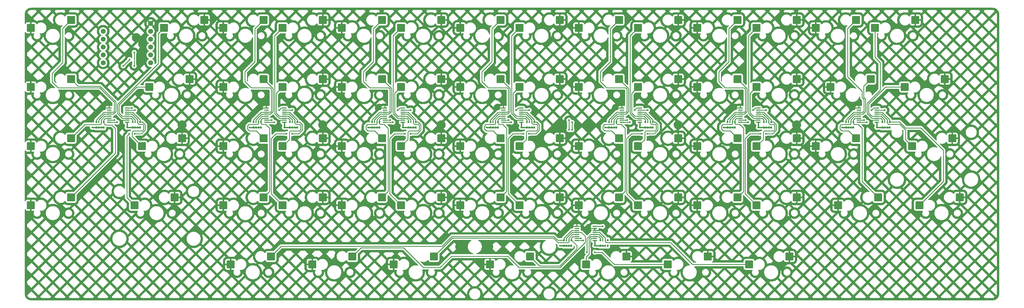
<source format=gbr>
%TF.GenerationSoftware,KiCad,Pcbnew,7.0.1*%
%TF.CreationDate,2023-05-09T15:13:21+09:00*%
%TF.ProjectId,Pherk60,50686572-6b36-4302-9e6b-696361645f70,rev?*%
%TF.SameCoordinates,Original*%
%TF.FileFunction,Copper,L2,Bot*%
%TF.FilePolarity,Positive*%
%FSLAX46Y46*%
G04 Gerber Fmt 4.6, Leading zero omitted, Abs format (unit mm)*
G04 Created by KiCad (PCBNEW 7.0.1) date 2023-05-09 15:13:21*
%MOMM*%
%LPD*%
G01*
G04 APERTURE LIST*
G04 Aperture macros list*
%AMRoundRect*
0 Rectangle with rounded corners*
0 $1 Rounding radius*
0 $2 $3 $4 $5 $6 $7 $8 $9 X,Y pos of 4 corners*
0 Add a 4 corners polygon primitive as box body*
4,1,4,$2,$3,$4,$5,$6,$7,$8,$9,$2,$3,0*
0 Add four circle primitives for the rounded corners*
1,1,$1+$1,$2,$3*
1,1,$1+$1,$4,$5*
1,1,$1+$1,$6,$7*
1,1,$1+$1,$8,$9*
0 Add four rect primitives between the rounded corners*
20,1,$1+$1,$2,$3,$4,$5,0*
20,1,$1+$1,$4,$5,$6,$7,0*
20,1,$1+$1,$6,$7,$8,$9,0*
20,1,$1+$1,$8,$9,$2,$3,0*%
G04 Aperture macros list end*
%TA.AperFunction,SMDPad,CuDef*%
%ADD10RoundRect,0.200000X-1.075000X-1.050000X1.075000X-1.050000X1.075000X1.050000X-1.075000X1.050000X0*%
%TD*%
%TA.AperFunction,SMDPad,CuDef*%
%ADD11R,0.500000X0.800000*%
%TD*%
%TA.AperFunction,SMDPad,CuDef*%
%ADD12R,0.400000X0.800000*%
%TD*%
%TA.AperFunction,SMDPad,CuDef*%
%ADD13RoundRect,0.100000X-0.637500X-0.100000X0.637500X-0.100000X0.637500X0.100000X-0.637500X0.100000X0*%
%TD*%
%TA.AperFunction,ComponentPad*%
%ADD14C,1.600000*%
%TD*%
%TA.AperFunction,ViaPad*%
%ADD15C,0.600000*%
%TD*%
%TA.AperFunction,Conductor*%
%ADD16C,0.381000*%
%TD*%
%TA.AperFunction,Conductor*%
%ADD17C,0.254000*%
%TD*%
%TA.AperFunction,Conductor*%
%ADD18C,0.250000*%
%TD*%
G04 APERTURE END LIST*
D10*
%TO.P,SW50,1,1*%
%TO.N,GND*%
X283427500Y-54610000D03*
%TO.P,SW50,2,2*%
%TO.N,Net-(RN13-R3.2)*%
X296354500Y-52070000D03*
%TD*%
%TO.P,SW24,1,1*%
%TO.N,Net-(RN6-R4.1)*%
X145315000Y-92710000D03*
%TO.P,SW24,2,2*%
%TO.N,GND*%
X158242000Y-90170000D03*
%TD*%
%TO.P,SW52,1,1*%
%TO.N,GND*%
X285808750Y-92710000D03*
%TO.P,SW52,2,2*%
%TO.N,Net-(RN13-R1.2)*%
X298735750Y-90170000D03*
%TD*%
%TO.P,SW17,1,1*%
%TO.N,GND*%
X126265000Y-35560000D03*
%TO.P,SW17,2,2*%
%TO.N,Net-(RN5-R4.2)*%
X139192000Y-33020000D03*
%TD*%
%TO.P,SW12,1,1*%
%TO.N,GND*%
X88165000Y-92710000D03*
%TO.P,SW12,2,2*%
%TO.N,Net-(RN3-R1.2)*%
X101092000Y-90170000D03*
%TD*%
%TO.P,SW28,1,1*%
%TO.N,GND*%
X164365000Y-92710000D03*
%TO.P,SW28,2,2*%
%TO.N,Net-(RN7-R1.2)*%
X177292000Y-90170000D03*
%TD*%
%TO.P,SW31,1,1*%
%TO.N,Net-(RN8-R3.1)*%
X183415000Y-73660000D03*
%TO.P,SW31,2,2*%
%TO.N,GND*%
X196342000Y-71120000D03*
%TD*%
%TO.P,SW11,1,1*%
%TO.N,GND*%
X88165000Y-73660000D03*
%TO.P,SW11,2,2*%
%TO.N,Net-(RN3-R2.2)*%
X101092000Y-71120000D03*
%TD*%
%TO.P,SW3,1,1*%
%TO.N,GND*%
X26252500Y-73660000D03*
%TO.P,SW3,2,2*%
%TO.N,Net-(RN1-R2.2)*%
X39179500Y-71120000D03*
%TD*%
%TO.P,SW39,1,1*%
%TO.N,Net-(RN10-R3.1)*%
X221515000Y-73660000D03*
%TO.P,SW39,2,2*%
%TO.N,GND*%
X234442000Y-71120000D03*
%TD*%
%TO.P,SW9,1,1*%
%TO.N,GND*%
X88165000Y-35560000D03*
%TO.P,SW9,2,2*%
%TO.N,Net-(RN3-R4.2)*%
X101092000Y-33020000D03*
%TD*%
%TO.P,SW1,1,1*%
%TO.N,GND*%
X26252500Y-35560000D03*
%TO.P,SW1,2,2*%
%TO.N,Net-(RN1-R4.2)*%
X39179500Y-33020000D03*
%TD*%
%TO.P,SW6,1,1*%
%TO.N,Net-(RN2-R2.1)*%
X64352500Y-54610000D03*
%TO.P,SW6,2,2*%
%TO.N,GND*%
X77279500Y-52070000D03*
%TD*%
%TO.P,SW13,1,1*%
%TO.N,Net-(RN4-R1.1)*%
X107215000Y-35560000D03*
%TO.P,SW13,2,2*%
%TO.N,GND*%
X120142000Y-33020000D03*
%TD*%
%TO.P,SW58,1,1*%
%TO.N,GND*%
X116740000Y-111760000D03*
%TO.P,SW58,2,2*%
%TO.N,Net-(RN15-R3.2)*%
X129667000Y-109220000D03*
%TD*%
%TO.P,SW35,1,1*%
%TO.N,GND*%
X202465000Y-73660000D03*
%TO.P,SW35,2,2*%
%TO.N,Net-(RN9-R2.2)*%
X215392000Y-71120000D03*
%TD*%
%TO.P,SW61,1,1*%
%TO.N,Net-(RN16-R1.1)*%
X204846250Y-111760000D03*
%TO.P,SW61,2,2*%
%TO.N,GND*%
X217773250Y-109220000D03*
%TD*%
%TO.P,SW43,1,1*%
%TO.N,GND*%
X240565000Y-73660000D03*
%TO.P,SW43,2,2*%
%TO.N,Net-(RN11-R2.2)*%
X253492000Y-71120000D03*
%TD*%
%TO.P,SW62,1,1*%
%TO.N,Net-(RN16-R2.1)*%
X231040000Y-111760000D03*
%TO.P,SW62,2,2*%
%TO.N,GND*%
X243967000Y-109220000D03*
%TD*%
%TO.P,SW54,1,1*%
%TO.N,Net-(RN14-R2.1)*%
X307240000Y-54610000D03*
%TO.P,SW54,2,2*%
%TO.N,GND*%
X320167000Y-52070000D03*
%TD*%
%TO.P,SW44,1,1*%
%TO.N,GND*%
X240565000Y-92710000D03*
%TO.P,SW44,2,2*%
%TO.N,Net-(RN11-R1.2)*%
X253492000Y-90170000D03*
%TD*%
%TO.P,SW16,1,1*%
%TO.N,Net-(RN4-R4.1)*%
X107215000Y-92710000D03*
%TO.P,SW16,2,2*%
%TO.N,GND*%
X120142000Y-90170000D03*
%TD*%
%TO.P,SW60,1,1*%
%TO.N,GND*%
X173890000Y-111760000D03*
%TO.P,SW60,2,2*%
%TO.N,Net-(RN15-R1.2)*%
X186817000Y-109220000D03*
%TD*%
%TO.P,SW27,1,1*%
%TO.N,GND*%
X164365000Y-73660000D03*
%TO.P,SW27,2,2*%
%TO.N,Net-(RN7-R2.2)*%
X177292000Y-71120000D03*
%TD*%
%TO.P,SW26,1,1*%
%TO.N,GND*%
X164365000Y-54610000D03*
%TO.P,SW26,2,2*%
%TO.N,Net-(RN7-R3.2)*%
X177292000Y-52070000D03*
%TD*%
%TO.P,SW42,1,1*%
%TO.N,GND*%
X240565000Y-54610000D03*
%TO.P,SW42,2,2*%
%TO.N,Net-(RN11-R3.2)*%
X253492000Y-52070000D03*
%TD*%
%TO.P,SW23,1,1*%
%TO.N,Net-(RN6-R3.1)*%
X145315000Y-73660000D03*
%TO.P,SW23,2,2*%
%TO.N,GND*%
X158242000Y-71120000D03*
%TD*%
%TO.P,SW5,1,1*%
%TO.N,Net-(RN2-R1.1)*%
X69115000Y-35560000D03*
%TO.P,SW5,2,2*%
%TO.N,GND*%
X82042000Y-33020000D03*
%TD*%
%TO.P,SW57,1,1*%
%TO.N,GND*%
X90546250Y-111760000D03*
%TO.P,SW57,2,2*%
%TO.N,Net-(RN15-R4.2)*%
X103473250Y-109220000D03*
%TD*%
%TO.P,SW33,1,1*%
%TO.N,GND*%
X202465000Y-35560000D03*
%TO.P,SW33,2,2*%
%TO.N,Net-(RN9-R4.2)*%
X215392000Y-33020000D03*
%TD*%
%TO.P,SW48,1,1*%
%TO.N,Net-(RN12-R4.1)*%
X259615000Y-92710000D03*
%TO.P,SW48,2,2*%
%TO.N,GND*%
X272542000Y-90170000D03*
%TD*%
%TO.P,SW49,1,1*%
%TO.N,GND*%
X278665000Y-35560000D03*
%TO.P,SW49,2,2*%
%TO.N,Net-(RN13-R4.2)*%
X291592000Y-33020000D03*
%TD*%
%TO.P,SW55,1,1*%
%TO.N,Net-(RN14-R3.1)*%
X309621250Y-73660000D03*
%TO.P,SW55,2,2*%
%TO.N,GND*%
X322548250Y-71120000D03*
%TD*%
%TO.P,SW38,1,1*%
%TO.N,Net-(RN10-R2.1)*%
X221515000Y-54610000D03*
%TO.P,SW38,2,2*%
%TO.N,GND*%
X234442000Y-52070000D03*
%TD*%
%TO.P,SW32,1,1*%
%TO.N,Net-(RN8-R4.1)*%
X183415000Y-92710000D03*
%TO.P,SW32,2,2*%
%TO.N,GND*%
X196342000Y-90170000D03*
%TD*%
%TO.P,SW7,1,1*%
%TO.N,Net-(RN2-R3.1)*%
X61971250Y-73660000D03*
%TO.P,SW7,2,2*%
%TO.N,GND*%
X74898250Y-71120000D03*
%TD*%
%TO.P,SW15,1,1*%
%TO.N,Net-(RN4-R3.1)*%
X107215000Y-73660000D03*
%TO.P,SW15,2,2*%
%TO.N,GND*%
X120142000Y-71120000D03*
%TD*%
%TO.P,SW29,1,1*%
%TO.N,Net-(RN8-R1.1)*%
X183415000Y-35560000D03*
%TO.P,SW29,2,2*%
%TO.N,GND*%
X196342000Y-33020000D03*
%TD*%
%TO.P,SW2,1,1*%
%TO.N,GND*%
X26252500Y-54610000D03*
%TO.P,SW2,2,2*%
%TO.N,Net-(RN1-R3.2)*%
X39179500Y-52070000D03*
%TD*%
%TO.P,SW22,1,1*%
%TO.N,Net-(RN6-R2.1)*%
X145315000Y-54610000D03*
%TO.P,SW22,2,2*%
%TO.N,GND*%
X158242000Y-52070000D03*
%TD*%
%TO.P,SW19,1,1*%
%TO.N,GND*%
X126265000Y-73660000D03*
%TO.P,SW19,2,2*%
%TO.N,Net-(RN5-R2.2)*%
X139192000Y-71120000D03*
%TD*%
%TO.P,SW21,1,1*%
%TO.N,Net-(RN6-R1.1)*%
X145315000Y-35560000D03*
%TO.P,SW21,2,2*%
%TO.N,GND*%
X158242000Y-33020000D03*
%TD*%
%TO.P,SW25,1,1*%
%TO.N,GND*%
X164365000Y-35560000D03*
%TO.P,SW25,2,2*%
%TO.N,Net-(RN7-R4.2)*%
X177292000Y-33020000D03*
%TD*%
%TO.P,SW47,1,1*%
%TO.N,Net-(RN12-R3.1)*%
X259615000Y-73660000D03*
%TO.P,SW47,2,2*%
%TO.N,GND*%
X272542000Y-71120000D03*
%TD*%
%TO.P,SW8,1,1*%
%TO.N,Net-(RN2-R4.1)*%
X59590000Y-92710000D03*
%TO.P,SW8,2,2*%
%TO.N,GND*%
X72517000Y-90170000D03*
%TD*%
%TO.P,SW37,1,1*%
%TO.N,Net-(RN10-R1.1)*%
X221515000Y-35560000D03*
%TO.P,SW37,2,2*%
%TO.N,GND*%
X234442000Y-33020000D03*
%TD*%
%TO.P,SW34,1,1*%
%TO.N,GND*%
X202465000Y-54610000D03*
%TO.P,SW34,2,2*%
%TO.N,Net-(RN9-R3.2)*%
X215392000Y-52070000D03*
%TD*%
%TO.P,SW18,1,1*%
%TO.N,GND*%
X126265000Y-54610000D03*
%TO.P,SW18,2,2*%
%TO.N,Net-(RN5-R3.2)*%
X139192000Y-52070000D03*
%TD*%
%TO.P,SW59,1,1*%
%TO.N,GND*%
X142933750Y-111760000D03*
%TO.P,SW59,2,2*%
%TO.N,Net-(RN15-R2.2)*%
X155860750Y-109220000D03*
%TD*%
%TO.P,SW36,1,1*%
%TO.N,GND*%
X202465000Y-92710000D03*
%TO.P,SW36,2,2*%
%TO.N,Net-(RN9-R1.2)*%
X215392000Y-90170000D03*
%TD*%
%TO.P,SW63,1,1*%
%TO.N,Net-(RN16-R3.1)*%
X257233750Y-111760000D03*
%TO.P,SW63,2,2*%
%TO.N,GND*%
X270160750Y-109220000D03*
%TD*%
%TO.P,SW45,1,1*%
%TO.N,Net-(RN12-R1.1)*%
X259615000Y-35560000D03*
%TO.P,SW45,2,2*%
%TO.N,GND*%
X272542000Y-33020000D03*
%TD*%
%TO.P,SW14,1,1*%
%TO.N,Net-(RN4-R2.1)*%
X107215000Y-54610000D03*
%TO.P,SW14,2,2*%
%TO.N,GND*%
X120142000Y-52070000D03*
%TD*%
%TO.P,SW40,1,1*%
%TO.N,Net-(RN10-R4.1)*%
X221515000Y-92710000D03*
%TO.P,SW40,2,2*%
%TO.N,GND*%
X234442000Y-90170000D03*
%TD*%
%TO.P,SW10,1,1*%
%TO.N,GND*%
X88165000Y-54610000D03*
%TO.P,SW10,2,2*%
%TO.N,Net-(RN3-R3.2)*%
X101092000Y-52070000D03*
%TD*%
%TO.P,SW51,1,1*%
%TO.N,GND*%
X278665000Y-73660000D03*
%TO.P,SW51,2,2*%
%TO.N,Net-(RN13-R2.2)*%
X291592000Y-71120000D03*
%TD*%
%TO.P,SW4,1,1*%
%TO.N,GND*%
X26252500Y-92710000D03*
%TO.P,SW4,2,2*%
%TO.N,Net-(RN1-R1.2)*%
X39179500Y-90170000D03*
%TD*%
%TO.P,SW41,1,1*%
%TO.N,GND*%
X240565000Y-35560000D03*
%TO.P,SW41,2,2*%
%TO.N,Net-(RN11-R4.2)*%
X253492000Y-33020000D03*
%TD*%
%TO.P,SW20,1,1*%
%TO.N,GND*%
X126265000Y-92710000D03*
%TO.P,SW20,2,2*%
%TO.N,Net-(RN5-R1.2)*%
X139192000Y-90170000D03*
%TD*%
%TO.P,SW46,1,1*%
%TO.N,Net-(RN12-R2.1)*%
X259615000Y-54610000D03*
%TO.P,SW46,2,2*%
%TO.N,GND*%
X272542000Y-52070000D03*
%TD*%
%TO.P,SW53,1,1*%
%TO.N,Net-(RN14-R1.1)*%
X297715000Y-35560000D03*
%TO.P,SW53,2,2*%
%TO.N,GND*%
X310642000Y-33020000D03*
%TD*%
%TO.P,SW56,1,1*%
%TO.N,Net-(RN14-R4.1)*%
X312002500Y-92710000D03*
%TO.P,SW56,2,2*%
%TO.N,GND*%
X324929500Y-90170000D03*
%TD*%
%TO.P,SW30,1,1*%
%TO.N,Net-(RN8-R2.1)*%
X183415000Y-54610000D03*
%TO.P,SW30,2,2*%
%TO.N,GND*%
X196342000Y-52070000D03*
%TD*%
D11*
%TO.P,RN3,1,R1.1*%
%TO.N,+3V3*%
X100260000Y-67638500D03*
D12*
%TO.P,RN3,2,R2.1*%
X99460000Y-67638500D03*
%TO.P,RN3,3,R3.1*%
X98660000Y-67638500D03*
D11*
%TO.P,RN3,4,R4.1*%
X97860000Y-67638500D03*
%TO.P,RN3,5,R4.2*%
%TO.N,Net-(RN3-R4.2)*%
X97860000Y-65838500D03*
D12*
%TO.P,RN3,6,R3.2*%
%TO.N,Net-(RN3-R3.2)*%
X98660000Y-65838500D03*
%TO.P,RN3,7,R2.2*%
%TO.N,Net-(RN3-R2.2)*%
X99460000Y-65838500D03*
D11*
%TO.P,RN3,8,R1.2*%
%TO.N,Net-(RN3-R1.2)*%
X100260000Y-65838500D03*
%TD*%
%TO.P,RN7,1,R1.1*%
%TO.N,+3V3*%
X176460000Y-67638500D03*
D12*
%TO.P,RN7,2,R2.1*%
X175660000Y-67638500D03*
%TO.P,RN7,3,R3.1*%
X174860000Y-67638500D03*
D11*
%TO.P,RN7,4,R4.1*%
X174060000Y-67638500D03*
%TO.P,RN7,5,R4.2*%
%TO.N,Net-(RN7-R4.2)*%
X174060000Y-65838500D03*
D12*
%TO.P,RN7,6,R3.2*%
%TO.N,Net-(RN7-R3.2)*%
X174860000Y-65838500D03*
%TO.P,RN7,7,R2.2*%
%TO.N,Net-(RN7-R2.2)*%
X175660000Y-65838500D03*
D11*
%TO.P,RN7,8,R1.2*%
%TO.N,Net-(RN7-R1.2)*%
X176460000Y-65838500D03*
%TD*%
D13*
%TO.P,U8,1,~{PL}*%
%TO.N,LD*%
X201861500Y-104065500D03*
%TO.P,U8,2,CP*%
%TO.N,CLK*%
X201861500Y-103415500D03*
%TO.P,U8,3,D4*%
%TO.N,Net-(RN15-R1.2)*%
X201861500Y-102765500D03*
%TO.P,U8,4,D5*%
%TO.N,Net-(RN15-R2.2)*%
X201861500Y-102115500D03*
%TO.P,U8,5,D6*%
%TO.N,Net-(RN15-R3.2)*%
X201861500Y-101465500D03*
%TO.P,U8,6,D7*%
%TO.N,Net-(RN15-R4.2)*%
X201861500Y-100815500D03*
%TO.P,U8,7,~{Q7}*%
%TO.N,unconnected-(U8-~{Q7}-Pad7)*%
X201861500Y-100165500D03*
%TO.P,U8,8,GND*%
%TO.N,GND*%
X201861500Y-99515500D03*
%TO.P,U8,9,Q7*%
%TO.N,Net-(U7-DS)*%
X207586500Y-99515500D03*
%TO.P,U8,10,DS*%
%TO.N,GND*%
X207586500Y-100165500D03*
%TO.P,U8,11,D0*%
X207586500Y-100815500D03*
%TO.P,U8,12,D1*%
%TO.N,Net-(RN16-R3.1)*%
X207586500Y-101465500D03*
%TO.P,U8,13,D2*%
%TO.N,Net-(RN16-R2.1)*%
X207586500Y-102115500D03*
%TO.P,U8,14,D3*%
%TO.N,Net-(RN16-R1.1)*%
X207586500Y-102765500D03*
%TO.P,U8,15,~{CE}*%
%TO.N,GND*%
X207586500Y-103415500D03*
%TO.P,U8,16,VCC*%
%TO.N,+3V3*%
X207586500Y-104065500D03*
%TD*%
D11*
%TO.P,RN5,1,R1.1*%
%TO.N,+3V3*%
X138360000Y-67638500D03*
D12*
%TO.P,RN5,2,R2.1*%
X137560000Y-67638500D03*
%TO.P,RN5,3,R3.1*%
X136760000Y-67638500D03*
D11*
%TO.P,RN5,4,R4.1*%
X135960000Y-67638500D03*
%TO.P,RN5,5,R4.2*%
%TO.N,Net-(RN5-R4.2)*%
X135960000Y-65838500D03*
D12*
%TO.P,RN5,6,R3.2*%
%TO.N,Net-(RN5-R3.2)*%
X136760000Y-65838500D03*
%TO.P,RN5,7,R2.2*%
%TO.N,Net-(RN5-R2.2)*%
X137560000Y-65838500D03*
D11*
%TO.P,RN5,8,R1.2*%
%TO.N,Net-(RN5-R1.2)*%
X138360000Y-65838500D03*
%TD*%
%TO.P,RN15,1,R1.1*%
%TO.N,+3V3*%
X200082000Y-105738500D03*
D12*
%TO.P,RN15,2,R2.1*%
X199282000Y-105738500D03*
%TO.P,RN15,3,R3.1*%
X198482000Y-105738500D03*
D11*
%TO.P,RN15,4,R4.1*%
X197682000Y-105738500D03*
%TO.P,RN15,5,R4.2*%
%TO.N,Net-(RN15-R4.2)*%
X197682000Y-103938500D03*
D12*
%TO.P,RN15,6,R3.2*%
%TO.N,Net-(RN15-R3.2)*%
X198482000Y-103938500D03*
%TO.P,RN15,7,R2.2*%
%TO.N,Net-(RN15-R2.2)*%
X199282000Y-103938500D03*
D11*
%TO.P,RN15,8,R1.2*%
%TO.N,Net-(RN15-R1.2)*%
X200082000Y-103938500D03*
%TD*%
%TO.P,RN4,1,R1.1*%
%TO.N,Net-(RN4-R1.1)*%
X109544000Y-65838500D03*
D12*
%TO.P,RN4,2,R2.1*%
%TO.N,Net-(RN4-R2.1)*%
X110344000Y-65838500D03*
%TO.P,RN4,3,R3.1*%
%TO.N,Net-(RN4-R3.1)*%
X111144000Y-65838500D03*
D11*
%TO.P,RN4,4,R4.1*%
%TO.N,Net-(RN4-R4.1)*%
X111944000Y-65838500D03*
%TO.P,RN4,5,R4.2*%
%TO.N,+3V3*%
X111944000Y-67638500D03*
D12*
%TO.P,RN4,6,R3.2*%
X111144000Y-67638500D03*
%TO.P,RN4,7,R2.2*%
X110344000Y-67638500D03*
D11*
%TO.P,RN4,8,R1.2*%
X109544000Y-67638500D03*
%TD*%
%TO.P,RN6,1,R1.1*%
%TO.N,Net-(RN6-R1.1)*%
X147644000Y-65838500D03*
D12*
%TO.P,RN6,2,R2.1*%
%TO.N,Net-(RN6-R2.1)*%
X148444000Y-65838500D03*
%TO.P,RN6,3,R3.1*%
%TO.N,Net-(RN6-R3.1)*%
X149244000Y-65838500D03*
D11*
%TO.P,RN6,4,R4.1*%
%TO.N,Net-(RN6-R4.1)*%
X150044000Y-65838500D03*
%TO.P,RN6,5,R4.2*%
%TO.N,+3V3*%
X150044000Y-67638500D03*
D12*
%TO.P,RN6,6,R3.2*%
X149244000Y-67638500D03*
%TO.P,RN6,7,R2.2*%
X148444000Y-67638500D03*
D11*
%TO.P,RN6,8,R1.2*%
X147644000Y-67638500D03*
%TD*%
%TO.P,RN12,1,R1.1*%
%TO.N,Net-(RN12-R1.1)*%
X261944000Y-65838500D03*
D12*
%TO.P,RN12,2,R2.1*%
%TO.N,Net-(RN12-R2.1)*%
X262744000Y-65838500D03*
%TO.P,RN12,3,R3.1*%
%TO.N,Net-(RN12-R3.1)*%
X263544000Y-65838500D03*
D11*
%TO.P,RN12,4,R4.1*%
%TO.N,Net-(RN12-R4.1)*%
X264344000Y-65838500D03*
%TO.P,RN12,5,R4.2*%
%TO.N,+3V3*%
X264344000Y-67638500D03*
D12*
%TO.P,RN12,6,R3.2*%
X263544000Y-67638500D03*
%TO.P,RN12,7,R2.2*%
X262744000Y-67638500D03*
D11*
%TO.P,RN12,8,R1.2*%
X261944000Y-67638500D03*
%TD*%
D14*
%TO.P,U9,3,PA10_A2_D2*%
%TO.N,unconnected-(U9-PA10_A2_D2-Pad3)*%
X49530000Y-36672500D03*
%TO.P,U9,4,PA11_A3_D3*%
%TO.N,unconnected-(U9-PA11_A3_D3-Pad4)*%
X49530000Y-39212500D03*
%TO.P,U9,5,PA8_A4_D4_SDA*%
%TO.N,unconnected-(U9-PA8_A4_D4_SDA-Pad5)*%
X49530000Y-41752500D03*
%TO.P,U9,6,PA9_A5_D5_SCL*%
%TO.N,unconnected-(U9-PA9_A5_D5_SCL-Pad6)*%
X49530000Y-44292500D03*
%TO.P,U9,7,PB08_A6_D6_TX*%
%TO.N,unconnected-(U9-PB08_A6_D6_TX-Pad7)*%
X49530000Y-46832500D03*
%TO.P,U9,8,PB09_A7_D7_RX*%
%TO.N,LD*%
X64770000Y-46832500D03*
%TO.P,U9,9,PA7_A8_D8_SCK*%
%TO.N,CLK*%
X64770000Y-44292500D03*
%TO.P,U9,10,PA5_A9_D9_MISO*%
%TO.N,DATA*%
X64770000Y-41752500D03*
%TO.P,U9,11,PA6_A10_D10_MOSI*%
%TO.N,unconnected-(U9-PA6_A10_D10_MOSI-Pad11)*%
X64770000Y-39212500D03*
%TO.P,U9,12,3V3*%
%TO.N,+3V3*%
X64770000Y-36672500D03*
%TO.P,U9,13,GND*%
%TO.N,GND*%
X64770000Y-34132500D03*
%TD*%
D13*
%TO.P,U4,1,~{PL}*%
%TO.N,LD*%
X178239500Y-65965500D03*
%TO.P,U4,2,CP*%
%TO.N,CLK*%
X178239500Y-65315500D03*
%TO.P,U4,3,D4*%
%TO.N,Net-(RN7-R1.2)*%
X178239500Y-64665500D03*
%TO.P,U4,4,D5*%
%TO.N,Net-(RN7-R2.2)*%
X178239500Y-64015500D03*
%TO.P,U4,5,D6*%
%TO.N,Net-(RN7-R3.2)*%
X178239500Y-63365500D03*
%TO.P,U4,6,D7*%
%TO.N,Net-(RN7-R4.2)*%
X178239500Y-62715500D03*
%TO.P,U4,7,~{Q7}*%
%TO.N,unconnected-(U4-~{Q7}-Pad7)*%
X178239500Y-62065500D03*
%TO.P,U4,8,GND*%
%TO.N,GND*%
X178239500Y-61415500D03*
%TO.P,U4,9,Q7*%
%TO.N,Net-(U3-DS)*%
X183964500Y-61415500D03*
%TO.P,U4,10,DS*%
%TO.N,Net-(U4-DS)*%
X183964500Y-62065500D03*
%TO.P,U4,11,D0*%
%TO.N,Net-(RN8-R4.1)*%
X183964500Y-62715500D03*
%TO.P,U4,12,D1*%
%TO.N,Net-(RN8-R3.1)*%
X183964500Y-63365500D03*
%TO.P,U4,13,D2*%
%TO.N,Net-(RN8-R2.1)*%
X183964500Y-64015500D03*
%TO.P,U4,14,D3*%
%TO.N,Net-(RN8-R1.1)*%
X183964500Y-64665500D03*
%TO.P,U4,15,~{CE}*%
%TO.N,GND*%
X183964500Y-65315500D03*
%TO.P,U4,16,VCC*%
%TO.N,+3V3*%
X183964500Y-65965500D03*
%TD*%
D11*
%TO.P,RN1,1,R1.1*%
%TO.N,+3V3*%
X49714000Y-67638500D03*
D12*
%TO.P,RN1,2,R2.1*%
X48914000Y-67638500D03*
%TO.P,RN1,3,R3.1*%
X48114000Y-67638500D03*
D11*
%TO.P,RN1,4,R4.1*%
X47314000Y-67638500D03*
%TO.P,RN1,5,R4.2*%
%TO.N,Net-(RN1-R4.2)*%
X47314000Y-65838500D03*
D12*
%TO.P,RN1,6,R3.2*%
%TO.N,Net-(RN1-R3.2)*%
X48114000Y-65838500D03*
%TO.P,RN1,7,R2.2*%
%TO.N,Net-(RN1-R2.2)*%
X48914000Y-65838500D03*
D11*
%TO.P,RN1,8,R1.2*%
%TO.N,Net-(RN1-R1.2)*%
X49714000Y-65838500D03*
%TD*%
%TO.P,RN8,1,R1.1*%
%TO.N,Net-(RN8-R1.1)*%
X185744000Y-65838500D03*
D12*
%TO.P,RN8,2,R2.1*%
%TO.N,Net-(RN8-R2.1)*%
X186544000Y-65838500D03*
%TO.P,RN8,3,R3.1*%
%TO.N,Net-(RN8-R3.1)*%
X187344000Y-65838500D03*
D11*
%TO.P,RN8,4,R4.1*%
%TO.N,Net-(RN8-R4.1)*%
X188144000Y-65838500D03*
%TO.P,RN8,5,R4.2*%
%TO.N,+3V3*%
X188144000Y-67638500D03*
D12*
%TO.P,RN8,6,R3.2*%
X187344000Y-67638500D03*
%TO.P,RN8,7,R2.2*%
X186544000Y-67638500D03*
D11*
%TO.P,RN8,8,R1.2*%
X185744000Y-67638500D03*
%TD*%
%TO.P,RN2,1,R1.1*%
%TO.N,Net-(RN2-R1.1)*%
X58998000Y-65838500D03*
D12*
%TO.P,RN2,2,R2.1*%
%TO.N,Net-(RN2-R2.1)*%
X59798000Y-65838500D03*
%TO.P,RN2,3,R3.1*%
%TO.N,Net-(RN2-R3.1)*%
X60598000Y-65838500D03*
D11*
%TO.P,RN2,4,R4.1*%
%TO.N,Net-(RN2-R4.1)*%
X61398000Y-65838500D03*
%TO.P,RN2,5,R4.2*%
%TO.N,+3V3*%
X61398000Y-67638500D03*
D12*
%TO.P,RN2,6,R3.2*%
X60598000Y-67638500D03*
%TO.P,RN2,7,R2.2*%
X59798000Y-67638500D03*
D11*
%TO.P,RN2,8,R1.2*%
X58998000Y-67638500D03*
%TD*%
D13*
%TO.P,U7,1,~{PL}*%
%TO.N,LD*%
X292539500Y-65965500D03*
%TO.P,U7,2,CP*%
%TO.N,CLK*%
X292539500Y-65315500D03*
%TO.P,U7,3,D4*%
%TO.N,Net-(RN13-R1.2)*%
X292539500Y-64665500D03*
%TO.P,U7,4,D5*%
%TO.N,Net-(RN13-R2.2)*%
X292539500Y-64015500D03*
%TO.P,U7,5,D6*%
%TO.N,Net-(RN13-R3.2)*%
X292539500Y-63365500D03*
%TO.P,U7,6,D7*%
%TO.N,Net-(RN13-R4.2)*%
X292539500Y-62715500D03*
%TO.P,U7,7,~{Q7}*%
%TO.N,unconnected-(U7-~{Q7}-Pad7)*%
X292539500Y-62065500D03*
%TO.P,U7,8,GND*%
%TO.N,GND*%
X292539500Y-61415500D03*
%TO.P,U7,9,Q7*%
%TO.N,Net-(U6-DS)*%
X298264500Y-61415500D03*
%TO.P,U7,10,DS*%
%TO.N,Net-(U7-DS)*%
X298264500Y-62065500D03*
%TO.P,U7,11,D0*%
%TO.N,Net-(RN14-R4.1)*%
X298264500Y-62715500D03*
%TO.P,U7,12,D1*%
%TO.N,Net-(RN14-R3.1)*%
X298264500Y-63365500D03*
%TO.P,U7,13,D2*%
%TO.N,Net-(RN14-R2.1)*%
X298264500Y-64015500D03*
%TO.P,U7,14,D3*%
%TO.N,Net-(RN14-R1.1)*%
X298264500Y-64665500D03*
%TO.P,U7,15,~{CE}*%
%TO.N,GND*%
X298264500Y-65315500D03*
%TO.P,U7,16,VCC*%
%TO.N,+3V3*%
X298264500Y-65965500D03*
%TD*%
D11*
%TO.P,RN16,1,R1.1*%
%TO.N,Net-(RN16-R1.1)*%
X209366000Y-103938500D03*
D12*
%TO.P,RN16,2,R2.1*%
%TO.N,Net-(RN16-R2.1)*%
X210166000Y-103938500D03*
%TO.P,RN16,3,R3.1*%
%TO.N,Net-(RN16-R3.1)*%
X210966000Y-103938500D03*
D11*
%TO.P,RN16,4,R4.1*%
%TO.N,unconnected-(RN16-R4.1-Pad4)*%
X211766000Y-103938500D03*
%TO.P,RN16,5,R4.2*%
%TO.N,unconnected-(RN16-R4.2-Pad5)*%
X211766000Y-105738500D03*
D12*
%TO.P,RN16,6,R3.2*%
%TO.N,+3V3*%
X210966000Y-105738500D03*
%TO.P,RN16,7,R2.2*%
X210166000Y-105738500D03*
D11*
%TO.P,RN16,8,R1.2*%
X209366000Y-105738500D03*
%TD*%
%TO.P,RN11,1,R1.1*%
%TO.N,+3V3*%
X252660000Y-67638500D03*
D12*
%TO.P,RN11,2,R2.1*%
X251860000Y-67638500D03*
%TO.P,RN11,3,R3.1*%
X251060000Y-67638500D03*
D11*
%TO.P,RN11,4,R4.1*%
X250260000Y-67638500D03*
%TO.P,RN11,5,R4.2*%
%TO.N,Net-(RN11-R4.2)*%
X250260000Y-65838500D03*
D12*
%TO.P,RN11,6,R3.2*%
%TO.N,Net-(RN11-R3.2)*%
X251060000Y-65838500D03*
%TO.P,RN11,7,R2.2*%
%TO.N,Net-(RN11-R2.2)*%
X251860000Y-65838500D03*
D11*
%TO.P,RN11,8,R1.2*%
%TO.N,Net-(RN11-R1.2)*%
X252660000Y-65838500D03*
%TD*%
%TO.P,RN13,1,R1.1*%
%TO.N,+3V3*%
X290760000Y-67638500D03*
D12*
%TO.P,RN13,2,R2.1*%
X289960000Y-67638500D03*
%TO.P,RN13,3,R3.1*%
X289160000Y-67638500D03*
D11*
%TO.P,RN13,4,R4.1*%
X288360000Y-67638500D03*
%TO.P,RN13,5,R4.2*%
%TO.N,Net-(RN13-R4.2)*%
X288360000Y-65838500D03*
D12*
%TO.P,RN13,6,R3.2*%
%TO.N,Net-(RN13-R3.2)*%
X289160000Y-65838500D03*
%TO.P,RN13,7,R2.2*%
%TO.N,Net-(RN13-R2.2)*%
X289960000Y-65838500D03*
D11*
%TO.P,RN13,8,R1.2*%
%TO.N,Net-(RN13-R1.2)*%
X290760000Y-65838500D03*
%TD*%
%TO.P,RN9,1,R1.1*%
%TO.N,+3V3*%
X214560000Y-67638500D03*
D12*
%TO.P,RN9,2,R2.1*%
X213760000Y-67638500D03*
%TO.P,RN9,3,R3.1*%
X212960000Y-67638500D03*
D11*
%TO.P,RN9,4,R4.1*%
X212160000Y-67638500D03*
%TO.P,RN9,5,R4.2*%
%TO.N,Net-(RN9-R4.2)*%
X212160000Y-65838500D03*
D12*
%TO.P,RN9,6,R3.2*%
%TO.N,Net-(RN9-R3.2)*%
X212960000Y-65838500D03*
%TO.P,RN9,7,R2.2*%
%TO.N,Net-(RN9-R2.2)*%
X213760000Y-65838500D03*
D11*
%TO.P,RN9,8,R1.2*%
%TO.N,Net-(RN9-R1.2)*%
X214560000Y-65838500D03*
%TD*%
D13*
%TO.P,U5,1,~{PL}*%
%TO.N,LD*%
X216339500Y-65965500D03*
%TO.P,U5,2,CP*%
%TO.N,CLK*%
X216339500Y-65315500D03*
%TO.P,U5,3,D4*%
%TO.N,Net-(RN9-R1.2)*%
X216339500Y-64665500D03*
%TO.P,U5,4,D5*%
%TO.N,Net-(RN9-R2.2)*%
X216339500Y-64015500D03*
%TO.P,U5,5,D6*%
%TO.N,Net-(RN9-R3.2)*%
X216339500Y-63365500D03*
%TO.P,U5,6,D7*%
%TO.N,Net-(RN9-R4.2)*%
X216339500Y-62715500D03*
%TO.P,U5,7,~{Q7}*%
%TO.N,unconnected-(U5-~{Q7}-Pad7)*%
X216339500Y-62065500D03*
%TO.P,U5,8,GND*%
%TO.N,GND*%
X216339500Y-61415500D03*
%TO.P,U5,9,Q7*%
%TO.N,Net-(U4-DS)*%
X222064500Y-61415500D03*
%TO.P,U5,10,DS*%
%TO.N,Net-(U5-DS)*%
X222064500Y-62065500D03*
%TO.P,U5,11,D0*%
%TO.N,Net-(RN10-R4.1)*%
X222064500Y-62715500D03*
%TO.P,U5,12,D1*%
%TO.N,Net-(RN10-R3.1)*%
X222064500Y-63365500D03*
%TO.P,U5,13,D2*%
%TO.N,Net-(RN10-R2.1)*%
X222064500Y-64015500D03*
%TO.P,U5,14,D3*%
%TO.N,Net-(RN10-R1.1)*%
X222064500Y-64665500D03*
%TO.P,U5,15,~{CE}*%
%TO.N,GND*%
X222064500Y-65315500D03*
%TO.P,U5,16,VCC*%
%TO.N,+3V3*%
X222064500Y-65965500D03*
%TD*%
%TO.P,U1,1,~{PL}*%
%TO.N,LD*%
X51493500Y-65965500D03*
%TO.P,U1,2,CP*%
%TO.N,CLK*%
X51493500Y-65315500D03*
%TO.P,U1,3,D4*%
%TO.N,Net-(RN1-R1.2)*%
X51493500Y-64665500D03*
%TO.P,U1,4,D5*%
%TO.N,Net-(RN1-R2.2)*%
X51493500Y-64015500D03*
%TO.P,U1,5,D6*%
%TO.N,Net-(RN1-R3.2)*%
X51493500Y-63365500D03*
%TO.P,U1,6,D7*%
%TO.N,Net-(RN1-R4.2)*%
X51493500Y-62715500D03*
%TO.P,U1,7,~{Q7}*%
%TO.N,unconnected-(U1-~{Q7}-Pad7)*%
X51493500Y-62065500D03*
%TO.P,U1,8,GND*%
%TO.N,GND*%
X51493500Y-61415500D03*
%TO.P,U1,9,Q7*%
%TO.N,DATA*%
X57218500Y-61415500D03*
%TO.P,U1,10,DS*%
%TO.N,Net-(U1-DS)*%
X57218500Y-62065500D03*
%TO.P,U1,11,D0*%
%TO.N,Net-(RN2-R4.1)*%
X57218500Y-62715500D03*
%TO.P,U1,12,D1*%
%TO.N,Net-(RN2-R3.1)*%
X57218500Y-63365500D03*
%TO.P,U1,13,D2*%
%TO.N,Net-(RN2-R2.1)*%
X57218500Y-64015500D03*
%TO.P,U1,14,D3*%
%TO.N,Net-(RN2-R1.1)*%
X57218500Y-64665500D03*
%TO.P,U1,15,~{CE}*%
%TO.N,GND*%
X57218500Y-65315500D03*
%TO.P,U1,16,VCC*%
%TO.N,+3V3*%
X57218500Y-65965500D03*
%TD*%
%TO.P,U6,1,~{PL}*%
%TO.N,LD*%
X254439500Y-65965500D03*
%TO.P,U6,2,CP*%
%TO.N,CLK*%
X254439500Y-65315500D03*
%TO.P,U6,3,D4*%
%TO.N,Net-(RN11-R1.2)*%
X254439500Y-64665500D03*
%TO.P,U6,4,D5*%
%TO.N,Net-(RN11-R2.2)*%
X254439500Y-64015500D03*
%TO.P,U6,5,D6*%
%TO.N,Net-(RN11-R3.2)*%
X254439500Y-63365500D03*
%TO.P,U6,6,D7*%
%TO.N,Net-(RN11-R4.2)*%
X254439500Y-62715500D03*
%TO.P,U6,7,~{Q7}*%
%TO.N,unconnected-(U6-~{Q7}-Pad7)*%
X254439500Y-62065500D03*
%TO.P,U6,8,GND*%
%TO.N,GND*%
X254439500Y-61415500D03*
%TO.P,U6,9,Q7*%
%TO.N,Net-(U5-DS)*%
X260164500Y-61415500D03*
%TO.P,U6,10,DS*%
%TO.N,Net-(U6-DS)*%
X260164500Y-62065500D03*
%TO.P,U6,11,D0*%
%TO.N,Net-(RN12-R4.1)*%
X260164500Y-62715500D03*
%TO.P,U6,12,D1*%
%TO.N,Net-(RN12-R3.1)*%
X260164500Y-63365500D03*
%TO.P,U6,13,D2*%
%TO.N,Net-(RN12-R2.1)*%
X260164500Y-64015500D03*
%TO.P,U6,14,D3*%
%TO.N,Net-(RN12-R1.1)*%
X260164500Y-64665500D03*
%TO.P,U6,15,~{CE}*%
%TO.N,GND*%
X260164500Y-65315500D03*
%TO.P,U6,16,VCC*%
%TO.N,+3V3*%
X260164500Y-65965500D03*
%TD*%
%TO.P,U3,1,~{PL}*%
%TO.N,LD*%
X140139500Y-65965500D03*
%TO.P,U3,2,CP*%
%TO.N,CLK*%
X140139500Y-65315500D03*
%TO.P,U3,3,D4*%
%TO.N,Net-(RN5-R1.2)*%
X140139500Y-64665500D03*
%TO.P,U3,4,D5*%
%TO.N,Net-(RN5-R2.2)*%
X140139500Y-64015500D03*
%TO.P,U3,5,D6*%
%TO.N,Net-(RN5-R3.2)*%
X140139500Y-63365500D03*
%TO.P,U3,6,D7*%
%TO.N,Net-(RN5-R4.2)*%
X140139500Y-62715500D03*
%TO.P,U3,7,~{Q7}*%
%TO.N,unconnected-(U3-~{Q7}-Pad7)*%
X140139500Y-62065500D03*
%TO.P,U3,8,GND*%
%TO.N,GND*%
X140139500Y-61415500D03*
%TO.P,U3,9,Q7*%
%TO.N,Net-(U2-DS)*%
X145864500Y-61415500D03*
%TO.P,U3,10,DS*%
%TO.N,Net-(U3-DS)*%
X145864500Y-62065500D03*
%TO.P,U3,11,D0*%
%TO.N,Net-(RN6-R4.1)*%
X145864500Y-62715500D03*
%TO.P,U3,12,D1*%
%TO.N,Net-(RN6-R3.1)*%
X145864500Y-63365500D03*
%TO.P,U3,13,D2*%
%TO.N,Net-(RN6-R2.1)*%
X145864500Y-64015500D03*
%TO.P,U3,14,D3*%
%TO.N,Net-(RN6-R1.1)*%
X145864500Y-64665500D03*
%TO.P,U3,15,~{CE}*%
%TO.N,GND*%
X145864500Y-65315500D03*
%TO.P,U3,16,VCC*%
%TO.N,+3V3*%
X145864500Y-65965500D03*
%TD*%
%TO.P,U2,1,~{PL}*%
%TO.N,LD*%
X102039500Y-65965500D03*
%TO.P,U2,2,CP*%
%TO.N,CLK*%
X102039500Y-65315500D03*
%TO.P,U2,3,D4*%
%TO.N,Net-(RN3-R1.2)*%
X102039500Y-64665500D03*
%TO.P,U2,4,D5*%
%TO.N,Net-(RN3-R2.2)*%
X102039500Y-64015500D03*
%TO.P,U2,5,D6*%
%TO.N,Net-(RN3-R3.2)*%
X102039500Y-63365500D03*
%TO.P,U2,6,D7*%
%TO.N,Net-(RN3-R4.2)*%
X102039500Y-62715500D03*
%TO.P,U2,7,~{Q7}*%
%TO.N,unconnected-(U2-~{Q7}-Pad7)*%
X102039500Y-62065500D03*
%TO.P,U2,8,GND*%
%TO.N,GND*%
X102039500Y-61415500D03*
%TO.P,U2,9,Q7*%
%TO.N,Net-(U1-DS)*%
X107764500Y-61415500D03*
%TO.P,U2,10,DS*%
%TO.N,Net-(U2-DS)*%
X107764500Y-62065500D03*
%TO.P,U2,11,D0*%
%TO.N,Net-(RN4-R4.1)*%
X107764500Y-62715500D03*
%TO.P,U2,12,D1*%
%TO.N,Net-(RN4-R3.1)*%
X107764500Y-63365500D03*
%TO.P,U2,13,D2*%
%TO.N,Net-(RN4-R2.1)*%
X107764500Y-64015500D03*
%TO.P,U2,14,D3*%
%TO.N,Net-(RN4-R1.1)*%
X107764500Y-64665500D03*
%TO.P,U2,15,~{CE}*%
%TO.N,GND*%
X107764500Y-65315500D03*
%TO.P,U2,16,VCC*%
%TO.N,+3V3*%
X107764500Y-65965500D03*
%TD*%
D11*
%TO.P,RN14,1,R1.1*%
%TO.N,Net-(RN14-R1.1)*%
X300044000Y-65838500D03*
D12*
%TO.P,RN14,2,R2.1*%
%TO.N,Net-(RN14-R2.1)*%
X300844000Y-65838500D03*
%TO.P,RN14,3,R3.1*%
%TO.N,Net-(RN14-R3.1)*%
X301644000Y-65838500D03*
D11*
%TO.P,RN14,4,R4.1*%
%TO.N,Net-(RN14-R4.1)*%
X302444000Y-65838500D03*
%TO.P,RN14,5,R4.2*%
%TO.N,+3V3*%
X302444000Y-67638500D03*
D12*
%TO.P,RN14,6,R3.2*%
X301644000Y-67638500D03*
%TO.P,RN14,7,R2.2*%
X300844000Y-67638500D03*
D11*
%TO.P,RN14,8,R1.2*%
X300044000Y-67638500D03*
%TD*%
%TO.P,RN10,1,R1.1*%
%TO.N,Net-(RN10-R1.1)*%
X223844000Y-65838500D03*
D12*
%TO.P,RN10,2,R2.1*%
%TO.N,Net-(RN10-R2.1)*%
X224644000Y-65838500D03*
%TO.P,RN10,3,R3.1*%
%TO.N,Net-(RN10-R3.1)*%
X225444000Y-65838500D03*
D11*
%TO.P,RN10,4,R4.1*%
%TO.N,Net-(RN10-R4.1)*%
X226244000Y-65838500D03*
%TO.P,RN10,5,R4.2*%
%TO.N,+3V3*%
X226244000Y-67638500D03*
D12*
%TO.P,RN10,6,R3.2*%
X225444000Y-67638500D03*
%TO.P,RN10,7,R2.2*%
X224644000Y-67638500D03*
D11*
%TO.P,RN10,8,R1.2*%
X223844000Y-67638500D03*
%TD*%
D15*
%TO.N,+3V3*%
X46044000Y-67638500D03*
X222066000Y-67638500D03*
X210890000Y-67638500D03*
X248990000Y-67638500D03*
X134690000Y-67638500D03*
X287090000Y-67638500D03*
X196412000Y-105738500D03*
X207588000Y-105738500D03*
X145866000Y-67638500D03*
X183966000Y-67638500D03*
X298266000Y-67638500D03*
X57220000Y-67638500D03*
X172790000Y-67638500D03*
X96590000Y-67638500D03*
X260166000Y-67638500D03*
X107766000Y-67638500D03*
%TO.N,Net-(RN2-R4.1)*%
X57931000Y-69648500D03*
X59709000Y-69648500D03*
%TO.N,Net-(RN4-R4.1)*%
X108477000Y-69648500D03*
X110255000Y-69648500D03*
%TO.N,Net-(RN6-R4.1)*%
X146577000Y-69648500D03*
X148355000Y-69648500D03*
%TO.N,Net-(RN8-R4.1)*%
X186455000Y-69648500D03*
X184677000Y-69648500D03*
%TO.N,Net-(RN10-R4.1)*%
X222777000Y-69648500D03*
X224555000Y-69648500D03*
%TO.N,Net-(RN12-R4.1)*%
X260877000Y-69648500D03*
X262655000Y-69648500D03*
%TO.N,Net-(RN16-R2.1)*%
X207640250Y-107823000D03*
X205100250Y-107823000D03*
%TO.N,GND*%
X53721000Y-63754000D03*
X218567000Y-63754000D03*
X138361500Y-61415500D03*
X252661500Y-61415500D03*
X74898250Y-66802000D03*
X206870250Y-106822052D03*
X62230000Y-45816500D03*
X294767000Y-63754000D03*
X205708250Y-66802000D03*
X234410250Y-66802000D03*
X205808500Y-100165500D03*
X49715500Y-61415500D03*
X100261500Y-61415500D03*
X272510250Y-66802000D03*
X200083500Y-99515500D03*
X62230000Y-40736500D03*
X60198000Y-38704500D03*
X180467000Y-63754000D03*
X62230000Y-43022500D03*
X164187000Y-106045000D03*
X104267000Y-63754000D03*
X210380500Y-100815500D03*
X120110250Y-66802000D03*
X214561500Y-61415500D03*
X176461500Y-61415500D03*
X171731000Y-111760000D03*
X256667000Y-63754000D03*
X158210250Y-66802000D03*
X196310250Y-66802000D03*
X290761500Y-61415500D03*
X142367000Y-63754000D03*
X173509000Y-106045000D03*
%TO.N,LD*%
X295079500Y-65965500D03*
X203893500Y-104065500D03*
X218879500Y-65965500D03*
X256979500Y-65965500D03*
X54033500Y-65965500D03*
X142679500Y-65965500D03*
X200307500Y-65965500D03*
X200307500Y-68400500D03*
X104579500Y-65965500D03*
X180779500Y-65965500D03*
%TO.N,CLK*%
X53144500Y-65315500D03*
X199282000Y-65315500D03*
X217990500Y-65315500D03*
X141790500Y-65315500D03*
X256090500Y-65315500D03*
X55959500Y-47803000D03*
X57991500Y-45771000D03*
X179890500Y-65315500D03*
X103690500Y-65315500D03*
X199282000Y-68400500D03*
X203131500Y-103415500D03*
X294190500Y-65315500D03*
%TO.N,DATA*%
X58742500Y-61415500D03*
X59506000Y-47803000D03*
X59506000Y-43485000D03*
%TO.N,Net-(U1-DS)*%
X59758500Y-62065500D03*
X106103500Y-62065500D03*
%TO.N,Net-(U2-DS)*%
X144203500Y-62065500D03*
X110304500Y-62065500D03*
%TO.N,Net-(U3-DS)*%
X148404500Y-62065500D03*
X182303500Y-62065500D03*
%TO.N,Net-(U4-DS)*%
X186504500Y-62065500D03*
X220403500Y-62065500D03*
%TO.N,Net-(U5-DS)*%
X258503500Y-62065500D03*
X224604500Y-62065500D03*
%TO.N,Net-(U6-DS)*%
X262704500Y-62065500D03*
X296603500Y-62065500D03*
%TO.N,Net-(U7-DS)*%
X300804500Y-62065500D03*
X210126500Y-99515500D03*
%TD*%
D16*
%TO.N,+3V3*%
X183964500Y-65965500D02*
X183964500Y-67637000D01*
X145864500Y-65965500D02*
X145864500Y-67637000D01*
X260164500Y-65965500D02*
X260164500Y-67637000D01*
X107764500Y-67637000D02*
X107766000Y-67638500D01*
X176460000Y-67638500D02*
X172790000Y-67638500D01*
X150044000Y-67638500D02*
X145866000Y-67638500D01*
X222064500Y-65965500D02*
X222064500Y-67637000D01*
X107764500Y-65965500D02*
X107764500Y-67637000D01*
X57218500Y-65965500D02*
X57218500Y-67637000D01*
X61398000Y-67638500D02*
X57220000Y-67638500D01*
X188144000Y-67638500D02*
X183966000Y-67638500D01*
X138360000Y-67638500D02*
X134690000Y-67638500D01*
X207586500Y-105737000D02*
X207588000Y-105738500D01*
X200082000Y-105738500D02*
X196412000Y-105738500D01*
X252660000Y-67638500D02*
X248990000Y-67638500D01*
X298264500Y-67637000D02*
X298266000Y-67638500D01*
X207586500Y-104065500D02*
X207586500Y-105737000D01*
X298264500Y-65965500D02*
X298264500Y-67637000D01*
X290760000Y-67638500D02*
X287090000Y-67638500D01*
X222064500Y-67637000D02*
X222066000Y-67638500D01*
X302444000Y-67638500D02*
X298266000Y-67638500D01*
X57218500Y-67637000D02*
X57220000Y-67638500D01*
X260164500Y-67637000D02*
X260166000Y-67638500D01*
X111944000Y-67638500D02*
X107766000Y-67638500D01*
X100260000Y-67638500D02*
X96590000Y-67638500D01*
X226244000Y-67638500D02*
X222066000Y-67638500D01*
X183964500Y-67637000D02*
X183966000Y-67638500D01*
X210966000Y-105738500D02*
X207588000Y-105738500D01*
X49714000Y-67638500D02*
X46044000Y-67638500D01*
X264344000Y-67638500D02*
X260166000Y-67638500D01*
X145864500Y-67637000D02*
X145866000Y-67638500D01*
X214560000Y-67638500D02*
X210890000Y-67638500D01*
D17*
%TO.N,Net-(RN2-R1.1)*%
X57218500Y-64665500D02*
X55648500Y-64665500D01*
X58998000Y-65838500D02*
X58998000Y-65182900D01*
X58480600Y-64665500D02*
X57218500Y-64665500D01*
X67241500Y-47094500D02*
X67241500Y-37433500D01*
X58998000Y-65182900D02*
X58480600Y-64665500D01*
X58480600Y-64665500D02*
X57218500Y-64665500D01*
X54102000Y-60234000D02*
X67241500Y-47094500D01*
X55648500Y-64665500D02*
X54102000Y-63119000D01*
X67241500Y-37433500D02*
X69115000Y-35560000D01*
X54102000Y-63119000D02*
X54102000Y-60234000D01*
X58998000Y-65838500D02*
X58998000Y-65182900D01*
X58998000Y-65182900D02*
X58480600Y-64665500D01*
%TO.N,Net-(RN2-R2.1)*%
X58629000Y-64015500D02*
X57218500Y-64015500D01*
X58629000Y-64015500D02*
X57218500Y-64015500D01*
X59798000Y-65838500D02*
X59798000Y-65184500D01*
X59798000Y-65184500D02*
X58629000Y-64015500D01*
X60368052Y-54610000D02*
X64352500Y-54610000D01*
X54610000Y-60368052D02*
X60368052Y-54610000D01*
X57218500Y-64015500D02*
X55640552Y-64015500D01*
X55640552Y-64015500D02*
X54610000Y-62984948D01*
X59798000Y-65838500D02*
X59798000Y-65184500D01*
X59798000Y-65184500D02*
X58629000Y-64015500D01*
X54610000Y-62984948D02*
X54610000Y-60368052D01*
%TO.N,Net-(RN2-R3.1)*%
X58779000Y-63365500D02*
X57218500Y-63365500D01*
X62503000Y-68378500D02*
X62122000Y-68759500D01*
X60598000Y-65184500D02*
X58779000Y-63365500D01*
X58779000Y-63365500D02*
X57218500Y-63365500D01*
X60598000Y-65838500D02*
X60598000Y-66219500D01*
X58820000Y-69140500D02*
X58820000Y-70508750D01*
X60598000Y-65184500D02*
X58779000Y-63365500D01*
X60979000Y-66600500D02*
X62249000Y-66600500D01*
X62503000Y-66854500D02*
X62503000Y-68378500D01*
X60598000Y-66219500D02*
X60979000Y-66600500D01*
X62249000Y-66600500D02*
X62503000Y-66854500D01*
X60598000Y-65838500D02*
X60598000Y-65184500D01*
X60598000Y-65838500D02*
X60598000Y-65184500D01*
X58820000Y-70508750D02*
X61971250Y-73660000D01*
X62122000Y-68759500D02*
X59201000Y-68759500D01*
X59201000Y-68759500D02*
X58820000Y-69140500D01*
%TO.N,Net-(RN2-R4.1)*%
X61398000Y-65838500D02*
X61398000Y-65184500D01*
X59590000Y-92710000D02*
X57143600Y-90263600D01*
X63011000Y-68512552D02*
X63011000Y-66720448D01*
X61398000Y-65838500D02*
X61398000Y-65184500D01*
X61398000Y-65184500D02*
X58929000Y-62715500D01*
X57143600Y-70435900D02*
X57931000Y-69648500D01*
X58929000Y-62715500D02*
X57218500Y-62715500D01*
X58929000Y-62715500D02*
X57218500Y-62715500D01*
X59709000Y-69648500D02*
X61875052Y-69648500D01*
X61875052Y-69648500D02*
X63011000Y-68512552D01*
X61398000Y-65184500D02*
X58929000Y-62715500D01*
X63011000Y-66720448D02*
X62129052Y-65838500D01*
X62129052Y-65838500D02*
X61398000Y-65838500D01*
X57143600Y-90263600D02*
X57143600Y-70435900D01*
%TO.N,Net-(RN4-R1.1)*%
X106194500Y-64665500D02*
X107764500Y-64665500D01*
X109544000Y-65838500D02*
X109544000Y-65182900D01*
X107215000Y-35560000D02*
X104648000Y-38127000D01*
X104648000Y-63119000D02*
X106194500Y-64665500D01*
X109026600Y-64665500D02*
X107764500Y-64665500D01*
X109544000Y-65182900D02*
X109026600Y-64665500D01*
X104648000Y-38127000D02*
X104648000Y-63119000D01*
%TO.N,Net-(RN4-R2.1)*%
X105156000Y-56669000D02*
X107215000Y-54610000D01*
X107764500Y-64015500D02*
X106186552Y-64015500D01*
X110344000Y-65184500D02*
X109175000Y-64015500D01*
X110344000Y-65838500D02*
X110344000Y-65184500D01*
X105156000Y-62984948D02*
X105156000Y-56669000D01*
X109175000Y-64015500D02*
X107764500Y-64015500D01*
X106186552Y-64015500D02*
X105156000Y-62984948D01*
%TO.N,Net-(RN4-R3.1)*%
X112795000Y-66600500D02*
X113049000Y-66854500D01*
X112668000Y-68759500D02*
X109747000Y-68759500D01*
X109325000Y-63365500D02*
X107764500Y-63365500D01*
X109747000Y-68759500D02*
X109366000Y-69140500D01*
X113049000Y-66854500D02*
X113049000Y-68378500D01*
X109366000Y-69140500D02*
X109366000Y-71509000D01*
X111525000Y-66600500D02*
X112795000Y-66600500D01*
X113049000Y-68378500D02*
X112668000Y-68759500D01*
X111144000Y-65838500D02*
X111144000Y-66219500D01*
X111144000Y-66219500D02*
X111525000Y-66600500D01*
X109366000Y-71509000D02*
X107215000Y-73660000D01*
X111144000Y-65184500D02*
X109325000Y-63365500D01*
X111144000Y-65838500D02*
X111144000Y-65184500D01*
%TO.N,Net-(RN4-R4.1)*%
X111944000Y-65838500D02*
X111944000Y-65184500D01*
X112675052Y-65838500D02*
X111944000Y-65838500D01*
X103524000Y-71172500D02*
X103524000Y-89019000D01*
X107080000Y-69648500D02*
X105048000Y-69648500D01*
X109475000Y-62715500D02*
X107764500Y-62715500D01*
X107080000Y-69648500D02*
X108477000Y-69648500D01*
X105048000Y-69648500D02*
X103524000Y-71172500D01*
X113557000Y-68512552D02*
X113557000Y-66720448D01*
X112421052Y-69648500D02*
X113557000Y-68512552D01*
X113557000Y-66720448D02*
X112675052Y-65838500D01*
X103524000Y-89019000D02*
X107215000Y-92710000D01*
X110255000Y-69648500D02*
X112421052Y-69648500D01*
X111944000Y-65184500D02*
X109475000Y-62715500D01*
%TO.N,Net-(RN6-R1.1)*%
X147126600Y-64665500D02*
X145864500Y-64665500D01*
X147644000Y-65838500D02*
X147644000Y-65182900D01*
X145315000Y-35560000D02*
X142748000Y-38127000D01*
X142748000Y-63119000D02*
X144294500Y-64665500D01*
X144294500Y-64665500D02*
X145864500Y-64665500D01*
X147644000Y-65182900D02*
X147126600Y-64665500D01*
X142748000Y-38127000D02*
X142748000Y-63119000D01*
%TO.N,Net-(RN6-R2.1)*%
X148444000Y-65838500D02*
X148444000Y-65184500D01*
X148444000Y-65184500D02*
X147275000Y-64015500D01*
X144286552Y-64015500D02*
X143256000Y-62984948D01*
X143256000Y-62984948D02*
X143256000Y-56669000D01*
X147275000Y-64015500D02*
X145864500Y-64015500D01*
X145864500Y-64015500D02*
X144286552Y-64015500D01*
X143256000Y-56669000D02*
X145315000Y-54610000D01*
%TO.N,Net-(RN6-R3.1)*%
X149244000Y-66219500D02*
X149625000Y-66600500D01*
X150895000Y-66600500D02*
X151149000Y-66854500D01*
X147466000Y-71509000D02*
X145315000Y-73660000D01*
X149625000Y-66600500D02*
X150895000Y-66600500D01*
X151149000Y-66854500D02*
X151149000Y-68378500D01*
X147466000Y-69140500D02*
X147466000Y-71509000D01*
X149244000Y-65184500D02*
X147425000Y-63365500D01*
X149244000Y-65838500D02*
X149244000Y-66219500D01*
X150768000Y-68759500D02*
X147847000Y-68759500D01*
X151149000Y-68378500D02*
X150768000Y-68759500D01*
X147847000Y-68759500D02*
X147466000Y-69140500D01*
X147425000Y-63365500D02*
X145864500Y-63365500D01*
X149244000Y-65838500D02*
X149244000Y-65184500D01*
%TO.N,Net-(RN6-R4.1)*%
X150044000Y-65184500D02*
X147575000Y-62715500D01*
X141624000Y-89019000D02*
X145315000Y-92710000D01*
X151657000Y-68512552D02*
X151657000Y-66720448D01*
X145180000Y-69648500D02*
X143148000Y-69648500D01*
X150521052Y-69648500D02*
X151657000Y-68512552D01*
X143148000Y-69648500D02*
X141624000Y-71172500D01*
X150044000Y-65838500D02*
X150044000Y-65184500D01*
X148355000Y-69648500D02*
X150521052Y-69648500D01*
X147575000Y-62715500D02*
X145864500Y-62715500D01*
X151657000Y-66720448D02*
X150775052Y-65838500D01*
X150775052Y-65838500D02*
X150044000Y-65838500D01*
X145180000Y-69648500D02*
X146577000Y-69648500D01*
X141624000Y-71172500D02*
X141624000Y-89019000D01*
%TO.N,Net-(RN8-R1.1)*%
X182394500Y-64665500D02*
X183964500Y-64665500D01*
X180848000Y-38127000D02*
X180848000Y-63119000D01*
X183415000Y-35560000D02*
X180848000Y-38127000D01*
X180848000Y-63119000D02*
X182394500Y-64665500D01*
X185226600Y-64665500D02*
X183964500Y-64665500D01*
X185744000Y-65838500D02*
X185744000Y-65182900D01*
X185744000Y-65182900D02*
X185226600Y-64665500D01*
%TO.N,Net-(RN8-R2.1)*%
X185375000Y-64015500D02*
X183964500Y-64015500D01*
X186544000Y-65184500D02*
X185375000Y-64015500D01*
X186544000Y-65838500D02*
X186544000Y-65184500D01*
X183964500Y-64015500D02*
X182386552Y-64015500D01*
X181356000Y-62984948D02*
X181356000Y-56669000D01*
X182386552Y-64015500D02*
X181356000Y-62984948D01*
X181356000Y-56669000D02*
X183415000Y-54610000D01*
%TO.N,Net-(RN8-R3.1)*%
X185566000Y-71509000D02*
X183415000Y-73660000D01*
X189249000Y-66854500D02*
X189249000Y-68378500D01*
X185566000Y-69140500D02*
X185566000Y-71509000D01*
X187344000Y-65838500D02*
X187344000Y-66219500D01*
X187344000Y-65838500D02*
X187344000Y-65184500D01*
X185525000Y-63365500D02*
X183964500Y-63365500D01*
X188868000Y-68759500D02*
X185947000Y-68759500D01*
X188995000Y-66600500D02*
X189249000Y-66854500D01*
X187344000Y-66219500D02*
X187725000Y-66600500D01*
X185947000Y-68759500D02*
X185566000Y-69140500D01*
X187344000Y-65184500D02*
X185525000Y-63365500D01*
X187725000Y-66600500D02*
X188995000Y-66600500D01*
X189249000Y-68378500D02*
X188868000Y-68759500D01*
%TO.N,Net-(RN8-R4.1)*%
X188875052Y-65838500D02*
X188144000Y-65838500D01*
X183280000Y-69648500D02*
X181248000Y-69648500D01*
X181248000Y-69648500D02*
X179724000Y-71172500D01*
X179724000Y-71172500D02*
X179724000Y-89019000D01*
X183280000Y-69648500D02*
X184677000Y-69648500D01*
X188144000Y-65184500D02*
X185675000Y-62715500D01*
X189757000Y-68512552D02*
X189757000Y-66720448D01*
X186455000Y-69648500D02*
X188621052Y-69648500D01*
X189757000Y-66720448D02*
X188875052Y-65838500D01*
X188144000Y-65838500D02*
X188144000Y-65184500D01*
X185675000Y-62715500D02*
X183964500Y-62715500D01*
X179724000Y-89019000D02*
X183415000Y-92710000D01*
X188621052Y-69648500D02*
X189757000Y-68512552D01*
%TO.N,Net-(RN10-R1.1)*%
X218948000Y-63119000D02*
X220494500Y-64665500D01*
X221515000Y-35560000D02*
X218948000Y-38127000D01*
X223844000Y-65182900D02*
X223326600Y-64665500D01*
X220494500Y-64665500D02*
X222064500Y-64665500D01*
X223844000Y-65838500D02*
X223844000Y-65182900D01*
X218948000Y-38127000D02*
X218948000Y-63119000D01*
X223326600Y-64665500D02*
X222064500Y-64665500D01*
%TO.N,Net-(RN10-R2.1)*%
X222064500Y-64015500D02*
X220486552Y-64015500D01*
X224644000Y-65184500D02*
X223475000Y-64015500D01*
X219456000Y-56669000D02*
X221515000Y-54610000D01*
X224644000Y-65838500D02*
X224644000Y-65184500D01*
X219456000Y-62984948D02*
X219456000Y-56669000D01*
X223475000Y-64015500D02*
X222064500Y-64015500D01*
X220486552Y-64015500D02*
X219456000Y-62984948D01*
%TO.N,Net-(RN10-R3.1)*%
X223625000Y-63365500D02*
X222064500Y-63365500D01*
X227095000Y-66600500D02*
X227349000Y-66854500D01*
X227349000Y-66854500D02*
X227349000Y-68378500D01*
X224047000Y-68759500D02*
X223666000Y-69140500D01*
X225444000Y-65838500D02*
X225444000Y-65184500D01*
X225444000Y-66219500D02*
X225825000Y-66600500D01*
X226968000Y-68759500D02*
X224047000Y-68759500D01*
X225444000Y-65184500D02*
X223625000Y-63365500D01*
X225444000Y-65838500D02*
X225444000Y-66219500D01*
X227349000Y-68378500D02*
X226968000Y-68759500D01*
X225825000Y-66600500D02*
X227095000Y-66600500D01*
X223666000Y-71509000D02*
X221515000Y-73660000D01*
X223666000Y-69140500D02*
X223666000Y-71509000D01*
%TO.N,Net-(RN10-R4.1)*%
X224555000Y-69648500D02*
X226721052Y-69648500D01*
X217824000Y-89019000D02*
X221515000Y-92710000D01*
X221380000Y-69648500D02*
X219348000Y-69648500D01*
X226975052Y-65838500D02*
X226244000Y-65838500D01*
X223775000Y-62715500D02*
X222064500Y-62715500D01*
X217824000Y-71172500D02*
X217824000Y-89019000D01*
X219348000Y-69648500D02*
X217824000Y-71172500D01*
X221380000Y-69648500D02*
X222777000Y-69648500D01*
X226244000Y-65184500D02*
X223775000Y-62715500D01*
X227857000Y-68512552D02*
X227857000Y-66720448D01*
X227857000Y-66720448D02*
X226975052Y-65838500D01*
X226721052Y-69648500D02*
X227857000Y-68512552D01*
X226244000Y-65838500D02*
X226244000Y-65184500D01*
%TO.N,Net-(RN12-R1.1)*%
X261944000Y-65182900D02*
X261426600Y-64665500D01*
X259615000Y-35560000D02*
X257048000Y-38127000D01*
X257048000Y-38127000D02*
X257048000Y-63119000D01*
X261944000Y-65838500D02*
X261944000Y-65182900D01*
X258594500Y-64665500D02*
X260164500Y-64665500D01*
X257048000Y-63119000D02*
X258594500Y-64665500D01*
X261426600Y-64665500D02*
X260164500Y-64665500D01*
%TO.N,Net-(RN12-R2.1)*%
X257556000Y-62984948D02*
X257556000Y-56669000D01*
X257556000Y-56669000D02*
X259615000Y-54610000D01*
X262744000Y-65184500D02*
X261575000Y-64015500D01*
X260164500Y-64015500D02*
X258586552Y-64015500D01*
X258586552Y-64015500D02*
X257556000Y-62984948D01*
X261575000Y-64015500D02*
X260164500Y-64015500D01*
X262744000Y-65838500D02*
X262744000Y-65184500D01*
%TO.N,Net-(RN12-R3.1)*%
X265449000Y-68378500D02*
X265068000Y-68759500D01*
X263544000Y-66219500D02*
X263925000Y-66600500D01*
X265068000Y-68759500D02*
X262147000Y-68759500D01*
X261766000Y-71509000D02*
X259615000Y-73660000D01*
X261766000Y-69140500D02*
X261766000Y-71509000D01*
X265195000Y-66600500D02*
X265449000Y-66854500D01*
X263925000Y-66600500D02*
X265195000Y-66600500D01*
X262147000Y-68759500D02*
X261766000Y-69140500D01*
X263544000Y-65184500D02*
X261725000Y-63365500D01*
X263544000Y-65838500D02*
X263544000Y-66219500D01*
X261725000Y-63365500D02*
X260164500Y-63365500D01*
X265449000Y-66854500D02*
X265449000Y-68378500D01*
X263544000Y-65838500D02*
X263544000Y-65184500D01*
%TO.N,Net-(RN12-R4.1)*%
X261875000Y-62715500D02*
X260164500Y-62715500D01*
X259480000Y-69648500D02*
X260877000Y-69648500D01*
X265075052Y-65838500D02*
X264344000Y-65838500D01*
X259480000Y-69648500D02*
X257448000Y-69648500D01*
X262655000Y-69648500D02*
X264821052Y-69648500D01*
X265957000Y-68512552D02*
X265957000Y-66720448D01*
X264344000Y-65838500D02*
X264344000Y-65184500D01*
X264344000Y-65184500D02*
X261875000Y-62715500D01*
X264821052Y-69648500D02*
X265957000Y-68512552D01*
X265957000Y-66720448D02*
X265075052Y-65838500D01*
X255924000Y-89019000D02*
X259615000Y-92710000D01*
X257448000Y-69648500D02*
X255924000Y-71172500D01*
X255924000Y-71172500D02*
X255924000Y-89019000D01*
%TO.N,Net-(RN14-R1.1)*%
X295148000Y-63119000D02*
X295148000Y-59893000D01*
X299407500Y-46743500D02*
X297715000Y-45051000D01*
X295148000Y-59893000D02*
X299407500Y-55633500D01*
X300044000Y-65182900D02*
X299526600Y-64665500D01*
X298264500Y-64665500D02*
X296694500Y-64665500D01*
X300044000Y-65838500D02*
X300044000Y-65182900D01*
X296694500Y-64665500D02*
X295148000Y-63119000D01*
X299407500Y-55633500D02*
X299407500Y-46743500D01*
X297715000Y-45051000D02*
X297715000Y-35560000D01*
X299526600Y-64665500D02*
X298264500Y-64665500D01*
%TO.N,Net-(RN14-R2.1)*%
X300844000Y-65838500D02*
X300844000Y-65184500D01*
X300844000Y-65184500D02*
X299675000Y-64015500D01*
X295656000Y-62984948D02*
X295656000Y-60027052D01*
X301073052Y-54610000D02*
X307240000Y-54610000D01*
X299675000Y-64015500D02*
X298264500Y-64015500D01*
X298264500Y-64015500D02*
X296686552Y-64015500D01*
X295656000Y-60027052D02*
X301073052Y-54610000D01*
X296686552Y-64015500D02*
X295656000Y-62984948D01*
%TO.N,Net-(RN14-R3.1)*%
X305708000Y-66600500D02*
X302025000Y-66600500D01*
X302025000Y-66600500D02*
X301644000Y-66219500D01*
X307486000Y-68378500D02*
X305708000Y-66600500D01*
X301644000Y-65838500D02*
X301644000Y-65184500D01*
X301644000Y-65184500D02*
X299825000Y-63365500D01*
X309621250Y-73660000D02*
X307486000Y-71524750D01*
X299825000Y-63365500D02*
X298264500Y-63365500D01*
X307486000Y-71524750D02*
X307486000Y-68378500D01*
%TO.N,Net-(RN14-R4.1)*%
X302444000Y-65838500D02*
X305588052Y-65838500D01*
X299975000Y-62715500D02*
X298264500Y-62715500D01*
X312498974Y-67803474D02*
X319678000Y-74982500D01*
X305588052Y-65838500D02*
X307553026Y-67803474D01*
X302444000Y-65184500D02*
X299975000Y-62715500D01*
X319678000Y-74982500D02*
X319678000Y-85034500D01*
X307553026Y-67803474D02*
X312498974Y-67803474D01*
X302444000Y-65838500D02*
X302444000Y-65184500D01*
X319678000Y-85034500D02*
X312002500Y-92710000D01*
%TO.N,Net-(RN16-R1.1)*%
X205727250Y-103393052D02*
X206354802Y-102765500D01*
X206354802Y-102765500D02*
X207586500Y-102765500D01*
X205727250Y-108466000D02*
X205727250Y-103393052D01*
X204846250Y-109347000D02*
X205727250Y-108466000D01*
X204846250Y-111760000D02*
X204846250Y-109347000D01*
X209366000Y-103282900D02*
X208848600Y-102765500D01*
X209366000Y-103938500D02*
X209366000Y-103282900D01*
X208848600Y-102765500D02*
X207586500Y-102765500D01*
%TO.N,Net-(RN16-R2.1)*%
X205481250Y-102997000D02*
X205100250Y-103378000D01*
X207640250Y-107823000D02*
X209926250Y-107823000D01*
X213863250Y-111760000D02*
X231040000Y-111760000D01*
X206362750Y-102115500D02*
X205481250Y-102997000D01*
X208997000Y-102115500D02*
X207586500Y-102115500D01*
X210166000Y-103938500D02*
X210166000Y-103284500D01*
X205100250Y-106299000D02*
X205100250Y-107823000D01*
X210166000Y-103284500D02*
X208997000Y-102115500D01*
X207586500Y-102115500D02*
X206362750Y-102115500D01*
X209926250Y-107823000D02*
X213863250Y-111760000D01*
X205100250Y-103378000D02*
X205100250Y-106299000D01*
%TO.N,Net-(RN16-R3.1)*%
X209147000Y-101465500D02*
X207586500Y-101465500D01*
X231988300Y-104751300D02*
X232945250Y-105708250D01*
X210966000Y-103938500D02*
X210966000Y-103284500D01*
X210966000Y-103284500D02*
X209147000Y-101465500D01*
X210966000Y-104421100D02*
X211296200Y-104751300D01*
X232901000Y-105664000D02*
X238997000Y-111760000D01*
X211296200Y-104751300D02*
X231988300Y-104751300D01*
X238997000Y-111760000D02*
X257233750Y-111760000D01*
X210966000Y-103938500D02*
X210966000Y-104421100D01*
%TO.N,GND*%
X207586500Y-100815500D02*
X210380500Y-100815500D01*
X74898250Y-71120000D02*
X74898250Y-66802000D01*
X107764500Y-65315500D02*
X105828500Y-65315500D01*
X292539500Y-61415500D02*
X290761500Y-61415500D01*
X178239500Y-61415500D02*
X176461500Y-61415500D01*
X206235250Y-106187052D02*
X206870250Y-106822052D01*
X60198000Y-38704500D02*
X62230000Y-40736500D01*
X258228500Y-65315500D02*
X256667000Y-63754000D01*
X158210250Y-71120000D02*
X158210250Y-66802000D01*
X201861500Y-99515500D02*
X200083500Y-99515500D01*
X145864500Y-65315500D02*
X143928500Y-65315500D01*
X296328500Y-65315500D02*
X294767000Y-63754000D01*
X183964500Y-65315500D02*
X182028500Y-65315500D01*
X298264500Y-65315500D02*
X296328500Y-65315500D01*
X62230000Y-40736500D02*
X62230000Y-43022500D01*
X206235250Y-104536052D02*
X206235250Y-106187052D01*
X143928500Y-65315500D02*
X142367000Y-63754000D01*
X51493500Y-61415500D02*
X49715500Y-61415500D01*
X120110250Y-71120000D02*
X120110250Y-66802000D01*
X57218500Y-65315500D02*
X55282500Y-65315500D01*
X272510250Y-71120000D02*
X272510250Y-66802000D01*
X182028500Y-65315500D02*
X180467000Y-63754000D01*
X102039500Y-61415500D02*
X100261500Y-61415500D01*
X260164500Y-65315500D02*
X258228500Y-65315500D01*
X207586500Y-103415500D02*
X206466802Y-103415500D01*
X105828500Y-65315500D02*
X104267000Y-63754000D01*
X62230000Y-43022500D02*
X62230000Y-45816500D01*
X206466802Y-103415500D02*
X206235250Y-103647052D01*
X222064500Y-65315500D02*
X220128500Y-65315500D01*
X206235250Y-103647052D02*
X206235250Y-104536052D01*
X173890000Y-111760000D02*
X171731000Y-111760000D01*
X220128500Y-65315500D02*
X218567000Y-63754000D01*
X207586500Y-100165500D02*
X205808500Y-100165500D01*
X216339500Y-61415500D02*
X214561500Y-61415500D01*
X234410250Y-71120000D02*
X234410250Y-66802000D01*
X140139500Y-61415500D02*
X138361500Y-61415500D01*
X196310250Y-71120000D02*
X196310250Y-66802000D01*
X55282500Y-65315500D02*
X53721000Y-63754000D01*
X254439500Y-61415500D02*
X252661500Y-61415500D01*
%TO.N,LD*%
X140139500Y-65965500D02*
X142679500Y-65965500D01*
X51493500Y-65965500D02*
X54033500Y-65965500D01*
X200307500Y-68400500D02*
X200307500Y-65965500D01*
X102039500Y-65965500D02*
X104579500Y-65965500D01*
X216339500Y-65965500D02*
X218879500Y-65965500D01*
X292539500Y-65965500D02*
X295079500Y-65965500D01*
X201861500Y-104065500D02*
X203893500Y-104065500D01*
X254439500Y-65965500D02*
X256979500Y-65965500D01*
X178239500Y-65965500D02*
X180779500Y-65965500D01*
%TO.N,CLK*%
X292539500Y-65315500D02*
X294190500Y-65315500D01*
X102039500Y-65315500D02*
X103690500Y-65315500D01*
X203131500Y-103415500D02*
X201861500Y-103415500D01*
X55959500Y-47803000D02*
X57991500Y-45771000D01*
X254439500Y-65315500D02*
X256090500Y-65315500D01*
X199282000Y-68400500D02*
X199282000Y-65315500D01*
X140139500Y-65315500D02*
X141790500Y-65315500D01*
X178239500Y-65315500D02*
X179890500Y-65315500D01*
X216339500Y-65315500D02*
X217990500Y-65315500D01*
X51493500Y-65315500D02*
X53144500Y-65315500D01*
%TO.N,DATA*%
X58742500Y-61415500D02*
X57218500Y-61415500D01*
X59506000Y-43485000D02*
X59506000Y-47803000D01*
%TO.N,Net-(U1-DS)*%
X106753500Y-61415500D02*
X106103500Y-62065500D01*
X107764500Y-61415500D02*
X106753500Y-61415500D01*
X57218500Y-62065500D02*
X59758500Y-62065500D01*
%TO.N,Net-(U2-DS)*%
X145864500Y-61415500D02*
X144853500Y-61415500D01*
X144853500Y-61415500D02*
X144203500Y-62065500D01*
X107764500Y-62065500D02*
X110304500Y-62065500D01*
%TO.N,Net-(U3-DS)*%
X145864500Y-62065500D02*
X148404500Y-62065500D01*
X182953500Y-61415500D02*
X182303500Y-62065500D01*
X183964500Y-61415500D02*
X182953500Y-61415500D01*
%TO.N,Net-(U4-DS)*%
X222064500Y-61415500D02*
X221053500Y-61415500D01*
X221053500Y-61415500D02*
X220403500Y-62065500D01*
X183964500Y-62065500D02*
X186504500Y-62065500D01*
%TO.N,Net-(U5-DS)*%
X260164500Y-61415500D02*
X259153500Y-61415500D01*
X222064500Y-62065500D02*
X224604500Y-62065500D01*
X259153500Y-61415500D02*
X258503500Y-62065500D01*
%TO.N,Net-(U6-DS)*%
X260164500Y-62065500D02*
X262704500Y-62065500D01*
X297253500Y-61415500D02*
X296603500Y-62065500D01*
X298264500Y-61415500D02*
X297253500Y-61415500D01*
%TO.N,Net-(U7-DS)*%
X298264500Y-62065500D02*
X300804500Y-62065500D01*
X207586500Y-99515500D02*
X210126500Y-99515500D01*
%TO.N,Net-(RN1-R4.2)*%
X36512500Y-46736000D02*
X36512500Y-35687000D01*
X49783000Y-62715500D02*
X51493500Y-62715500D01*
X33083500Y-50165000D02*
X36512500Y-46736000D01*
X36512500Y-35687000D02*
X39179500Y-33020000D01*
X47314000Y-65184500D02*
X49783000Y-62715500D01*
X34988500Y-54864000D02*
X33083500Y-52959000D01*
X33083500Y-52959000D02*
X33083500Y-50165000D01*
X53086000Y-62357000D02*
X53086000Y-59499500D01*
X47314000Y-65184500D02*
X49783000Y-62715500D01*
X48450500Y-54864000D02*
X34988500Y-54864000D01*
X51493500Y-62715500D02*
X52727500Y-62715500D01*
X47314000Y-65838500D02*
X47314000Y-65184500D01*
X53086000Y-59499500D02*
X48450500Y-54864000D01*
X49783000Y-62715500D02*
X51493500Y-62715500D01*
X52727500Y-62715500D02*
X53086000Y-62357000D01*
X47314000Y-65838500D02*
X47314000Y-65184500D01*
%TO.N,Net-(RN1-R3.2)*%
X39179500Y-52070000D02*
X41443000Y-54333500D01*
X48562052Y-54333500D02*
X53594000Y-59365448D01*
X49933000Y-63365500D02*
X51493500Y-63365500D01*
X48114000Y-65184500D02*
X49933000Y-63365500D01*
X53594000Y-62491052D02*
X52719552Y-63365500D01*
X48114000Y-65838500D02*
X48114000Y-65184500D01*
X52719552Y-63365500D02*
X51493500Y-63365500D01*
X41443000Y-54333500D02*
X48562052Y-54333500D01*
X48114000Y-65838500D02*
X48114000Y-65184500D01*
X49933000Y-63365500D02*
X51493500Y-63365500D01*
X53594000Y-59365448D02*
X53594000Y-62491052D01*
X48114000Y-65184500D02*
X49933000Y-63365500D01*
%TO.N,Net-(RN1-R2.2)*%
X48914000Y-66287700D02*
X48526700Y-66675000D01*
X48914000Y-65838500D02*
X48914000Y-65184500D01*
X50083000Y-64015500D02*
X51493500Y-64015500D01*
X48914000Y-65184500D02*
X50083000Y-64015500D01*
X48914000Y-65838500D02*
X48914000Y-65184500D01*
X50083000Y-64015500D02*
X51493500Y-64015500D01*
X48914000Y-65838500D02*
X48914000Y-66287700D01*
X48914000Y-65184500D02*
X50083000Y-64015500D01*
X43624500Y-66675000D02*
X39179500Y-71120000D01*
X48526700Y-66675000D02*
X43624500Y-66675000D01*
%TO.N,Net-(RN1-R1.2)*%
X53403500Y-75946000D02*
X39179500Y-90170000D01*
X49714000Y-65838500D02*
X49714000Y-66287500D01*
X49714000Y-65208300D02*
X50256800Y-64665500D01*
X50256800Y-64665500D02*
X51493500Y-64665500D01*
X50291000Y-66864500D02*
X52323000Y-66864500D01*
X52323000Y-66864500D02*
X53403500Y-67945000D01*
X49714000Y-66287500D02*
X50291000Y-66864500D01*
X49714000Y-65208300D02*
X50256800Y-64665500D01*
X53403500Y-67945000D02*
X53403500Y-75946000D01*
X49714000Y-65838500D02*
X49714000Y-65208300D01*
X50256800Y-64665500D02*
X51493500Y-64665500D01*
X49714000Y-65838500D02*
X49714000Y-65208300D01*
%TO.N,Net-(RN3-R4.2)*%
X95123000Y-49657000D02*
X98298000Y-46482000D01*
X98298000Y-46482000D02*
X98298000Y-35814000D01*
X98298000Y-35814000D02*
X101092000Y-33020000D01*
X100329000Y-62715500D02*
X102039500Y-62715500D01*
X102039500Y-62715500D02*
X103273500Y-62715500D01*
X103243948Y-54864000D02*
X97155000Y-54864000D01*
X97155000Y-54864000D02*
X95123000Y-52832000D01*
X95123000Y-52832000D02*
X95123000Y-49657000D01*
X97860000Y-65184500D02*
X100329000Y-62715500D01*
X103632000Y-62357000D02*
X103632000Y-55252052D01*
X103273500Y-62715500D02*
X103632000Y-62357000D01*
X103632000Y-55252052D02*
X103243948Y-54864000D01*
X97860000Y-65838500D02*
X97860000Y-65184500D01*
%TO.N,Net-(RN3-R3.2)*%
X98660000Y-65184500D02*
X100479000Y-63365500D01*
X103265552Y-63365500D02*
X104140000Y-62491052D01*
X100479000Y-63365500D02*
X102039500Y-63365500D01*
X104140000Y-62491052D02*
X104140000Y-55118000D01*
X104140000Y-55118000D02*
X101092000Y-52070000D01*
X102039500Y-63365500D02*
X103265552Y-63365500D01*
X98660000Y-65838500D02*
X98660000Y-65184500D01*
%TO.N,Net-(RN3-R2.2)*%
X95904000Y-68146500D02*
X96517000Y-68759500D01*
X100629000Y-64015500D02*
X102039500Y-64015500D01*
X99460000Y-65838500D02*
X99460000Y-65184500D01*
X99460000Y-65184500D02*
X100629000Y-64015500D01*
X96434000Y-66600500D02*
X95904000Y-67130500D01*
X95904000Y-67130500D02*
X95904000Y-68146500D01*
X99206000Y-66600500D02*
X96434000Y-66600500D01*
X96517000Y-68759500D02*
X98731500Y-68759500D01*
X99460000Y-65838500D02*
X99460000Y-66346500D01*
X98731500Y-68759500D02*
X101092000Y-71120000D01*
X99460000Y-66346500D02*
X99206000Y-66600500D01*
%TO.N,Net-(RN3-R1.2)*%
X101784000Y-66600500D02*
X103054000Y-67870500D01*
X100802800Y-64665500D02*
X102039500Y-64665500D01*
X100260000Y-65208300D02*
X100802800Y-64665500D01*
X100260000Y-66346500D02*
X100514000Y-66600500D01*
X100260000Y-65838500D02*
X100260000Y-65208300D01*
X100260000Y-65838500D02*
X100260000Y-66346500D01*
X103054000Y-88208000D02*
X101092000Y-90170000D01*
X100514000Y-66600500D02*
X101784000Y-66600500D01*
X103054000Y-67870500D02*
X103054000Y-88208000D01*
%TO.N,Net-(RN5-R4.2)*%
X141732000Y-55252052D02*
X141343948Y-54864000D01*
X133223000Y-52832000D02*
X133223000Y-49657000D01*
X141732000Y-62357000D02*
X141732000Y-55252052D01*
X141343948Y-54864000D02*
X135255000Y-54864000D01*
X136398000Y-46482000D02*
X136398000Y-35814000D01*
X136398000Y-35814000D02*
X139192000Y-33020000D01*
X133223000Y-49657000D02*
X136398000Y-46482000D01*
X140139500Y-62715500D02*
X141373500Y-62715500D01*
X138429000Y-62715500D02*
X140139500Y-62715500D01*
X135255000Y-54864000D02*
X133223000Y-52832000D01*
X135960000Y-65838500D02*
X135960000Y-65184500D01*
X135960000Y-65184500D02*
X138429000Y-62715500D01*
X141373500Y-62715500D02*
X141732000Y-62357000D01*
%TO.N,Net-(RN5-R3.2)*%
X140139500Y-63365500D02*
X141365552Y-63365500D01*
X136760000Y-65838500D02*
X136760000Y-65184500D01*
X138579000Y-63365500D02*
X140139500Y-63365500D01*
X142240000Y-62491052D02*
X142240000Y-55118000D01*
X136760000Y-65184500D02*
X138579000Y-63365500D01*
X142240000Y-55118000D02*
X139192000Y-52070000D01*
X141365552Y-63365500D02*
X142240000Y-62491052D01*
%TO.N,Net-(RN5-R2.2)*%
X137560000Y-65184500D02*
X138729000Y-64015500D01*
X134004000Y-67130500D02*
X134004000Y-68146500D01*
X137306000Y-66600500D02*
X134534000Y-66600500D01*
X137560000Y-65838500D02*
X137560000Y-66346500D01*
X134004000Y-68146500D02*
X134617000Y-68759500D01*
X137560000Y-66346500D02*
X137306000Y-66600500D01*
X134617000Y-68759500D02*
X136831500Y-68759500D01*
X136831500Y-68759500D02*
X139192000Y-71120000D01*
X137560000Y-65838500D02*
X137560000Y-65184500D01*
X134534000Y-66600500D02*
X134004000Y-67130500D01*
X138729000Y-64015500D02*
X140139500Y-64015500D01*
%TO.N,Net-(RN5-R1.2)*%
X141154000Y-67870500D02*
X141154000Y-88208000D01*
X138360000Y-66346500D02*
X138614000Y-66600500D01*
X138360000Y-65838500D02*
X138360000Y-65208300D01*
X139884000Y-66600500D02*
X141154000Y-67870500D01*
X138902800Y-64665500D02*
X140139500Y-64665500D01*
X138614000Y-66600500D02*
X139884000Y-66600500D01*
X138360000Y-65208300D02*
X138902800Y-64665500D01*
X141154000Y-88208000D02*
X139192000Y-90170000D01*
X138360000Y-65838500D02*
X138360000Y-66346500D01*
%TO.N,Net-(RN7-R4.2)*%
X174060000Y-65838500D02*
X174060000Y-65184500D01*
X179473500Y-62715500D02*
X179832000Y-62357000D01*
X174498000Y-46482000D02*
X174498000Y-35814000D01*
X174060000Y-65184500D02*
X176529000Y-62715500D01*
X171323000Y-52832000D02*
X171323000Y-49657000D01*
X179832000Y-55252052D02*
X179443948Y-54864000D01*
X178239500Y-62715500D02*
X179473500Y-62715500D01*
X171323000Y-49657000D02*
X174498000Y-46482000D01*
X174498000Y-35814000D02*
X177292000Y-33020000D01*
X176529000Y-62715500D02*
X178239500Y-62715500D01*
X173355000Y-54864000D02*
X171323000Y-52832000D01*
X179443948Y-54864000D02*
X173355000Y-54864000D01*
X179832000Y-62357000D02*
X179832000Y-55252052D01*
%TO.N,Net-(RN7-R3.2)*%
X176679000Y-63365500D02*
X178239500Y-63365500D01*
X179465552Y-63365500D02*
X180340000Y-62491052D01*
X178239500Y-63365500D02*
X179465552Y-63365500D01*
X174860000Y-65184500D02*
X176679000Y-63365500D01*
X180340000Y-55118000D02*
X177292000Y-52070000D01*
X180340000Y-62491052D02*
X180340000Y-55118000D01*
X174860000Y-65838500D02*
X174860000Y-65184500D01*
%TO.N,Net-(RN7-R2.2)*%
X175660000Y-66346500D02*
X175406000Y-66600500D01*
X175660000Y-65838500D02*
X175660000Y-65184500D01*
X172717000Y-68759500D02*
X174931500Y-68759500D01*
X174931500Y-68759500D02*
X177292000Y-71120000D01*
X172104000Y-68146500D02*
X172717000Y-68759500D01*
X175406000Y-66600500D02*
X172634000Y-66600500D01*
X175660000Y-65838500D02*
X175660000Y-66346500D01*
X172104000Y-67130500D02*
X172104000Y-68146500D01*
X175660000Y-65184500D02*
X176829000Y-64015500D01*
X172634000Y-66600500D02*
X172104000Y-67130500D01*
X176829000Y-64015500D02*
X178239500Y-64015500D01*
%TO.N,Net-(RN7-R1.2)*%
X176460000Y-65838500D02*
X176460000Y-65208300D01*
X179254000Y-67870500D02*
X179254000Y-88208000D01*
X179254000Y-88208000D02*
X177292000Y-90170000D01*
X176460000Y-66346500D02*
X176714000Y-66600500D01*
X177984000Y-66600500D02*
X179254000Y-67870500D01*
X177002800Y-64665500D02*
X178239500Y-64665500D01*
X176714000Y-66600500D02*
X177984000Y-66600500D01*
X176460000Y-65838500D02*
X176460000Y-66346500D01*
X176460000Y-65208300D02*
X177002800Y-64665500D01*
%TO.N,Net-(RN9-R4.2)*%
X209423000Y-52832000D02*
X209423000Y-49657000D01*
X217932000Y-55252052D02*
X217543948Y-54864000D01*
X212598000Y-46482000D02*
X212598000Y-35814000D01*
X212160000Y-65184500D02*
X214629000Y-62715500D01*
X212598000Y-35814000D02*
X215392000Y-33020000D01*
X212160000Y-65838500D02*
X212160000Y-65184500D01*
X217543948Y-54864000D02*
X211455000Y-54864000D01*
X217573500Y-62715500D02*
X217932000Y-62357000D01*
X209423000Y-49657000D02*
X212598000Y-46482000D01*
X211455000Y-54864000D02*
X209423000Y-52832000D01*
X216339500Y-62715500D02*
X217573500Y-62715500D01*
X214629000Y-62715500D02*
X216339500Y-62715500D01*
X217932000Y-62357000D02*
X217932000Y-55252052D01*
%TO.N,Net-(RN9-R3.2)*%
X218440000Y-55118000D02*
X215392000Y-52070000D01*
X214779000Y-63365500D02*
X216339500Y-63365500D01*
X217565552Y-63365500D02*
X218440000Y-62491052D01*
X212960000Y-65184500D02*
X214779000Y-63365500D01*
X212960000Y-65838500D02*
X212960000Y-65184500D01*
X216339500Y-63365500D02*
X217565552Y-63365500D01*
X218440000Y-62491052D02*
X218440000Y-55118000D01*
%TO.N,Net-(RN9-R2.2)*%
X213760000Y-65838500D02*
X213760000Y-66346500D01*
X213760000Y-65184500D02*
X214929000Y-64015500D01*
X214929000Y-64015500D02*
X216339500Y-64015500D01*
X210734000Y-66600500D02*
X210204000Y-67130500D01*
X210817000Y-68759500D02*
X213031500Y-68759500D01*
X210204000Y-68146500D02*
X210817000Y-68759500D01*
X213760000Y-65838500D02*
X213760000Y-65184500D01*
X213031500Y-68759500D02*
X215392000Y-71120000D01*
X213506000Y-66600500D02*
X210734000Y-66600500D01*
X210204000Y-67130500D02*
X210204000Y-68146500D01*
X213760000Y-66346500D02*
X213506000Y-66600500D01*
%TO.N,Net-(RN9-R1.2)*%
X214560000Y-65838500D02*
X214560000Y-65208300D01*
X216084000Y-66600500D02*
X217354000Y-67870500D01*
X214814000Y-66600500D02*
X216084000Y-66600500D01*
X214560000Y-65208300D02*
X215102800Y-64665500D01*
X214560000Y-66346500D02*
X214814000Y-66600500D01*
X214560000Y-65838500D02*
X214560000Y-66346500D01*
X215102800Y-64665500D02*
X216339500Y-64665500D01*
X217354000Y-88208000D02*
X215392000Y-90170000D01*
X217354000Y-67870500D02*
X217354000Y-88208000D01*
%TO.N,Net-(RN11-R4.2)*%
X252729000Y-62715500D02*
X254439500Y-62715500D01*
X250260000Y-65184500D02*
X252729000Y-62715500D01*
X250260000Y-65838500D02*
X250260000Y-65184500D01*
X254439500Y-62715500D02*
X255673500Y-62715500D01*
X256032000Y-62357000D02*
X256032000Y-55252052D01*
X256032000Y-55252052D02*
X255643948Y-54864000D01*
X255673500Y-62715500D02*
X256032000Y-62357000D01*
X247523000Y-52832000D02*
X247523000Y-49657000D01*
X249555000Y-54864000D02*
X247523000Y-52832000D01*
X247523000Y-49657000D02*
X250698000Y-46482000D01*
X250698000Y-46482000D02*
X250698000Y-35814000D01*
X255643948Y-54864000D02*
X249555000Y-54864000D01*
X250698000Y-35814000D02*
X253492000Y-33020000D01*
%TO.N,Net-(RN11-R3.2)*%
X255665552Y-63365500D02*
X256540000Y-62491052D01*
X256540000Y-55118000D02*
X253492000Y-52070000D01*
X251060000Y-65184500D02*
X252879000Y-63365500D01*
X256540000Y-62491052D02*
X256540000Y-55118000D01*
X251060000Y-65838500D02*
X251060000Y-65184500D01*
X252879000Y-63365500D02*
X254439500Y-63365500D01*
X254439500Y-63365500D02*
X255665552Y-63365500D01*
%TO.N,Net-(RN11-R2.2)*%
X251860000Y-65838500D02*
X251860000Y-66346500D01*
X248304000Y-68146500D02*
X248917000Y-68759500D01*
X248834000Y-66600500D02*
X248304000Y-67130500D01*
X248917000Y-68759500D02*
X251131500Y-68759500D01*
X253029000Y-64015500D02*
X254439500Y-64015500D01*
X251860000Y-65184500D02*
X253029000Y-64015500D01*
X251860000Y-65838500D02*
X251860000Y-65184500D01*
X251606000Y-66600500D02*
X248834000Y-66600500D01*
X251131500Y-68759500D02*
X253492000Y-71120000D01*
X251860000Y-66346500D02*
X251606000Y-66600500D01*
X248304000Y-67130500D02*
X248304000Y-68146500D01*
%TO.N,Net-(RN11-R1.2)*%
X253202800Y-64665500D02*
X254439500Y-64665500D01*
X255454000Y-88208000D02*
X253492000Y-90170000D01*
X252914000Y-66600500D02*
X254184000Y-66600500D01*
X255454000Y-67870500D02*
X255454000Y-88208000D01*
X254184000Y-66600500D02*
X255454000Y-67870500D01*
X252660000Y-65838500D02*
X252660000Y-66346500D01*
X252660000Y-65838500D02*
X252660000Y-65208300D01*
X252660000Y-66346500D02*
X252914000Y-66600500D01*
X252660000Y-65208300D02*
X253202800Y-64665500D01*
%TO.N,Net-(RN13-R4.2)*%
X288925000Y-51308000D02*
X288925000Y-35687000D01*
X292539500Y-62715500D02*
X293773500Y-62715500D01*
X288360000Y-65838500D02*
X288360000Y-65184500D01*
X288360000Y-65184500D02*
X290829000Y-62715500D01*
X293773500Y-62715500D02*
X294132000Y-62357000D01*
X293555500Y-58023552D02*
X293555500Y-55938500D01*
X294132000Y-58600052D02*
X293555500Y-58023552D01*
X294132000Y-62357000D02*
X294132000Y-58600052D01*
X288925000Y-35687000D02*
X291592000Y-33020000D01*
X290829000Y-62715500D02*
X292539500Y-62715500D01*
X293555500Y-55938500D02*
X288925000Y-51308000D01*
%TO.N,Net-(RN13-R3.2)*%
X294068500Y-54356000D02*
X296354500Y-52070000D01*
X294063500Y-57889500D02*
X294063500Y-57028000D01*
X294640000Y-62491052D02*
X294640000Y-58466000D01*
X290979000Y-63365500D02*
X292539500Y-63365500D01*
X289160000Y-65184500D02*
X290979000Y-63365500D01*
X294068500Y-57023000D02*
X294068500Y-54356000D01*
X292539500Y-63365500D02*
X293765552Y-63365500D01*
X289160000Y-65838500D02*
X289160000Y-65184500D01*
X293765552Y-63365500D02*
X294640000Y-62491052D01*
X294640000Y-58466000D02*
X294063500Y-57889500D01*
X294063500Y-57028000D02*
X294068500Y-57023000D01*
%TO.N,Net-(RN13-R2.2)*%
X289960000Y-65838500D02*
X289960000Y-66346500D01*
X289960000Y-66346500D02*
X289706000Y-66600500D01*
X287017000Y-68759500D02*
X289231500Y-68759500D01*
X289706000Y-66600500D02*
X286934000Y-66600500D01*
X291129000Y-64015500D02*
X292539500Y-64015500D01*
X286404000Y-67130500D02*
X286404000Y-68146500D01*
X289231500Y-68759500D02*
X291592000Y-71120000D01*
X286404000Y-68146500D02*
X287017000Y-68759500D01*
X289960000Y-65184500D02*
X291129000Y-64015500D01*
X286934000Y-66600500D02*
X286404000Y-67130500D01*
X289960000Y-65838500D02*
X289960000Y-65184500D01*
%TO.N,Net-(RN13-R1.2)*%
X290760000Y-65838500D02*
X290760000Y-66346500D01*
X290760000Y-65838500D02*
X290760000Y-65208300D01*
X292284000Y-66600500D02*
X293554000Y-67870500D01*
X293554000Y-84988250D02*
X298735750Y-90170000D01*
X290760000Y-66346500D02*
X291014000Y-66600500D01*
X291302800Y-64665500D02*
X292539500Y-64665500D01*
X290760000Y-65208300D02*
X291302800Y-64665500D01*
X293554000Y-67870500D02*
X293554000Y-84988250D01*
X291014000Y-66600500D02*
X292284000Y-66600500D01*
%TO.N,Net-(RN15-R4.2)*%
X197682000Y-103938500D02*
X195555253Y-103938500D01*
X197682000Y-103938500D02*
X197682000Y-103284500D01*
X158493598Y-105945100D02*
X106748150Y-105945100D01*
X195555253Y-103938500D02*
X194386853Y-102770100D01*
X161668598Y-102770100D02*
X158493598Y-105945100D01*
X200151000Y-100815500D02*
X201861500Y-100815500D01*
X194386853Y-102770100D02*
X161668598Y-102770100D01*
X197682000Y-103284500D02*
X200151000Y-100815500D01*
X106748150Y-105945100D02*
X103473250Y-109220000D01*
%TO.N,Net-(RN15-R3.2)*%
X204592250Y-104648000D02*
X204592250Y-102778750D01*
X198482000Y-103938500D02*
X198482000Y-103284500D01*
X129667000Y-109220000D02*
X132433900Y-106453100D01*
X196464250Y-112776000D02*
X204592250Y-104648000D01*
X198482000Y-103284500D02*
X200301000Y-101465500D01*
X157837000Y-112776000D02*
X161520000Y-109093000D01*
X132433900Y-106453100D02*
X146180100Y-106453100D01*
X152503000Y-112776000D02*
X157837000Y-112776000D01*
X204592250Y-102778750D02*
X203279000Y-101465500D01*
X161520000Y-109093000D02*
X179554000Y-109093000D01*
X179554000Y-109093000D02*
X183237000Y-112776000D01*
X200301000Y-101465500D02*
X201861500Y-101465500D01*
X146180100Y-106453100D02*
X152503000Y-112776000D01*
X203279000Y-101465500D02*
X201861500Y-101465500D01*
X183237000Y-112776000D02*
X196464250Y-112776000D01*
%TO.N,Net-(RN15-R2.2)*%
X195726000Y-104751300D02*
X194252800Y-103278100D01*
X200451000Y-102115500D02*
X201861500Y-102115500D01*
X194252800Y-103278100D02*
X161802650Y-103278100D01*
X161802650Y-103278100D02*
X155860750Y-109220000D01*
X199282000Y-103938500D02*
X199282000Y-104446500D01*
X199282000Y-103938500D02*
X199282000Y-103284500D01*
X199282000Y-103284500D02*
X200451000Y-102115500D01*
X198977200Y-104751300D02*
X195726000Y-104751300D01*
X199282000Y-104446500D02*
X198977200Y-104751300D01*
D18*
%TO.N,Net-(RN15-R1.2)*%
X189850625Y-112268000D02*
X196318000Y-112268000D01*
X196318000Y-112268000D02*
X199366000Y-109220000D01*
D17*
X200082000Y-103308300D02*
X200624800Y-102765500D01*
D18*
X188595000Y-111012375D02*
X189850625Y-112268000D01*
D17*
X200082000Y-103938500D02*
X200082000Y-103308300D01*
X199366000Y-109220000D02*
X201831500Y-106754500D01*
X201831500Y-106754500D02*
X201831500Y-105688000D01*
D18*
X186817000Y-109220000D02*
X188595000Y-110998000D01*
D17*
X201831500Y-105688000D02*
X200082000Y-103938500D01*
X200624800Y-102765500D02*
X201861500Y-102765500D01*
D18*
X188595000Y-110998000D02*
X188595000Y-111012375D01*
%TD*%
%TA.AperFunction,Conductor*%
%TO.N,GND*%
G36*
X191724402Y-103921259D02*
G01*
X191769485Y-103964281D01*
X191787948Y-104023800D01*
X191775128Y-104084784D01*
X191734261Y-104131831D01*
X191518919Y-104279654D01*
X191296062Y-104481216D01*
X191102057Y-104710687D01*
X190940367Y-104963970D01*
X190813883Y-105236537D01*
X190724854Y-105523537D01*
X190685427Y-105757276D01*
X190674874Y-105819842D01*
X190671601Y-105917751D01*
X190664833Y-106120167D01*
X190694911Y-106419145D01*
X190764569Y-106711448D01*
X190872567Y-106991857D01*
X191016978Y-107255374D01*
X191174747Y-107469500D01*
X191195223Y-107497290D01*
X191404121Y-107713289D01*
X191639946Y-107899518D01*
X191898487Y-108052652D01*
X192175133Y-108169960D01*
X192175134Y-108169960D01*
X192175136Y-108169961D01*
X192184489Y-108172523D01*
X192464946Y-108249348D01*
X192762755Y-108289400D01*
X192988033Y-108289400D01*
X192988035Y-108289400D01*
X193212820Y-108274352D01*
X193286436Y-108259388D01*
X193507287Y-108214499D01*
X193791151Y-108115931D01*
X193935864Y-108042804D01*
X194059340Y-107980409D01*
X194066318Y-107975619D01*
X194307080Y-107810346D01*
X194529939Y-107608782D01*
X194723943Y-107379312D01*
X194885631Y-107126032D01*
X195012118Y-106853460D01*
X195101146Y-106566462D01*
X195151126Y-106270158D01*
X195161167Y-105969836D01*
X195131089Y-105670855D01*
X195061430Y-105378551D01*
X195018358Y-105266720D01*
X195012013Y-105200305D01*
X195041004Y-105140214D01*
X195096939Y-105103845D01*
X195163624Y-105101727D01*
X195221754Y-105134473D01*
X195223624Y-105136343D01*
X195236562Y-105152492D01*
X195287845Y-105200650D01*
X195290644Y-105203363D01*
X195310204Y-105222923D01*
X195313385Y-105225390D01*
X195322282Y-105232988D01*
X195354230Y-105262991D01*
X195354232Y-105262992D01*
X195354233Y-105262993D01*
X195371878Y-105272693D01*
X195388135Y-105283372D01*
X195404038Y-105295708D01*
X195444258Y-105313112D01*
X195454749Y-105318251D01*
X195493166Y-105339372D01*
X195512675Y-105344381D01*
X195531061Y-105350676D01*
X195549541Y-105358673D01*
X195549542Y-105358673D01*
X195563920Y-105364895D01*
X195563497Y-105365872D01*
X195592447Y-105377295D01*
X195629429Y-105416409D01*
X195646352Y-105467509D01*
X195640026Y-105520965D01*
X195626631Y-105559245D01*
X195606434Y-105738500D01*
X195626631Y-105917751D01*
X195626631Y-105917753D01*
X195626632Y-105917755D01*
X195686211Y-106088022D01*
X195727337Y-106153474D01*
X195782185Y-106240764D01*
X195909735Y-106368314D01*
X195909737Y-106368315D01*
X195909738Y-106368316D01*
X196062478Y-106464289D01*
X196232745Y-106523868D01*
X196367186Y-106539015D01*
X196411999Y-106544065D01*
X196411999Y-106544064D01*
X196412000Y-106544065D01*
X196591255Y-106523868D01*
X196761522Y-106464289D01*
X196786640Y-106448505D01*
X196852612Y-106429500D01*
X196962568Y-106429500D01*
X197018072Y-106442616D01*
X197061834Y-106479188D01*
X197074454Y-106496046D01*
X197189669Y-106582296D01*
X197324517Y-106632591D01*
X197384127Y-106639000D01*
X197979872Y-106638999D01*
X198039483Y-106632591D01*
X198063664Y-106623571D01*
X198106998Y-106615752D01*
X198150332Y-106623570D01*
X198174517Y-106632591D01*
X198234127Y-106639000D01*
X198729872Y-106638999D01*
X198789483Y-106632591D01*
X198838666Y-106614246D01*
X198881999Y-106606428D01*
X198925331Y-106614245D01*
X198974517Y-106632591D01*
X199034127Y-106639000D01*
X199529872Y-106638999D01*
X199589483Y-106632591D01*
X199613664Y-106623571D01*
X199656998Y-106615752D01*
X199700332Y-106623570D01*
X199724517Y-106632591D01*
X199784127Y-106639000D01*
X200379872Y-106638999D01*
X200439483Y-106632591D01*
X200574331Y-106582296D01*
X200689546Y-106496046D01*
X200775796Y-106380831D01*
X200826091Y-106245983D01*
X200832500Y-106186373D01*
X200832499Y-105875777D01*
X200846014Y-105819485D01*
X200883613Y-105775462D01*
X200937101Y-105753307D01*
X200994817Y-105757849D01*
X201044180Y-105788099D01*
X201167681Y-105911600D01*
X201194561Y-105951828D01*
X201204000Y-105999281D01*
X201204000Y-106443219D01*
X201194561Y-106490672D01*
X201167681Y-106530900D01*
X198894375Y-108804204D01*
X198889368Y-108810659D01*
X198879076Y-108822332D01*
X196095228Y-111606181D01*
X196055000Y-111633061D01*
X196007547Y-111642500D01*
X190161077Y-111642500D01*
X190113624Y-111633061D01*
X190073396Y-111606181D01*
X189599715Y-111132500D01*
X189125051Y-110657835D01*
X189106000Y-110633275D01*
X189103839Y-110629621D01*
X189093170Y-110611580D01*
X189079005Y-110597415D01*
X189066367Y-110582617D01*
X189054595Y-110566413D01*
X189020941Y-110538573D01*
X189012299Y-110530709D01*
X188628819Y-110147229D01*
X188601939Y-110107001D01*
X188592500Y-110059548D01*
X188592500Y-109801080D01*
X189340500Y-109801080D01*
X189520394Y-109980974D01*
X189592129Y-110040317D01*
X189613410Y-110062980D01*
X189642655Y-110103235D01*
X189677827Y-110138407D01*
X189696878Y-110162967D01*
X189709707Y-110184660D01*
X190419546Y-110894500D01*
X191159151Y-110894500D01*
X191284464Y-110769186D01*
X191318171Y-110718741D01*
X191327577Y-110671454D01*
X192494647Y-110671454D01*
X192504053Y-110718741D01*
X192537760Y-110769186D01*
X192663074Y-110894500D01*
X195749079Y-110894500D01*
X195893277Y-110750300D01*
X195914365Y-110718741D01*
X195923771Y-110671454D01*
X195914365Y-110624167D01*
X195880658Y-110573722D01*
X194306941Y-109000005D01*
X194256496Y-108966298D01*
X194209209Y-108956892D01*
X194161922Y-108966298D01*
X194111477Y-109000005D01*
X192537760Y-110573722D01*
X192504053Y-110624167D01*
X192494647Y-110671454D01*
X191327577Y-110671454D01*
X191318171Y-110624167D01*
X191284464Y-110573722D01*
X189710747Y-109000005D01*
X189660302Y-108966298D01*
X189613015Y-108956892D01*
X189565728Y-108966298D01*
X189515283Y-109000005D01*
X189340500Y-109174789D01*
X189340500Y-109801080D01*
X188592500Y-109801080D01*
X188592500Y-108373357D01*
X190196550Y-108373357D01*
X190205957Y-108420646D01*
X190239661Y-108471088D01*
X191813380Y-110044806D01*
X191863825Y-110078513D01*
X191911112Y-110087919D01*
X191958399Y-110078513D01*
X192008844Y-110044806D01*
X193016504Y-109037145D01*
X193008896Y-109037400D01*
X192720982Y-109037400D01*
X192704454Y-109036294D01*
X192323848Y-108985106D01*
X192307616Y-108981806D01*
X191937228Y-108880347D01*
X191921580Y-108874914D01*
X191568020Y-108724991D01*
X191553236Y-108717520D01*
X191222813Y-108521812D01*
X191209156Y-108512437D01*
X191039787Y-108378687D01*
X194793805Y-108378687D01*
X194802150Y-108420644D01*
X194835857Y-108471089D01*
X196409574Y-110044806D01*
X196460019Y-110078513D01*
X196507306Y-110087919D01*
X196554591Y-110078513D01*
X196586152Y-110057424D01*
X198191375Y-108452200D01*
X198212462Y-108420642D01*
X198221868Y-108373357D01*
X198212462Y-108326070D01*
X198178755Y-108275625D01*
X197283637Y-107380507D01*
X197166631Y-107367928D01*
X197136552Y-107360820D01*
X196844208Y-107251781D01*
X196817471Y-107237181D01*
X196771942Y-107253113D01*
X196744871Y-107259292D01*
X196425884Y-107295234D01*
X196398116Y-107295234D01*
X196079129Y-107259292D01*
X196052059Y-107253114D01*
X195908575Y-107202906D01*
X195398101Y-107713380D01*
X195331950Y-107817006D01*
X195322124Y-107830341D01*
X195074183Y-108123610D01*
X195062667Y-108135518D01*
X194793805Y-108378687D01*
X191039787Y-108378687D01*
X190907766Y-108274431D01*
X190895481Y-108263320D01*
X190628503Y-107987267D01*
X190617808Y-107974617D01*
X190585083Y-107930203D01*
X190239661Y-108275626D01*
X190205957Y-108326068D01*
X190196550Y-108373357D01*
X188592500Y-108373357D01*
X188592500Y-108113383D01*
X188586086Y-108042806D01*
X188586086Y-108042804D01*
X188535478Y-107880394D01*
X188447472Y-107734815D01*
X188447471Y-107734813D01*
X188327186Y-107614528D01*
X188234457Y-107558472D01*
X188181606Y-107526522D01*
X188020785Y-107476409D01*
X188019193Y-107475913D01*
X187948617Y-107469500D01*
X187948616Y-107469500D01*
X185685384Y-107469500D01*
X185685383Y-107469500D01*
X185614806Y-107475913D01*
X185533598Y-107501218D01*
X185452394Y-107526522D01*
X185452392Y-107526522D01*
X185452392Y-107526523D01*
X185306813Y-107614528D01*
X185186528Y-107734813D01*
X185098520Y-107880396D01*
X185051956Y-108029829D01*
X185017716Y-108084019D01*
X184960990Y-108113870D01*
X184896936Y-108111404D01*
X184842673Y-108077280D01*
X184708984Y-107933198D01*
X184708983Y-107933197D01*
X184708981Y-107933195D01*
X184503857Y-107769614D01*
X184503856Y-107769613D01*
X184290908Y-107646668D01*
X184276643Y-107638432D01*
X184276642Y-107638431D01*
X184276641Y-107638431D01*
X184032418Y-107542580D01*
X183776627Y-107484197D01*
X183580499Y-107469500D01*
X183580494Y-107469500D01*
X183449506Y-107469500D01*
X183449501Y-107469500D01*
X183253372Y-107484197D01*
X182997581Y-107542580D01*
X182753358Y-107638431D01*
X182526143Y-107769613D01*
X182321015Y-107933198D01*
X182142571Y-108125514D01*
X182060479Y-108245921D01*
X182006385Y-108325264D01*
X181994771Y-108342298D01*
X181935440Y-108465500D01*
X181880937Y-108578677D01*
X181803604Y-108829385D01*
X181764500Y-109088818D01*
X181764500Y-109351182D01*
X181803604Y-109610615D01*
X181880937Y-109861323D01*
X181994772Y-110097704D01*
X182115735Y-110275124D01*
X182142571Y-110314485D01*
X182314305Y-110499569D01*
X182321019Y-110506805D01*
X182526143Y-110670386D01*
X182753357Y-110801568D01*
X182887632Y-110854267D01*
X182959048Y-110882296D01*
X182997584Y-110897420D01*
X183253370Y-110955802D01*
X183309408Y-110960001D01*
X183449501Y-110970500D01*
X183449506Y-110970500D01*
X183580494Y-110970500D01*
X183580499Y-110970500D01*
X183703078Y-110961313D01*
X183776630Y-110955802D01*
X184032416Y-110897420D01*
X184276643Y-110801568D01*
X184503857Y-110670386D01*
X184708981Y-110506805D01*
X184842674Y-110362717D01*
X184896936Y-110328595D01*
X184960990Y-110326129D01*
X185017716Y-110355980D01*
X185051956Y-110410169D01*
X185098522Y-110559606D01*
X185107056Y-110573723D01*
X185186528Y-110705186D01*
X185306813Y-110825471D01*
X185306815Y-110825472D01*
X185452394Y-110913478D01*
X185614804Y-110964086D01*
X185661857Y-110968362D01*
X185685383Y-110970500D01*
X185685384Y-110970500D01*
X187631548Y-110970500D01*
X187679001Y-110979939D01*
X187719229Y-111006819D01*
X188064946Y-111352536D01*
X188083997Y-111377096D01*
X188096828Y-111398793D01*
X188096829Y-111398794D01*
X188096830Y-111398795D01*
X188110995Y-111412960D01*
X188123627Y-111427750D01*
X188135406Y-111443962D01*
X188169058Y-111471801D01*
X188177699Y-111479664D01*
X188634853Y-111936819D01*
X188665103Y-111986182D01*
X188669645Y-112043898D01*
X188647490Y-112097385D01*
X188603467Y-112134985D01*
X188547172Y-112148500D01*
X183548281Y-112148500D01*
X183500828Y-112139061D01*
X183460600Y-112112181D01*
X180056375Y-108707956D01*
X180043439Y-108691809D01*
X179992153Y-108643648D01*
X179989354Y-108640935D01*
X179969795Y-108621375D01*
X179966606Y-108618902D01*
X179957716Y-108611310D01*
X179944786Y-108599168D01*
X179925767Y-108581307D01*
X179920983Y-108578677D01*
X179908120Y-108571605D01*
X179891858Y-108560922D01*
X179875963Y-108548592D01*
X179835736Y-108531184D01*
X179825248Y-108526046D01*
X179786831Y-108504926D01*
X179767337Y-108499921D01*
X179748933Y-108493620D01*
X179730458Y-108485625D01*
X179687171Y-108478769D01*
X179675736Y-108476401D01*
X179633274Y-108465500D01*
X179633272Y-108465500D01*
X179613142Y-108465500D01*
X179593743Y-108463973D01*
X179573868Y-108460825D01*
X179573867Y-108460825D01*
X179553261Y-108462772D01*
X179530230Y-108464950D01*
X179518561Y-108465500D01*
X169628997Y-108465500D01*
X169570620Y-108450899D01*
X169525991Y-108410534D01*
X169505620Y-108353912D01*
X169514304Y-108294366D01*
X169549999Y-108245921D01*
X169604298Y-108219985D01*
X169612531Y-108218311D01*
X169631287Y-108214499D01*
X169915151Y-108115931D01*
X170059864Y-108042804D01*
X170183340Y-107980409D01*
X170190318Y-107975619D01*
X170431080Y-107810346D01*
X170653939Y-107608782D01*
X170847943Y-107379312D01*
X171009631Y-107126032D01*
X171136118Y-106853460D01*
X171160392Y-106775207D01*
X174755198Y-106775207D01*
X175697491Y-107717500D01*
X175951375Y-107717500D01*
X177495882Y-106172992D01*
X177529589Y-106122547D01*
X177538995Y-106075260D01*
X178706065Y-106075260D01*
X178715472Y-106122549D01*
X178749176Y-106172991D01*
X180322896Y-107746710D01*
X180373339Y-107780416D01*
X180420627Y-107789822D01*
X180467914Y-107780416D01*
X180518359Y-107746709D01*
X182092076Y-106172992D01*
X182125783Y-106122547D01*
X182135189Y-106075260D01*
X183302259Y-106075260D01*
X183311666Y-106122549D01*
X183345370Y-106172991D01*
X183922674Y-106750295D01*
X184244453Y-106823740D01*
X184262162Y-106829203D01*
X184593447Y-106959223D01*
X184610145Y-106967264D01*
X184791525Y-107071983D01*
X184831475Y-107032035D01*
X184855006Y-107013600D01*
X185130267Y-106847199D01*
X185157527Y-106834930D01*
X185455494Y-106742082D01*
X185481161Y-106736977D01*
X185645865Y-106722009D01*
X185657088Y-106721500D01*
X186139763Y-106721500D01*
X186688270Y-106172992D01*
X186721977Y-106122547D01*
X186731383Y-106075260D01*
X187898453Y-106075260D01*
X187907860Y-106122549D01*
X187941564Y-106172991D01*
X188793677Y-107025104D01*
X188802525Y-107032036D01*
X189029964Y-107259475D01*
X189036894Y-107268321D01*
X189515283Y-107746709D01*
X189565728Y-107780416D01*
X189613015Y-107789822D01*
X189660302Y-107780416D01*
X189710747Y-107746709D01*
X190180725Y-107276730D01*
X190051538Y-106941305D01*
X190046630Y-106925483D01*
X189957604Y-106551911D01*
X189954849Y-106535578D01*
X189916409Y-106153474D01*
X189915855Y-106136918D01*
X189928688Y-105753098D01*
X189930346Y-105736617D01*
X189994221Y-105357933D01*
X189998061Y-105341819D01*
X190111842Y-104975029D01*
X190117795Y-104959573D01*
X190164931Y-104857995D01*
X189960536Y-104653600D01*
X189265495Y-104653600D01*
X187941564Y-105977529D01*
X187907860Y-106027971D01*
X187898453Y-106075260D01*
X186731383Y-106075260D01*
X186721977Y-106027973D01*
X186688270Y-105977528D01*
X185364342Y-104653600D01*
X184669301Y-104653600D01*
X183345370Y-105977529D01*
X183311666Y-106027971D01*
X183302259Y-106075260D01*
X182135189Y-106075260D01*
X182125783Y-106027973D01*
X182092076Y-105977528D01*
X180768148Y-104653600D01*
X180073107Y-104653600D01*
X178749176Y-105977529D01*
X178715472Y-106027971D01*
X178706065Y-106075260D01*
X177538995Y-106075260D01*
X177529589Y-106027973D01*
X177495882Y-105977528D01*
X176171954Y-104653600D01*
X175476912Y-104653600D01*
X174775761Y-105354749D01*
X174862542Y-105540850D01*
X174869935Y-105561161D01*
X174929524Y-105783549D01*
X174933277Y-105804836D01*
X174953343Y-106034193D01*
X174953343Y-106055807D01*
X174933277Y-106285164D01*
X174929524Y-106306451D01*
X174869935Y-106528839D01*
X174862542Y-106549150D01*
X174765241Y-106757813D01*
X174755198Y-106775207D01*
X171160392Y-106775207D01*
X171225146Y-106566462D01*
X171275126Y-106270158D01*
X171285167Y-105969836D01*
X171255089Y-105670855D01*
X171185430Y-105378551D01*
X171160364Y-105313470D01*
X171077432Y-105098142D01*
X171074715Y-105093185D01*
X170933021Y-104834625D01*
X170754777Y-104592710D01*
X170545879Y-104376711D01*
X170537512Y-104370104D01*
X170310053Y-104190481D01*
X170218560Y-104136290D01*
X170173817Y-104090641D01*
X170157755Y-104028771D01*
X170174642Y-103967122D01*
X170219991Y-103922075D01*
X170281752Y-103905600D01*
X191664084Y-103905600D01*
X191724402Y-103921259D01*
G37*
%TD.AperFunction*%
%TA.AperFunction,Conductor*%
G36*
X167848402Y-103921259D02*
G01*
X167893485Y-103964281D01*
X167911948Y-104023800D01*
X167899128Y-104084784D01*
X167858261Y-104131831D01*
X167642919Y-104279654D01*
X167420062Y-104481216D01*
X167226057Y-104710687D01*
X167064367Y-104963970D01*
X166937883Y-105236537D01*
X166848854Y-105523537D01*
X166809427Y-105757276D01*
X166798874Y-105819842D01*
X166795601Y-105917751D01*
X166788833Y-106120167D01*
X166818911Y-106419145D01*
X166888569Y-106711448D01*
X166996567Y-106991857D01*
X167140978Y-107255374D01*
X167298747Y-107469500D01*
X167319223Y-107497290D01*
X167528121Y-107713289D01*
X167763946Y-107899518D01*
X168022487Y-108052652D01*
X168299133Y-108169960D01*
X168299134Y-108169960D01*
X168299136Y-108169961D01*
X168488767Y-108221906D01*
X168540204Y-108250467D01*
X168572686Y-108299522D01*
X168578901Y-108358028D01*
X168557450Y-108412812D01*
X168513162Y-108451542D01*
X168456007Y-108465500D01*
X161602966Y-108465500D01*
X161582398Y-108463229D01*
X161512082Y-108465439D01*
X161508188Y-108465500D01*
X161480524Y-108465500D01*
X161476515Y-108466006D01*
X161464884Y-108466921D01*
X161421058Y-108468298D01*
X161401716Y-108473917D01*
X161382679Y-108477859D01*
X161362708Y-108480383D01*
X161321963Y-108496514D01*
X161310919Y-108500295D01*
X161268811Y-108512529D01*
X161251476Y-108522781D01*
X161234011Y-108531337D01*
X161215295Y-108538747D01*
X161179840Y-108564507D01*
X161170080Y-108570919D01*
X161132343Y-108593237D01*
X161118107Y-108607473D01*
X161103319Y-108620103D01*
X161087033Y-108631936D01*
X161059091Y-108665711D01*
X161051230Y-108674349D01*
X157613400Y-112112181D01*
X157573172Y-112139061D01*
X157525719Y-112148500D01*
X152814281Y-112148500D01*
X152766828Y-112139061D01*
X152726600Y-112112181D01*
X151561371Y-110946952D01*
X151530791Y-110896559D01*
X151526936Y-110837739D01*
X151550676Y-110783785D01*
X151596647Y-110746889D01*
X151654460Y-110735389D01*
X151711051Y-110751883D01*
X151797107Y-110801568D01*
X151931382Y-110854267D01*
X152002798Y-110882296D01*
X152041334Y-110897420D01*
X152297120Y-110955802D01*
X152353158Y-110960001D01*
X152493251Y-110970500D01*
X152493256Y-110970500D01*
X152624244Y-110970500D01*
X152624249Y-110970500D01*
X152746828Y-110961313D01*
X152820380Y-110955802D01*
X153076166Y-110897420D01*
X153320393Y-110801568D01*
X153547607Y-110670386D01*
X153752731Y-110506805D01*
X153886424Y-110362717D01*
X153940686Y-110328595D01*
X154004740Y-110326129D01*
X154061466Y-110355980D01*
X154095706Y-110410169D01*
X154142272Y-110559606D01*
X154150806Y-110573723D01*
X154230278Y-110705186D01*
X154350563Y-110825471D01*
X154350565Y-110825472D01*
X154496144Y-110913478D01*
X154658554Y-110964086D01*
X154705607Y-110968362D01*
X154729133Y-110970500D01*
X154729134Y-110970500D01*
X156992366Y-110970500D01*
X156992367Y-110970500D01*
X157010011Y-110968896D01*
X157062946Y-110964086D01*
X157225356Y-110913478D01*
X157370935Y-110825472D01*
X157491222Y-110705185D01*
X157579228Y-110559606D01*
X157629836Y-110397196D01*
X157636250Y-110326616D01*
X157636250Y-108789035D01*
X158384250Y-108789035D01*
X159131481Y-109536266D01*
X160501506Y-108166241D01*
X160560937Y-108094407D01*
X160583586Y-108073138D01*
X160623919Y-108043829D01*
X160659179Y-108008574D01*
X160683733Y-107989528D01*
X160763978Y-107942068D01*
X160839405Y-107887271D01*
X160866636Y-107872301D01*
X160912985Y-107853947D01*
X160955907Y-107828567D01*
X160960260Y-107826682D01*
X160079788Y-106946210D01*
X158384250Y-108641749D01*
X158384250Y-108789035D01*
X157636250Y-108789035D01*
X157636250Y-108383281D01*
X157645689Y-108335828D01*
X157672569Y-108295600D01*
X159550874Y-106417295D01*
X160608704Y-106417295D01*
X161908909Y-107717500D01*
X162162793Y-107717500D01*
X163008363Y-106871928D01*
X162941566Y-106776531D01*
X162930759Y-106757813D01*
X162833458Y-106549150D01*
X162826065Y-106528839D01*
X162766476Y-106306451D01*
X162762723Y-106285164D01*
X162742657Y-106055807D01*
X162742657Y-106034193D01*
X162762723Y-105804836D01*
X162766476Y-105783549D01*
X162826065Y-105561161D01*
X162833458Y-105540850D01*
X162930759Y-105332188D01*
X162941566Y-105313470D01*
X162983439Y-105253667D01*
X162383372Y-104653600D01*
X162372399Y-104653600D01*
X160608704Y-106417295D01*
X159550874Y-106417295D01*
X162026250Y-103941919D01*
X162066478Y-103915039D01*
X162113931Y-103905600D01*
X167788084Y-103905600D01*
X167848402Y-103921259D01*
G37*
%TD.AperFunction*%
%TA.AperFunction,Conductor*%
G36*
X207724500Y-100232612D02*
G01*
X207769887Y-100277999D01*
X207786500Y-100339999D01*
X207786500Y-100641000D01*
X207769887Y-100703000D01*
X207724500Y-100748387D01*
X207662500Y-100765000D01*
X207510500Y-100765000D01*
X207448500Y-100748387D01*
X207403113Y-100703000D01*
X207386500Y-100641000D01*
X207386500Y-100339999D01*
X207403113Y-100277999D01*
X207448500Y-100232612D01*
X207510497Y-100215999D01*
X207662501Y-100215999D01*
X207724500Y-100232612D01*
G37*
%TD.AperFunction*%
%TA.AperFunction,Conductor*%
G36*
X256539786Y-63506446D02*
G01*
X256579511Y-63541746D01*
X256586937Y-63551967D01*
X256586938Y-63551968D01*
X256586939Y-63551969D01*
X256620705Y-63579902D01*
X256629346Y-63587765D01*
X258092124Y-65050543D01*
X258105062Y-65066692D01*
X258156345Y-65114850D01*
X258159143Y-65117562D01*
X258178704Y-65137123D01*
X258181885Y-65139590D01*
X258190782Y-65147188D01*
X258222730Y-65177191D01*
X258222732Y-65177192D01*
X258222733Y-65177193D01*
X258240378Y-65186893D01*
X258256635Y-65197572D01*
X258272538Y-65209908D01*
X258312758Y-65227312D01*
X258323249Y-65232451D01*
X258361666Y-65253572D01*
X258381175Y-65258581D01*
X258399561Y-65264876D01*
X258418041Y-65272873D01*
X258461344Y-65279731D01*
X258472747Y-65282092D01*
X258515228Y-65293000D01*
X258535365Y-65293000D01*
X258554762Y-65294526D01*
X258574633Y-65297674D01*
X258618261Y-65293549D01*
X258629930Y-65293000D01*
X258803001Y-65293000D01*
X258865001Y-65309613D01*
X258910388Y-65355000D01*
X258927001Y-65417000D01*
X258927001Y-65454825D01*
X258942443Y-65572131D01*
X258950836Y-65592394D01*
X258960275Y-65639845D01*
X258950837Y-65687296D01*
X258941956Y-65708737D01*
X258926500Y-65826137D01*
X258926500Y-66104862D01*
X258941955Y-66222260D01*
X259002464Y-66368341D01*
X259098717Y-66493782D01*
X259159666Y-66540549D01*
X259224159Y-66590036D01*
X259370238Y-66650544D01*
X259385320Y-66656791D01*
X259385038Y-66657470D01*
X259420626Y-66671311D01*
X259459490Y-66715629D01*
X259473500Y-66772884D01*
X259473500Y-67200275D01*
X259454494Y-67266247D01*
X259444503Y-67282148D01*
X259440211Y-67288978D01*
X259387191Y-67440500D01*
X259380631Y-67459248D01*
X259360434Y-67638499D01*
X259380631Y-67817751D01*
X259380631Y-67817753D01*
X259380632Y-67817755D01*
X259440211Y-67988022D01*
X259457956Y-68016263D01*
X259536185Y-68140764D01*
X259663735Y-68268314D01*
X259663737Y-68268315D01*
X259663738Y-68268316D01*
X259816478Y-68364289D01*
X259986745Y-68423868D01*
X260166000Y-68444065D01*
X260345255Y-68423868D01*
X260515522Y-68364289D01*
X260540640Y-68348505D01*
X260606612Y-68329500D01*
X261224568Y-68329500D01*
X261280072Y-68342616D01*
X261323834Y-68379188D01*
X261336453Y-68396045D01*
X261336455Y-68396047D01*
X261385785Y-68432975D01*
X261420307Y-68472815D01*
X261435159Y-68523396D01*
X261427657Y-68575575D01*
X261399156Y-68619923D01*
X261380954Y-68638125D01*
X261364806Y-68651063D01*
X261316646Y-68702347D01*
X261313940Y-68705140D01*
X261294374Y-68724707D01*
X261291899Y-68727898D01*
X261284317Y-68736775D01*
X261254306Y-68768734D01*
X261244606Y-68786377D01*
X261233926Y-68802636D01*
X261213788Y-68828598D01*
X261174732Y-68861703D01*
X261125631Y-68876208D01*
X261074855Y-68869640D01*
X261056254Y-68863131D01*
X260877000Y-68842934D01*
X260697748Y-68863131D01*
X260697745Y-68863131D01*
X260697745Y-68863132D01*
X260527478Y-68922711D01*
X260527476Y-68922711D01*
X260527476Y-68922712D01*
X260401300Y-69001994D01*
X260335328Y-69021000D01*
X259559272Y-69021000D01*
X257530966Y-69021000D01*
X257510403Y-69018729D01*
X257440095Y-69020939D01*
X257436200Y-69021000D01*
X257408523Y-69021000D01*
X257404506Y-69021507D01*
X257392874Y-69022422D01*
X257349057Y-69023799D01*
X257329724Y-69029416D01*
X257310679Y-69033360D01*
X257290707Y-69035883D01*
X257249954Y-69052018D01*
X257238907Y-69055800D01*
X257196804Y-69068032D01*
X257179476Y-69078280D01*
X257162009Y-69086837D01*
X257143298Y-69094245D01*
X257107837Y-69120009D01*
X257098077Y-69126420D01*
X257060345Y-69148735D01*
X257046107Y-69162973D01*
X257031319Y-69175603D01*
X257015033Y-69187436D01*
X256987091Y-69221211D01*
X256979230Y-69229849D01*
X256293181Y-69915900D01*
X256243818Y-69946150D01*
X256186102Y-69950692D01*
X256132615Y-69928537D01*
X256095015Y-69884514D01*
X256081500Y-69828219D01*
X256081500Y-67953466D01*
X256083770Y-67932899D01*
X256083219Y-67915378D01*
X256081561Y-67862595D01*
X256081500Y-67858700D01*
X256081500Y-67831025D01*
X256080993Y-67827013D01*
X256080076Y-67815361D01*
X256079834Y-67807665D01*
X256078700Y-67771557D01*
X256073082Y-67752223D01*
X256069139Y-67733182D01*
X256066616Y-67713207D01*
X256050480Y-67672453D01*
X256046697Y-67661404D01*
X256034468Y-67619309D01*
X256024222Y-67601985D01*
X256015661Y-67584509D01*
X256008253Y-67565797D01*
X255990427Y-67541262D01*
X255982485Y-67530332D01*
X255976074Y-67520570D01*
X255953763Y-67482844D01*
X255939530Y-67468611D01*
X255926893Y-67453816D01*
X255915063Y-67437533D01*
X255915060Y-67437531D01*
X255915060Y-67437530D01*
X255881287Y-67409590D01*
X255872647Y-67401728D01*
X255285578Y-66814659D01*
X255254598Y-66762972D01*
X255251642Y-66702785D01*
X255277407Y-66648311D01*
X255325808Y-66612416D01*
X255340057Y-66606515D01*
X255349901Y-66602438D01*
X255397350Y-66593000D01*
X256437828Y-66593000D01*
X256503799Y-66612005D01*
X256629978Y-66691289D01*
X256800245Y-66750868D01*
X256979500Y-66771065D01*
X257158755Y-66750868D01*
X257329022Y-66691289D01*
X257481762Y-66595316D01*
X257609316Y-66467762D01*
X257705289Y-66315022D01*
X257764868Y-66144755D01*
X257785065Y-65965500D01*
X257764868Y-65786245D01*
X257705289Y-65615978D01*
X257609316Y-65463238D01*
X257609315Y-65463237D01*
X257609314Y-65463235D01*
X257481764Y-65335685D01*
X257369078Y-65264880D01*
X257329022Y-65239711D01*
X257158755Y-65180132D01*
X257158753Y-65180131D01*
X257158751Y-65180131D01*
X256965616Y-65158370D01*
X256965779Y-65156915D01*
X256931194Y-65153016D01*
X256884472Y-65123656D01*
X256855114Y-65076932D01*
X256816290Y-64965980D01*
X256816287Y-64965976D01*
X256720316Y-64813238D01*
X256720315Y-64813237D01*
X256720314Y-64813235D01*
X256592764Y-64685685D01*
X256500242Y-64627550D01*
X256440022Y-64589711D01*
X256269755Y-64530132D01*
X256269753Y-64530131D01*
X256269751Y-64530131D01*
X256090500Y-64509934D01*
X255911245Y-64530131D01*
X255832277Y-64557763D01*
X255778015Y-64564005D01*
X255726335Y-64546326D01*
X255687265Y-64508157D01*
X255668385Y-64456904D01*
X255662044Y-64408737D01*
X255653435Y-64387953D01*
X255643995Y-64340499D01*
X255653435Y-64293044D01*
X255654625Y-64290173D01*
X255662044Y-64272262D01*
X255677500Y-64154861D01*
X255677499Y-64108575D01*
X255688752Y-64056962D01*
X255720469Y-64014714D01*
X255766892Y-63989504D01*
X255783834Y-63984581D01*
X255802873Y-63980638D01*
X255822845Y-63978116D01*
X255863607Y-63961976D01*
X255874644Y-63958198D01*
X255916743Y-63945968D01*
X255934062Y-63935724D01*
X255951546Y-63927159D01*
X255970255Y-63919753D01*
X256005720Y-63893985D01*
X256015467Y-63887581D01*
X256053208Y-63865263D01*
X256067444Y-63851026D01*
X256082231Y-63838396D01*
X256098519Y-63826563D01*
X256126456Y-63792790D01*
X256134308Y-63784161D01*
X256391517Y-63526952D01*
X256436278Y-63498299D01*
X256488925Y-63491017D01*
X256539786Y-63506446D01*
G37*
%TD.AperFunction*%
%TA.AperFunction,Conductor*%
G36*
X218439786Y-63506446D02*
G01*
X218479511Y-63541746D01*
X218486937Y-63551967D01*
X218486938Y-63551968D01*
X218486939Y-63551969D01*
X218520705Y-63579902D01*
X218529346Y-63587765D01*
X219992124Y-65050543D01*
X220005062Y-65066692D01*
X220056345Y-65114850D01*
X220059143Y-65117562D01*
X220078704Y-65137123D01*
X220081885Y-65139590D01*
X220090782Y-65147188D01*
X220122730Y-65177191D01*
X220122732Y-65177192D01*
X220122733Y-65177193D01*
X220140378Y-65186893D01*
X220156635Y-65197572D01*
X220172538Y-65209908D01*
X220212758Y-65227312D01*
X220223249Y-65232451D01*
X220261666Y-65253572D01*
X220281175Y-65258581D01*
X220299561Y-65264876D01*
X220318041Y-65272873D01*
X220361344Y-65279731D01*
X220372747Y-65282092D01*
X220415228Y-65293000D01*
X220435365Y-65293000D01*
X220454762Y-65294526D01*
X220474633Y-65297674D01*
X220518261Y-65293549D01*
X220529930Y-65293000D01*
X220703001Y-65293000D01*
X220765001Y-65309613D01*
X220810388Y-65355000D01*
X220827001Y-65417000D01*
X220827001Y-65454825D01*
X220842443Y-65572131D01*
X220850836Y-65592394D01*
X220860275Y-65639845D01*
X220850837Y-65687296D01*
X220841956Y-65708737D01*
X220826500Y-65826137D01*
X220826500Y-66104862D01*
X220841955Y-66222260D01*
X220902464Y-66368341D01*
X220998717Y-66493782D01*
X221059666Y-66540549D01*
X221124159Y-66590036D01*
X221270238Y-66650544D01*
X221285320Y-66656791D01*
X221285038Y-66657470D01*
X221320626Y-66671311D01*
X221359490Y-66715629D01*
X221373500Y-66772884D01*
X221373500Y-67200275D01*
X221354494Y-67266247D01*
X221344503Y-67282148D01*
X221340211Y-67288978D01*
X221287191Y-67440500D01*
X221280631Y-67459248D01*
X221260434Y-67638499D01*
X221280631Y-67817751D01*
X221280631Y-67817753D01*
X221280632Y-67817755D01*
X221340211Y-67988022D01*
X221357956Y-68016263D01*
X221436185Y-68140764D01*
X221563735Y-68268314D01*
X221563737Y-68268315D01*
X221563738Y-68268316D01*
X221716478Y-68364289D01*
X221886745Y-68423868D01*
X222066000Y-68444065D01*
X222245255Y-68423868D01*
X222415522Y-68364289D01*
X222440640Y-68348505D01*
X222506612Y-68329500D01*
X223124568Y-68329500D01*
X223180072Y-68342616D01*
X223223834Y-68379188D01*
X223236453Y-68396045D01*
X223236455Y-68396047D01*
X223285785Y-68432975D01*
X223320307Y-68472815D01*
X223335159Y-68523396D01*
X223327657Y-68575575D01*
X223299156Y-68619923D01*
X223280954Y-68638125D01*
X223264806Y-68651063D01*
X223216646Y-68702347D01*
X223213940Y-68705140D01*
X223194374Y-68724707D01*
X223191899Y-68727898D01*
X223184317Y-68736775D01*
X223154306Y-68768734D01*
X223144606Y-68786377D01*
X223133926Y-68802636D01*
X223113788Y-68828598D01*
X223074732Y-68861703D01*
X223025631Y-68876208D01*
X222974855Y-68869640D01*
X222956254Y-68863131D01*
X222777000Y-68842934D01*
X222597748Y-68863131D01*
X222597745Y-68863131D01*
X222597745Y-68863132D01*
X222427478Y-68922711D01*
X222427476Y-68922711D01*
X222427476Y-68922712D01*
X222301300Y-69001994D01*
X222235328Y-69021000D01*
X221459272Y-69021000D01*
X219430966Y-69021000D01*
X219410403Y-69018729D01*
X219340095Y-69020939D01*
X219336200Y-69021000D01*
X219308523Y-69021000D01*
X219304506Y-69021507D01*
X219292874Y-69022422D01*
X219249057Y-69023799D01*
X219229724Y-69029416D01*
X219210679Y-69033360D01*
X219190707Y-69035883D01*
X219149954Y-69052018D01*
X219138907Y-69055800D01*
X219096804Y-69068032D01*
X219079476Y-69078280D01*
X219062009Y-69086837D01*
X219043298Y-69094245D01*
X219007837Y-69120009D01*
X218998077Y-69126420D01*
X218960345Y-69148735D01*
X218946107Y-69162973D01*
X218931319Y-69175603D01*
X218915033Y-69187436D01*
X218887091Y-69221211D01*
X218879230Y-69229849D01*
X218193181Y-69915900D01*
X218143818Y-69946150D01*
X218086102Y-69950692D01*
X218032615Y-69928537D01*
X217995015Y-69884514D01*
X217981500Y-69828219D01*
X217981500Y-67953466D01*
X217983770Y-67932899D01*
X217983219Y-67915378D01*
X217981561Y-67862595D01*
X217981500Y-67858700D01*
X217981500Y-67831025D01*
X217980993Y-67827013D01*
X217980076Y-67815361D01*
X217979834Y-67807665D01*
X217978700Y-67771557D01*
X217973082Y-67752223D01*
X217969139Y-67733182D01*
X217966616Y-67713207D01*
X217950480Y-67672453D01*
X217946697Y-67661404D01*
X217934468Y-67619309D01*
X217924222Y-67601985D01*
X217915661Y-67584509D01*
X217908253Y-67565797D01*
X217890427Y-67541262D01*
X217882485Y-67530332D01*
X217876074Y-67520570D01*
X217865192Y-67502170D01*
X218687555Y-67502170D01*
X218691111Y-67511151D01*
X218698842Y-67541262D01*
X218705086Y-67590704D01*
X218718992Y-67638563D01*
X218723856Y-67669269D01*
X218726782Y-67762451D01*
X218728521Y-67776207D01*
X218729500Y-67791755D01*
X218729500Y-67848901D01*
X218733787Y-67985318D01*
X218730862Y-68016263D01*
X218730292Y-68018808D01*
X219015883Y-68304399D01*
X219018743Y-68303665D01*
X219068204Y-68297414D01*
X219116083Y-68283507D01*
X219146774Y-68278646D01*
X219239993Y-68275714D01*
X219253768Y-68273976D01*
X219269295Y-68273000D01*
X219326401Y-68273000D01*
X219462824Y-68268713D01*
X219493770Y-68271639D01*
X219499859Y-68273000D01*
X219992070Y-68273000D01*
X220519738Y-67745330D01*
X220509266Y-67652384D01*
X220509266Y-67624616D01*
X220545208Y-67305629D01*
X220551386Y-67278559D01*
X220602471Y-67132564D01*
X220478190Y-67037200D01*
X220455300Y-67014310D01*
X220259025Y-66758519D01*
X220242840Y-66730486D01*
X220236801Y-66715906D01*
X220105261Y-66925253D01*
X220087948Y-66946962D01*
X219860962Y-67173948D01*
X219839253Y-67191261D01*
X219567450Y-67362045D01*
X219542433Y-67374093D01*
X219239442Y-67480114D01*
X219212371Y-67486292D01*
X218893384Y-67522234D01*
X218865616Y-67522234D01*
X218687555Y-67502170D01*
X217865192Y-67502170D01*
X217853763Y-67482844D01*
X217839530Y-67468611D01*
X217826893Y-67453816D01*
X217815063Y-67437533D01*
X217815060Y-67437531D01*
X217815060Y-67437530D01*
X217781287Y-67409590D01*
X217772647Y-67401728D01*
X217185578Y-66814659D01*
X217154598Y-66762972D01*
X217151642Y-66702785D01*
X217177407Y-66648311D01*
X217225808Y-66612416D01*
X217240057Y-66606515D01*
X217249901Y-66602438D01*
X217297350Y-66593000D01*
X218337828Y-66593000D01*
X218403799Y-66612005D01*
X218529978Y-66691289D01*
X218700245Y-66750868D01*
X218879500Y-66771065D01*
X219058755Y-66750868D01*
X219229022Y-66691289D01*
X219381762Y-66595316D01*
X219509316Y-66467762D01*
X219605289Y-66315022D01*
X219664868Y-66144755D01*
X219685065Y-65965500D01*
X219664868Y-65786245D01*
X219605289Y-65615978D01*
X219509316Y-65463238D01*
X219509315Y-65463237D01*
X219509314Y-65463235D01*
X219381764Y-65335685D01*
X219269078Y-65264880D01*
X219229022Y-65239711D01*
X219058755Y-65180132D01*
X219058753Y-65180131D01*
X219058751Y-65180131D01*
X218865616Y-65158370D01*
X218865779Y-65156915D01*
X218831194Y-65153016D01*
X218784472Y-65123656D01*
X218755114Y-65076932D01*
X218716290Y-64965980D01*
X218716287Y-64965976D01*
X218620316Y-64813238D01*
X218620315Y-64813237D01*
X218620314Y-64813235D01*
X218492764Y-64685685D01*
X218400242Y-64627550D01*
X218340022Y-64589711D01*
X218169755Y-64530132D01*
X218169753Y-64530131D01*
X218169751Y-64530131D01*
X217990500Y-64509934D01*
X217811248Y-64530131D01*
X217811245Y-64530131D01*
X217811245Y-64530132D01*
X217732276Y-64557764D01*
X217678016Y-64564006D01*
X217626336Y-64546328D01*
X217587265Y-64508159D01*
X217568385Y-64456906D01*
X217567903Y-64453250D01*
X217562044Y-64408738D01*
X217553434Y-64387952D01*
X217543995Y-64340498D01*
X217553434Y-64293046D01*
X217562044Y-64272262D01*
X217577500Y-64154861D01*
X217577499Y-64108575D01*
X217588752Y-64056962D01*
X217620469Y-64014714D01*
X217666892Y-63989504D01*
X217683834Y-63984581D01*
X217702873Y-63980638D01*
X217722845Y-63978116D01*
X217763607Y-63961976D01*
X217774644Y-63958198D01*
X217816743Y-63945968D01*
X217834062Y-63935724D01*
X217851546Y-63927159D01*
X217870255Y-63919753D01*
X217905720Y-63893985D01*
X217915467Y-63887581D01*
X217953208Y-63865263D01*
X217967444Y-63851026D01*
X217982231Y-63838396D01*
X217998519Y-63826563D01*
X218026456Y-63792790D01*
X218034308Y-63784161D01*
X218291517Y-63526952D01*
X218336278Y-63498299D01*
X218388925Y-63491017D01*
X218439786Y-63506446D01*
G37*
%TD.AperFunction*%
%TA.AperFunction,Conductor*%
G36*
X180339786Y-63506446D02*
G01*
X180379511Y-63541746D01*
X180386937Y-63551967D01*
X180386938Y-63551968D01*
X180386939Y-63551969D01*
X180420705Y-63579902D01*
X180429346Y-63587765D01*
X181892124Y-65050543D01*
X181905062Y-65066692D01*
X181956345Y-65114850D01*
X181959144Y-65117563D01*
X181978704Y-65137123D01*
X181981885Y-65139590D01*
X181990782Y-65147188D01*
X182022730Y-65177191D01*
X182022732Y-65177192D01*
X182022733Y-65177193D01*
X182040378Y-65186893D01*
X182056635Y-65197572D01*
X182072538Y-65209908D01*
X182112758Y-65227312D01*
X182123249Y-65232451D01*
X182161666Y-65253572D01*
X182181175Y-65258581D01*
X182199561Y-65264876D01*
X182218041Y-65272873D01*
X182261344Y-65279731D01*
X182272747Y-65282092D01*
X182315228Y-65293000D01*
X182335365Y-65293000D01*
X182354762Y-65294526D01*
X182374633Y-65297674D01*
X182418261Y-65293549D01*
X182429930Y-65293000D01*
X182603001Y-65293000D01*
X182665001Y-65309613D01*
X182710388Y-65355000D01*
X182727001Y-65417000D01*
X182727001Y-65454825D01*
X182742443Y-65572131D01*
X182750836Y-65592394D01*
X182760275Y-65639845D01*
X182750837Y-65687296D01*
X182741956Y-65708737D01*
X182726500Y-65826137D01*
X182726500Y-66104862D01*
X182741955Y-66222260D01*
X182802464Y-66368341D01*
X182898717Y-66493782D01*
X182959666Y-66540549D01*
X183024159Y-66590036D01*
X183170238Y-66650544D01*
X183185320Y-66656791D01*
X183185038Y-66657470D01*
X183220626Y-66671311D01*
X183259490Y-66715629D01*
X183273500Y-66772884D01*
X183273500Y-67200275D01*
X183254494Y-67266247D01*
X183244503Y-67282148D01*
X183240211Y-67288978D01*
X183187191Y-67440500D01*
X183180631Y-67459248D01*
X183160434Y-67638499D01*
X183180631Y-67817751D01*
X183180631Y-67817753D01*
X183180632Y-67817755D01*
X183240211Y-67988022D01*
X183257956Y-68016263D01*
X183336185Y-68140764D01*
X183463735Y-68268314D01*
X183463737Y-68268315D01*
X183463738Y-68268316D01*
X183616478Y-68364289D01*
X183786745Y-68423868D01*
X183966000Y-68444065D01*
X184145255Y-68423868D01*
X184315522Y-68364289D01*
X184340640Y-68348505D01*
X184406612Y-68329500D01*
X185024568Y-68329500D01*
X185080072Y-68342616D01*
X185123834Y-68379188D01*
X185136453Y-68396045D01*
X185136455Y-68396047D01*
X185185785Y-68432975D01*
X185220307Y-68472815D01*
X185235159Y-68523396D01*
X185227657Y-68575575D01*
X185199156Y-68619923D01*
X185180954Y-68638125D01*
X185164806Y-68651063D01*
X185116646Y-68702347D01*
X185113940Y-68705140D01*
X185094374Y-68724707D01*
X185091899Y-68727898D01*
X185084317Y-68736775D01*
X185054306Y-68768734D01*
X185044606Y-68786377D01*
X185033926Y-68802636D01*
X185013788Y-68828598D01*
X184974732Y-68861703D01*
X184925631Y-68876208D01*
X184874855Y-68869640D01*
X184856254Y-68863131D01*
X184677000Y-68842934D01*
X184497748Y-68863131D01*
X184497745Y-68863131D01*
X184497745Y-68863132D01*
X184327478Y-68922711D01*
X184327476Y-68922711D01*
X184327476Y-68922712D01*
X184201300Y-69001994D01*
X184135328Y-69021000D01*
X183359272Y-69021000D01*
X181330966Y-69021000D01*
X181310403Y-69018729D01*
X181240095Y-69020939D01*
X181236200Y-69021000D01*
X181208523Y-69021000D01*
X181204506Y-69021507D01*
X181192874Y-69022422D01*
X181149057Y-69023799D01*
X181129724Y-69029416D01*
X181110679Y-69033360D01*
X181090707Y-69035883D01*
X181049954Y-69052018D01*
X181038907Y-69055800D01*
X180996804Y-69068032D01*
X180979476Y-69078280D01*
X180962009Y-69086837D01*
X180943298Y-69094245D01*
X180907837Y-69120009D01*
X180898077Y-69126420D01*
X180860345Y-69148735D01*
X180846107Y-69162973D01*
X180831319Y-69175603D01*
X180815033Y-69187436D01*
X180787091Y-69221211D01*
X180779230Y-69229849D01*
X180093181Y-69915900D01*
X180043818Y-69946150D01*
X179986102Y-69950692D01*
X179932615Y-69928537D01*
X179895015Y-69884514D01*
X179881500Y-69828219D01*
X179881500Y-67953466D01*
X179883770Y-67932899D01*
X179883219Y-67915378D01*
X179881561Y-67862595D01*
X179881500Y-67858700D01*
X179881500Y-67831025D01*
X179880993Y-67827013D01*
X179880076Y-67815361D01*
X179879834Y-67807665D01*
X179878700Y-67771557D01*
X179873082Y-67752223D01*
X179869139Y-67733182D01*
X179866616Y-67713207D01*
X179850480Y-67672453D01*
X179846697Y-67661404D01*
X179834468Y-67619309D01*
X179824222Y-67601985D01*
X179815661Y-67584509D01*
X179808253Y-67565797D01*
X179790427Y-67541262D01*
X179782485Y-67530332D01*
X179776074Y-67520570D01*
X179753763Y-67482844D01*
X179739530Y-67468611D01*
X179726893Y-67453816D01*
X179715063Y-67437533D01*
X179715060Y-67437531D01*
X179715060Y-67437530D01*
X179681287Y-67409590D01*
X179672647Y-67401728D01*
X179085578Y-66814659D01*
X179054598Y-66762972D01*
X179051642Y-66702785D01*
X179077407Y-66648311D01*
X179125808Y-66612416D01*
X179140057Y-66606515D01*
X179149901Y-66602438D01*
X179197350Y-66593000D01*
X180237828Y-66593000D01*
X180303799Y-66612005D01*
X180429978Y-66691289D01*
X180600245Y-66750868D01*
X180779500Y-66771065D01*
X180958755Y-66750868D01*
X181129022Y-66691289D01*
X181281762Y-66595316D01*
X181409316Y-66467762D01*
X181505289Y-66315022D01*
X181564868Y-66144755D01*
X181585065Y-65965500D01*
X181564868Y-65786245D01*
X181505289Y-65615978D01*
X181409316Y-65463238D01*
X181409315Y-65463237D01*
X181409314Y-65463235D01*
X181281764Y-65335685D01*
X181169078Y-65264880D01*
X181129022Y-65239711D01*
X180958755Y-65180132D01*
X180958753Y-65180131D01*
X180958751Y-65180131D01*
X180765616Y-65158370D01*
X180765779Y-65156915D01*
X180731194Y-65153016D01*
X180684472Y-65123656D01*
X180655114Y-65076932D01*
X180616290Y-64965980D01*
X180616287Y-64965976D01*
X180520316Y-64813238D01*
X180520315Y-64813237D01*
X180520314Y-64813235D01*
X180392764Y-64685685D01*
X180300242Y-64627550D01*
X180240022Y-64589711D01*
X180069755Y-64530132D01*
X180069753Y-64530131D01*
X180069751Y-64530131D01*
X179890500Y-64509934D01*
X179711248Y-64530131D01*
X179711245Y-64530131D01*
X179711245Y-64530132D01*
X179632276Y-64557764D01*
X179578016Y-64564006D01*
X179526336Y-64546328D01*
X179487265Y-64508159D01*
X179468385Y-64456906D01*
X179467903Y-64453250D01*
X179462044Y-64408738D01*
X179453434Y-64387952D01*
X179443995Y-64340498D01*
X179453434Y-64293046D01*
X179462044Y-64272262D01*
X179477500Y-64154861D01*
X179477499Y-64108575D01*
X179488752Y-64056962D01*
X179520469Y-64014714D01*
X179566892Y-63989504D01*
X179583834Y-63984581D01*
X179602873Y-63980638D01*
X179622845Y-63978116D01*
X179663607Y-63961976D01*
X179674644Y-63958198D01*
X179716743Y-63945968D01*
X179734062Y-63935724D01*
X179751546Y-63927159D01*
X179770255Y-63919753D01*
X179805720Y-63893985D01*
X179815467Y-63887581D01*
X179853208Y-63865263D01*
X179867444Y-63851026D01*
X179882231Y-63838396D01*
X179898519Y-63826563D01*
X179926456Y-63792790D01*
X179934308Y-63784161D01*
X180191517Y-63526952D01*
X180236278Y-63498299D01*
X180288925Y-63491017D01*
X180339786Y-63506446D01*
G37*
%TD.AperFunction*%
%TA.AperFunction,Conductor*%
G36*
X142239786Y-63506446D02*
G01*
X142279511Y-63541746D01*
X142286937Y-63551967D01*
X142286938Y-63551968D01*
X142286939Y-63551969D01*
X142320705Y-63579902D01*
X142329346Y-63587765D01*
X143792124Y-65050543D01*
X143805062Y-65066692D01*
X143856345Y-65114850D01*
X143859144Y-65117563D01*
X143878704Y-65137123D01*
X143881885Y-65139590D01*
X143890782Y-65147188D01*
X143922730Y-65177191D01*
X143922732Y-65177192D01*
X143922733Y-65177193D01*
X143940378Y-65186893D01*
X143956635Y-65197572D01*
X143972538Y-65209908D01*
X144012758Y-65227312D01*
X144023249Y-65232451D01*
X144061666Y-65253572D01*
X144081175Y-65258581D01*
X144099561Y-65264876D01*
X144118041Y-65272873D01*
X144161344Y-65279731D01*
X144172747Y-65282092D01*
X144215228Y-65293000D01*
X144235365Y-65293000D01*
X144254762Y-65294526D01*
X144274633Y-65297674D01*
X144318261Y-65293549D01*
X144329930Y-65293000D01*
X144503001Y-65293000D01*
X144565001Y-65309613D01*
X144610388Y-65355000D01*
X144627001Y-65417000D01*
X144627001Y-65454825D01*
X144642443Y-65572131D01*
X144650836Y-65592394D01*
X144660275Y-65639845D01*
X144650837Y-65687296D01*
X144641956Y-65708737D01*
X144626500Y-65826137D01*
X144626500Y-66104862D01*
X144641955Y-66222260D01*
X144702464Y-66368341D01*
X144798717Y-66493782D01*
X144859666Y-66540549D01*
X144924159Y-66590036D01*
X145070238Y-66650544D01*
X145085320Y-66656791D01*
X145085038Y-66657470D01*
X145120626Y-66671311D01*
X145159490Y-66715629D01*
X145173500Y-66772884D01*
X145173500Y-67200275D01*
X145154494Y-67266247D01*
X145144503Y-67282148D01*
X145140211Y-67288978D01*
X145087191Y-67440500D01*
X145080631Y-67459248D01*
X145060434Y-67638499D01*
X145080631Y-67817751D01*
X145080631Y-67817753D01*
X145080632Y-67817755D01*
X145140211Y-67988022D01*
X145157956Y-68016263D01*
X145236185Y-68140764D01*
X145363735Y-68268314D01*
X145363737Y-68268315D01*
X145363738Y-68268316D01*
X145516478Y-68364289D01*
X145686745Y-68423868D01*
X145866000Y-68444065D01*
X146045255Y-68423868D01*
X146215522Y-68364289D01*
X146240640Y-68348505D01*
X146306612Y-68329500D01*
X146924568Y-68329500D01*
X146980072Y-68342616D01*
X147023834Y-68379188D01*
X147036453Y-68396045D01*
X147036455Y-68396047D01*
X147085785Y-68432975D01*
X147120307Y-68472815D01*
X147135159Y-68523396D01*
X147127657Y-68575575D01*
X147099156Y-68619923D01*
X147080954Y-68638125D01*
X147064806Y-68651063D01*
X147016646Y-68702347D01*
X147013940Y-68705140D01*
X146994374Y-68724707D01*
X146991899Y-68727898D01*
X146984317Y-68736775D01*
X146954306Y-68768734D01*
X146944606Y-68786377D01*
X146933926Y-68802636D01*
X146913788Y-68828598D01*
X146874732Y-68861703D01*
X146825631Y-68876208D01*
X146774855Y-68869640D01*
X146756254Y-68863131D01*
X146577000Y-68842934D01*
X146397748Y-68863131D01*
X146397745Y-68863131D01*
X146397745Y-68863132D01*
X146227478Y-68922711D01*
X146227476Y-68922711D01*
X146227476Y-68922712D01*
X146101300Y-69001994D01*
X146035328Y-69021000D01*
X145259272Y-69021000D01*
X143230966Y-69021000D01*
X143210403Y-69018729D01*
X143140095Y-69020939D01*
X143136200Y-69021000D01*
X143108523Y-69021000D01*
X143104506Y-69021507D01*
X143092874Y-69022422D01*
X143049057Y-69023799D01*
X143029724Y-69029416D01*
X143010679Y-69033360D01*
X142990707Y-69035883D01*
X142949954Y-69052018D01*
X142938907Y-69055800D01*
X142896804Y-69068032D01*
X142879476Y-69078280D01*
X142862009Y-69086837D01*
X142843298Y-69094245D01*
X142807837Y-69120009D01*
X142798077Y-69126420D01*
X142760345Y-69148735D01*
X142746107Y-69162973D01*
X142731319Y-69175603D01*
X142715033Y-69187436D01*
X142687091Y-69221211D01*
X142679230Y-69229849D01*
X141993181Y-69915900D01*
X141943818Y-69946150D01*
X141886102Y-69950692D01*
X141832615Y-69928537D01*
X141795015Y-69884514D01*
X141781500Y-69828219D01*
X141781500Y-67953466D01*
X141783770Y-67932899D01*
X141783219Y-67915378D01*
X141781561Y-67862595D01*
X141781500Y-67858700D01*
X141781500Y-67831025D01*
X141780993Y-67827013D01*
X141780076Y-67815361D01*
X141779834Y-67807665D01*
X141778700Y-67771557D01*
X141773082Y-67752223D01*
X141769139Y-67733182D01*
X141766616Y-67713207D01*
X141750480Y-67672453D01*
X141746697Y-67661404D01*
X141734468Y-67619309D01*
X141724222Y-67601985D01*
X141715661Y-67584509D01*
X141708253Y-67565797D01*
X141690427Y-67541262D01*
X141682485Y-67530332D01*
X141676074Y-67520570D01*
X141653763Y-67482844D01*
X141639530Y-67468611D01*
X141626893Y-67453816D01*
X141615063Y-67437533D01*
X141615060Y-67437531D01*
X141615060Y-67437530D01*
X141581287Y-67409590D01*
X141572647Y-67401728D01*
X140985578Y-66814659D01*
X140954598Y-66762972D01*
X140951642Y-66702785D01*
X140977407Y-66648311D01*
X141025808Y-66612416D01*
X141040057Y-66606515D01*
X141049901Y-66602438D01*
X141097350Y-66593000D01*
X142137828Y-66593000D01*
X142203799Y-66612005D01*
X142329978Y-66691289D01*
X142500245Y-66750868D01*
X142679500Y-66771065D01*
X142858755Y-66750868D01*
X143029022Y-66691289D01*
X143181762Y-66595316D01*
X143309316Y-66467762D01*
X143405289Y-66315022D01*
X143464868Y-66144755D01*
X143485065Y-65965500D01*
X143464868Y-65786245D01*
X143405289Y-65615978D01*
X143309316Y-65463238D01*
X143309315Y-65463237D01*
X143309314Y-65463235D01*
X143181764Y-65335685D01*
X143069078Y-65264880D01*
X143029022Y-65239711D01*
X142858755Y-65180132D01*
X142858753Y-65180131D01*
X142858751Y-65180131D01*
X142665616Y-65158370D01*
X142665779Y-65156915D01*
X142631194Y-65153016D01*
X142584472Y-65123656D01*
X142555114Y-65076932D01*
X142516290Y-64965980D01*
X142516287Y-64965976D01*
X142420316Y-64813238D01*
X142420315Y-64813237D01*
X142420314Y-64813235D01*
X142292764Y-64685685D01*
X142200242Y-64627550D01*
X142140022Y-64589711D01*
X141969755Y-64530132D01*
X141969753Y-64530131D01*
X141969751Y-64530131D01*
X141790500Y-64509934D01*
X141611248Y-64530131D01*
X141611245Y-64530131D01*
X141611245Y-64530132D01*
X141532276Y-64557764D01*
X141478016Y-64564006D01*
X141426336Y-64546328D01*
X141387265Y-64508159D01*
X141368385Y-64456906D01*
X141367903Y-64453250D01*
X141362044Y-64408738D01*
X141353434Y-64387952D01*
X141343995Y-64340498D01*
X141353434Y-64293046D01*
X141362044Y-64272262D01*
X141377500Y-64154861D01*
X141377499Y-64108575D01*
X141388752Y-64056962D01*
X141420469Y-64014714D01*
X141466892Y-63989504D01*
X141483834Y-63984581D01*
X141502873Y-63980638D01*
X141522845Y-63978116D01*
X141563607Y-63961976D01*
X141574644Y-63958198D01*
X141616743Y-63945968D01*
X141634062Y-63935724D01*
X141651546Y-63927159D01*
X141670255Y-63919753D01*
X141705720Y-63893985D01*
X141715467Y-63887581D01*
X141753208Y-63865263D01*
X141767444Y-63851026D01*
X141782231Y-63838396D01*
X141798519Y-63826563D01*
X141826456Y-63792790D01*
X141834308Y-63784161D01*
X142091517Y-63526952D01*
X142136278Y-63498299D01*
X142188925Y-63491017D01*
X142239786Y-63506446D01*
G37*
%TD.AperFunction*%
%TA.AperFunction,Conductor*%
G36*
X104139786Y-63506446D02*
G01*
X104179511Y-63541746D01*
X104186937Y-63551967D01*
X104186938Y-63551968D01*
X104186939Y-63551969D01*
X104220705Y-63579902D01*
X104229346Y-63587765D01*
X105692124Y-65050543D01*
X105705062Y-65066692D01*
X105756345Y-65114850D01*
X105759144Y-65117563D01*
X105778704Y-65137123D01*
X105781885Y-65139590D01*
X105790782Y-65147188D01*
X105822730Y-65177191D01*
X105822732Y-65177192D01*
X105822733Y-65177193D01*
X105840378Y-65186893D01*
X105856635Y-65197572D01*
X105872538Y-65209908D01*
X105912758Y-65227312D01*
X105923249Y-65232451D01*
X105961666Y-65253572D01*
X105981175Y-65258581D01*
X105999561Y-65264876D01*
X106018041Y-65272873D01*
X106061344Y-65279731D01*
X106072747Y-65282092D01*
X106115228Y-65293000D01*
X106135365Y-65293000D01*
X106154762Y-65294526D01*
X106174633Y-65297674D01*
X106218261Y-65293549D01*
X106229930Y-65293000D01*
X106403001Y-65293000D01*
X106465001Y-65309613D01*
X106510388Y-65355000D01*
X106527001Y-65417000D01*
X106527001Y-65454825D01*
X106542443Y-65572131D01*
X106550836Y-65592394D01*
X106560275Y-65639845D01*
X106550837Y-65687296D01*
X106541956Y-65708737D01*
X106526500Y-65826137D01*
X106526500Y-66104862D01*
X106541955Y-66222260D01*
X106602464Y-66368341D01*
X106698717Y-66493782D01*
X106759666Y-66540549D01*
X106824159Y-66590036D01*
X106970238Y-66650544D01*
X106985320Y-66656791D01*
X106985038Y-66657470D01*
X107020626Y-66671311D01*
X107059490Y-66715629D01*
X107073500Y-66772884D01*
X107073500Y-67200275D01*
X107054494Y-67266247D01*
X107044503Y-67282148D01*
X107040211Y-67288978D01*
X106987191Y-67440500D01*
X106980631Y-67459248D01*
X106960434Y-67638500D01*
X106980631Y-67817751D01*
X106980631Y-67817753D01*
X106980632Y-67817755D01*
X107040211Y-67988022D01*
X107057956Y-68016263D01*
X107136185Y-68140764D01*
X107263735Y-68268314D01*
X107263737Y-68268315D01*
X107263738Y-68268316D01*
X107416478Y-68364289D01*
X107586745Y-68423868D01*
X107766000Y-68444065D01*
X107945255Y-68423868D01*
X108115522Y-68364289D01*
X108140640Y-68348505D01*
X108206612Y-68329500D01*
X108824568Y-68329500D01*
X108880072Y-68342616D01*
X108923834Y-68379188D01*
X108936453Y-68396045D01*
X108936455Y-68396047D01*
X108985785Y-68432975D01*
X109020307Y-68472815D01*
X109035159Y-68523396D01*
X109027657Y-68575575D01*
X108999156Y-68619923D01*
X108980954Y-68638125D01*
X108964806Y-68651063D01*
X108916646Y-68702347D01*
X108913940Y-68705140D01*
X108894374Y-68724707D01*
X108891899Y-68727898D01*
X108884317Y-68736775D01*
X108854306Y-68768734D01*
X108844606Y-68786377D01*
X108833926Y-68802636D01*
X108813788Y-68828598D01*
X108774732Y-68861703D01*
X108725631Y-68876208D01*
X108674855Y-68869640D01*
X108656254Y-68863131D01*
X108477000Y-68842934D01*
X108297748Y-68863131D01*
X108297745Y-68863131D01*
X108297745Y-68863132D01*
X108127478Y-68922711D01*
X108127476Y-68922711D01*
X108127476Y-68922712D01*
X108001300Y-69001994D01*
X107935328Y-69021000D01*
X107159272Y-69021000D01*
X105130966Y-69021000D01*
X105110403Y-69018729D01*
X105040095Y-69020939D01*
X105036200Y-69021000D01*
X105008523Y-69021000D01*
X105004506Y-69021507D01*
X104992874Y-69022422D01*
X104949057Y-69023799D01*
X104929724Y-69029416D01*
X104910679Y-69033360D01*
X104890707Y-69035883D01*
X104849954Y-69052018D01*
X104838907Y-69055800D01*
X104796804Y-69068032D01*
X104779476Y-69078280D01*
X104762009Y-69086837D01*
X104743298Y-69094245D01*
X104707837Y-69120009D01*
X104698077Y-69126420D01*
X104660345Y-69148735D01*
X104646107Y-69162973D01*
X104631319Y-69175603D01*
X104615033Y-69187436D01*
X104587091Y-69221211D01*
X104579230Y-69229849D01*
X103893181Y-69915900D01*
X103843818Y-69946150D01*
X103786102Y-69950692D01*
X103732615Y-69928537D01*
X103695015Y-69884514D01*
X103681500Y-69828219D01*
X103681500Y-67953466D01*
X103683770Y-67932899D01*
X103683219Y-67915378D01*
X103681561Y-67862595D01*
X103681500Y-67858700D01*
X103681500Y-67831025D01*
X103680993Y-67827013D01*
X103680076Y-67815361D01*
X103679834Y-67807665D01*
X103678700Y-67771557D01*
X103673082Y-67752223D01*
X103669139Y-67733182D01*
X103666616Y-67713207D01*
X103650480Y-67672453D01*
X103646697Y-67661404D01*
X103634468Y-67619309D01*
X103624222Y-67601985D01*
X103615661Y-67584509D01*
X103608253Y-67565797D01*
X103590427Y-67541262D01*
X103582485Y-67530332D01*
X103576074Y-67520570D01*
X103553763Y-67482844D01*
X103539530Y-67468611D01*
X103526893Y-67453816D01*
X103515063Y-67437533D01*
X103515060Y-67437531D01*
X103515060Y-67437530D01*
X103481287Y-67409590D01*
X103472647Y-67401728D01*
X102885578Y-66814659D01*
X102854598Y-66762972D01*
X102851642Y-66702785D01*
X102877407Y-66648311D01*
X102925808Y-66612416D01*
X102940057Y-66606515D01*
X102949901Y-66602438D01*
X102997350Y-66593000D01*
X104037828Y-66593000D01*
X104103799Y-66612005D01*
X104229978Y-66691289D01*
X104400245Y-66750868D01*
X104579500Y-66771065D01*
X104758755Y-66750868D01*
X104929022Y-66691289D01*
X105081762Y-66595316D01*
X105209316Y-66467762D01*
X105305289Y-66315022D01*
X105364868Y-66144755D01*
X105385065Y-65965500D01*
X105364868Y-65786245D01*
X105305289Y-65615978D01*
X105209316Y-65463238D01*
X105209315Y-65463237D01*
X105209314Y-65463235D01*
X105081764Y-65335685D01*
X104969078Y-65264880D01*
X104929022Y-65239711D01*
X104758755Y-65180132D01*
X104758753Y-65180131D01*
X104758751Y-65180131D01*
X104565616Y-65158370D01*
X104565779Y-65156915D01*
X104531194Y-65153016D01*
X104484472Y-65123656D01*
X104455114Y-65076932D01*
X104416290Y-64965980D01*
X104416287Y-64965976D01*
X104320316Y-64813238D01*
X104320315Y-64813237D01*
X104320314Y-64813235D01*
X104192764Y-64685685D01*
X104100242Y-64627550D01*
X104040022Y-64589711D01*
X103869755Y-64530132D01*
X103869753Y-64530131D01*
X103869751Y-64530131D01*
X103690500Y-64509934D01*
X103511248Y-64530131D01*
X103511245Y-64530131D01*
X103511245Y-64530132D01*
X103432276Y-64557764D01*
X103378016Y-64564006D01*
X103326336Y-64546328D01*
X103287265Y-64508159D01*
X103268385Y-64456906D01*
X103262044Y-64408740D01*
X103262044Y-64408738D01*
X103253433Y-64387950D01*
X103243995Y-64340500D01*
X103253433Y-64293049D01*
X103262044Y-64272262D01*
X103277500Y-64154861D01*
X103277499Y-64108575D01*
X103288752Y-64056962D01*
X103320469Y-64014714D01*
X103366892Y-63989504D01*
X103383834Y-63984581D01*
X103402873Y-63980638D01*
X103422845Y-63978116D01*
X103463607Y-63961976D01*
X103474644Y-63958198D01*
X103516743Y-63945968D01*
X103534062Y-63935724D01*
X103551546Y-63927159D01*
X103570255Y-63919753D01*
X103605720Y-63893985D01*
X103615467Y-63887581D01*
X103653208Y-63865263D01*
X103667444Y-63851026D01*
X103682231Y-63838396D01*
X103698519Y-63826563D01*
X103726456Y-63792790D01*
X103734308Y-63784161D01*
X103991517Y-63526952D01*
X104036278Y-63498299D01*
X104088925Y-63491017D01*
X104139786Y-63506446D01*
G37*
%TD.AperFunction*%
%TA.AperFunction,Conductor*%
G36*
X335641542Y-29075764D02*
G01*
X335721086Y-29080978D01*
X335721267Y-29080991D01*
X335899087Y-29093709D01*
X335914404Y-29095772D01*
X336025878Y-29117945D01*
X336027937Y-29118374D01*
X336167740Y-29148786D01*
X336181203Y-29152522D01*
X336295225Y-29191228D01*
X336298574Y-29192420D01*
X336426308Y-29240062D01*
X336437800Y-29245024D01*
X336548187Y-29299461D01*
X336552687Y-29301798D01*
X336669978Y-29365844D01*
X336679442Y-29371574D01*
X336782769Y-29440615D01*
X336788188Y-29444450D01*
X336894227Y-29523830D01*
X336901645Y-29529844D01*
X336995476Y-29612131D01*
X337001398Y-29617678D01*
X337094820Y-29711100D01*
X337100367Y-29717022D01*
X337182650Y-29810848D01*
X337188673Y-29818278D01*
X337226191Y-29868396D01*
X337268048Y-29924310D01*
X337271883Y-29929729D01*
X337340924Y-30033056D01*
X337346654Y-30042520D01*
X337410683Y-30159779D01*
X337413064Y-30164363D01*
X337467469Y-30274687D01*
X337472438Y-30286196D01*
X337520056Y-30413863D01*
X337521293Y-30417338D01*
X337559970Y-30531276D01*
X337563717Y-30544777D01*
X337594113Y-30684508D01*
X337594564Y-30686675D01*
X337616724Y-30798080D01*
X337618791Y-30813425D01*
X337631495Y-30991046D01*
X337631545Y-30991781D01*
X337636734Y-31070942D01*
X337637000Y-31079053D01*
X337637000Y-121320947D01*
X337636734Y-121329058D01*
X337631545Y-121408217D01*
X337631495Y-121408952D01*
X337618791Y-121586573D01*
X337616724Y-121601918D01*
X337594564Y-121713323D01*
X337594113Y-121715490D01*
X337563717Y-121855221D01*
X337559970Y-121868722D01*
X337521293Y-121982660D01*
X337520056Y-121986135D01*
X337472438Y-122113802D01*
X337467469Y-122125311D01*
X337413064Y-122235635D01*
X337410683Y-122240219D01*
X337346654Y-122357478D01*
X337340924Y-122366942D01*
X337271883Y-122470269D01*
X337268048Y-122475688D01*
X337188681Y-122581711D01*
X337182642Y-122589160D01*
X337100367Y-122682976D01*
X337094820Y-122688898D01*
X337001398Y-122782320D01*
X336995476Y-122787867D01*
X336901660Y-122870142D01*
X336894211Y-122876181D01*
X336788188Y-122955548D01*
X336782769Y-122959383D01*
X336679442Y-123028424D01*
X336669978Y-123034154D01*
X336552719Y-123098183D01*
X336548135Y-123100564D01*
X336437811Y-123154969D01*
X336426302Y-123159938D01*
X336298635Y-123207556D01*
X336295160Y-123208793D01*
X336181222Y-123247470D01*
X336167721Y-123251217D01*
X336027990Y-123281613D01*
X336025823Y-123282064D01*
X335914418Y-123304224D01*
X335899073Y-123306291D01*
X335721452Y-123318995D01*
X335720717Y-123319045D01*
X335641558Y-123324234D01*
X335633447Y-123324500D01*
X26316553Y-123324500D01*
X26308442Y-123324234D01*
X26229281Y-123319045D01*
X26228546Y-123318995D01*
X26050925Y-123306291D01*
X26035580Y-123304224D01*
X25924175Y-123282064D01*
X25922008Y-123281613D01*
X25782277Y-123251217D01*
X25768776Y-123247470D01*
X25654838Y-123208793D01*
X25651363Y-123207556D01*
X25523696Y-123159938D01*
X25512187Y-123154969D01*
X25447447Y-123123043D01*
X25401848Y-123100556D01*
X25397279Y-123098183D01*
X25280020Y-123034154D01*
X25270556Y-123028424D01*
X25167229Y-122959383D01*
X25161810Y-122955548D01*
X25105896Y-122913691D01*
X25055778Y-122876173D01*
X25048348Y-122870150D01*
X24954522Y-122787867D01*
X24948600Y-122782320D01*
X24855178Y-122688898D01*
X24849631Y-122682976D01*
X24817950Y-122646851D01*
X24767344Y-122589145D01*
X24761330Y-122581727D01*
X24681950Y-122475688D01*
X24678115Y-122470269D01*
X24609074Y-122366942D01*
X24603344Y-122357478D01*
X24597473Y-122346726D01*
X24539298Y-122240187D01*
X24536961Y-122235687D01*
X24482524Y-122125300D01*
X24477560Y-122113802D01*
X24429920Y-121986074D01*
X24428728Y-121982725D01*
X24390022Y-121868703D01*
X24386286Y-121855240D01*
X24355874Y-121715437D01*
X24355490Y-121713593D01*
X25127289Y-121713593D01*
X25134023Y-121733428D01*
X25167360Y-121822807D01*
X25202048Y-121893149D01*
X25246492Y-121974541D01*
X25290770Y-122040808D01*
X25345653Y-122114124D01*
X25398545Y-122174435D01*
X25463061Y-122238951D01*
X25523372Y-122291843D01*
X25596688Y-122346726D01*
X25662955Y-122391004D01*
X25744347Y-122435448D01*
X25814689Y-122470136D01*
X25904068Y-122503473D01*
X25975778Y-122527816D01*
X26075598Y-122549530D01*
X26143218Y-122562981D01*
X26280144Y-122572774D01*
X26336973Y-122576500D01*
X27802747Y-122576500D01*
X28119575Y-122259671D01*
X28153281Y-122209227D01*
X28162687Y-122161940D01*
X29329757Y-122161940D01*
X29339163Y-122209227D01*
X29372869Y-122259670D01*
X29689699Y-122576500D01*
X32398941Y-122576500D01*
X32715769Y-122259671D01*
X32749475Y-122209227D01*
X32758881Y-122161940D01*
X33925951Y-122161940D01*
X33935357Y-122209227D01*
X33969063Y-122259670D01*
X34285893Y-122576500D01*
X36995135Y-122576500D01*
X37311963Y-122259671D01*
X37345669Y-122209227D01*
X37355075Y-122161940D01*
X38522146Y-122161940D01*
X38531552Y-122209227D01*
X38565258Y-122259671D01*
X38882087Y-122576500D01*
X41591329Y-122576500D01*
X41908157Y-122259671D01*
X41941863Y-122209227D01*
X41951269Y-122161939D01*
X43118340Y-122161939D01*
X43127746Y-122209227D01*
X43161452Y-122259671D01*
X43478281Y-122576500D01*
X46187523Y-122576500D01*
X46504351Y-122259671D01*
X46538057Y-122209227D01*
X46547463Y-122161939D01*
X47714534Y-122161939D01*
X47723940Y-122209227D01*
X47757646Y-122259671D01*
X48074475Y-122576500D01*
X50783717Y-122576500D01*
X51100545Y-122259671D01*
X51134251Y-122209227D01*
X51143657Y-122161939D01*
X52310728Y-122161939D01*
X52320134Y-122209227D01*
X52353840Y-122259671D01*
X52670669Y-122576500D01*
X55379911Y-122576500D01*
X55696739Y-122259671D01*
X55730445Y-122209227D01*
X55739851Y-122161940D01*
X56906922Y-122161940D01*
X56916328Y-122209227D01*
X56950034Y-122259671D01*
X57266863Y-122576500D01*
X59976105Y-122576500D01*
X60292934Y-122259670D01*
X60326640Y-122209227D01*
X60336046Y-122161940D01*
X61503116Y-122161940D01*
X61512522Y-122209227D01*
X61546228Y-122259671D01*
X61863057Y-122576500D01*
X64572299Y-122576500D01*
X64889128Y-122259670D01*
X64922834Y-122209227D01*
X64932240Y-122161940D01*
X66099310Y-122161940D01*
X66108716Y-122209227D01*
X66142422Y-122259671D01*
X66459251Y-122576500D01*
X69168493Y-122576500D01*
X69485322Y-122259670D01*
X69519028Y-122209227D01*
X69528434Y-122161940D01*
X70695504Y-122161940D01*
X70704910Y-122209227D01*
X70738616Y-122259671D01*
X71055445Y-122576500D01*
X73764687Y-122576500D01*
X74081516Y-122259670D01*
X74115222Y-122209227D01*
X74124628Y-122161940D01*
X75291698Y-122161940D01*
X75301104Y-122209227D01*
X75334810Y-122259670D01*
X75651640Y-122576500D01*
X78360881Y-122576500D01*
X78677710Y-122259670D01*
X78711416Y-122209227D01*
X78720822Y-122161940D01*
X79887892Y-122161940D01*
X79897298Y-122209227D01*
X79931004Y-122259670D01*
X80247834Y-122576500D01*
X82957076Y-122576500D01*
X83273904Y-122259671D01*
X83307610Y-122209227D01*
X83317016Y-122161940D01*
X84484086Y-122161940D01*
X84493492Y-122209227D01*
X84527198Y-122259670D01*
X84844028Y-122576500D01*
X87553270Y-122576500D01*
X87870098Y-122259671D01*
X87903804Y-122209227D01*
X87913210Y-122161940D01*
X89080280Y-122161940D01*
X89089686Y-122209227D01*
X89123392Y-122259670D01*
X89440222Y-122576500D01*
X92149464Y-122576500D01*
X92466292Y-122259671D01*
X92499998Y-122209227D01*
X92509404Y-122161940D01*
X93676474Y-122161940D01*
X93685880Y-122209227D01*
X93719586Y-122259670D01*
X94036416Y-122576500D01*
X96745658Y-122576500D01*
X97062486Y-122259671D01*
X97096192Y-122209227D01*
X97105598Y-122161939D01*
X98272669Y-122161939D01*
X98282075Y-122209227D01*
X98315781Y-122259671D01*
X98632610Y-122576500D01*
X101341852Y-122576500D01*
X101658680Y-122259671D01*
X101692386Y-122209227D01*
X101701792Y-122161939D01*
X102868863Y-122161939D01*
X102878269Y-122209227D01*
X102911975Y-122259671D01*
X103228804Y-122576500D01*
X105938046Y-122576500D01*
X106254874Y-122259671D01*
X106288580Y-122209227D01*
X106297986Y-122161939D01*
X107465057Y-122161939D01*
X107474463Y-122209227D01*
X107508169Y-122259671D01*
X107824998Y-122576500D01*
X110534240Y-122576500D01*
X110851068Y-122259671D01*
X110884774Y-122209227D01*
X110894180Y-122161939D01*
X112061251Y-122161939D01*
X112070657Y-122209227D01*
X112104363Y-122259671D01*
X112421192Y-122576500D01*
X115130434Y-122576500D01*
X115447262Y-122259671D01*
X115480968Y-122209227D01*
X115490374Y-122161940D01*
X116657445Y-122161940D01*
X116666851Y-122209227D01*
X116700557Y-122259671D01*
X117017386Y-122576500D01*
X119726628Y-122576500D01*
X120043457Y-122259670D01*
X120077163Y-122209227D01*
X120086569Y-122161940D01*
X121253639Y-122161940D01*
X121263045Y-122209227D01*
X121296751Y-122259671D01*
X121613580Y-122576500D01*
X124322822Y-122576500D01*
X124639651Y-122259670D01*
X124673357Y-122209227D01*
X124682763Y-122161940D01*
X125849833Y-122161940D01*
X125859239Y-122209227D01*
X125892945Y-122259671D01*
X126209774Y-122576500D01*
X128919016Y-122576500D01*
X129235845Y-122259670D01*
X129269551Y-122209227D01*
X129278957Y-122161940D01*
X130446027Y-122161940D01*
X130455433Y-122209227D01*
X130489139Y-122259671D01*
X130805968Y-122576500D01*
X133515210Y-122576500D01*
X133832039Y-122259670D01*
X133865745Y-122209227D01*
X133875151Y-122161940D01*
X135042221Y-122161940D01*
X135051627Y-122209227D01*
X135085333Y-122259670D01*
X135402163Y-122576500D01*
X138111404Y-122576500D01*
X138428233Y-122259670D01*
X138461939Y-122209227D01*
X138471345Y-122161940D01*
X139638415Y-122161940D01*
X139647821Y-122209227D01*
X139681527Y-122259670D01*
X139998357Y-122576500D01*
X142707599Y-122576500D01*
X143024427Y-122259671D01*
X143058133Y-122209227D01*
X143067539Y-122161940D01*
X144234609Y-122161940D01*
X144244015Y-122209227D01*
X144277721Y-122259670D01*
X144594551Y-122576500D01*
X147303793Y-122576500D01*
X147620621Y-122259671D01*
X147654327Y-122209227D01*
X147663733Y-122161940D01*
X148830803Y-122161940D01*
X148840209Y-122209227D01*
X148873915Y-122259670D01*
X149190745Y-122576500D01*
X151899987Y-122576500D01*
X152216815Y-122259671D01*
X152250521Y-122209227D01*
X152259927Y-122161940D01*
X152259927Y-122161939D01*
X153426998Y-122161939D01*
X153436404Y-122209227D01*
X153470110Y-122259671D01*
X153786939Y-122576500D01*
X156496181Y-122576500D01*
X156813009Y-122259671D01*
X156846715Y-122209227D01*
X156856121Y-122161939D01*
X158023192Y-122161939D01*
X158032598Y-122209227D01*
X158066304Y-122259671D01*
X158383133Y-122576500D01*
X161092375Y-122576500D01*
X161409203Y-122259671D01*
X161442909Y-122209227D01*
X161452315Y-122161939D01*
X162619386Y-122161939D01*
X162628792Y-122209227D01*
X162662498Y-122259671D01*
X162979327Y-122576500D01*
X165688569Y-122576500D01*
X166005397Y-122259671D01*
X166039103Y-122209227D01*
X166048509Y-122161939D01*
X166039102Y-122114650D01*
X166005398Y-122064208D01*
X164431680Y-120490490D01*
X164381235Y-120456783D01*
X164333948Y-120447377D01*
X164286660Y-120456783D01*
X164236215Y-120490490D01*
X162662497Y-122064208D01*
X162628793Y-122114650D01*
X162619386Y-122161939D01*
X161452315Y-122161939D01*
X161442908Y-122114650D01*
X161409204Y-122064208D01*
X159835486Y-120490490D01*
X159785041Y-120456783D01*
X159737754Y-120447377D01*
X159690466Y-120456783D01*
X159640021Y-120490490D01*
X158066303Y-122064208D01*
X158032599Y-122114650D01*
X158023192Y-122161939D01*
X156856121Y-122161939D01*
X156846714Y-122114650D01*
X156813010Y-122064208D01*
X155239292Y-120490490D01*
X155188847Y-120456783D01*
X155141560Y-120447377D01*
X155094272Y-120456783D01*
X155043827Y-120490490D01*
X153470109Y-122064208D01*
X153436405Y-122114650D01*
X153426998Y-122161939D01*
X152259927Y-122161939D01*
X152250520Y-122114650D01*
X152216816Y-122064208D01*
X150643096Y-120490489D01*
X150592653Y-120456783D01*
X150545366Y-120447377D01*
X150498078Y-120456783D01*
X150447633Y-120490490D01*
X148873916Y-122064207D01*
X148840209Y-122114652D01*
X148830803Y-122161940D01*
X147663733Y-122161940D01*
X147654326Y-122114650D01*
X147620622Y-122064208D01*
X146046902Y-120490489D01*
X145996459Y-120456783D01*
X145949172Y-120447377D01*
X145901884Y-120456783D01*
X145851439Y-120490490D01*
X144277722Y-122064207D01*
X144244015Y-122114652D01*
X144234609Y-122161940D01*
X143067539Y-122161940D01*
X143058132Y-122114650D01*
X143024428Y-122064208D01*
X141450709Y-120490490D01*
X141400264Y-120456783D01*
X141352977Y-120447377D01*
X141305690Y-120456783D01*
X141255245Y-120490490D01*
X139681528Y-122064207D01*
X139647821Y-122114652D01*
X139638415Y-122161940D01*
X138471345Y-122161940D01*
X138461939Y-122114652D01*
X138428232Y-122064207D01*
X136854515Y-120490490D01*
X136804070Y-120456783D01*
X136756783Y-120447377D01*
X136709496Y-120456783D01*
X136659051Y-120490490D01*
X135085334Y-122064207D01*
X135051627Y-122114652D01*
X135042221Y-122161940D01*
X133875151Y-122161940D01*
X133865745Y-122114652D01*
X133832038Y-122064207D01*
X132258321Y-120490490D01*
X132207876Y-120456783D01*
X132160589Y-120447377D01*
X132113302Y-120456783D01*
X132062857Y-120490490D01*
X130489138Y-122064208D01*
X130455434Y-122114650D01*
X130446027Y-122161940D01*
X129278957Y-122161940D01*
X129269551Y-122114652D01*
X129235844Y-122064207D01*
X127662127Y-120490490D01*
X127611682Y-120456783D01*
X127564395Y-120447377D01*
X127517108Y-120456783D01*
X127466663Y-120490490D01*
X125892944Y-122064208D01*
X125859240Y-122114650D01*
X125849833Y-122161940D01*
X124682763Y-122161940D01*
X124673357Y-122114652D01*
X124639650Y-122064207D01*
X123065933Y-120490490D01*
X123015488Y-120456783D01*
X122968201Y-120447377D01*
X122920913Y-120456783D01*
X122870470Y-120490489D01*
X121296750Y-122064208D01*
X121263046Y-122114650D01*
X121253639Y-122161940D01*
X120086569Y-122161940D01*
X120077163Y-122114652D01*
X120043456Y-122064207D01*
X118469739Y-120490490D01*
X118419294Y-120456783D01*
X118372007Y-120447377D01*
X118324719Y-120456783D01*
X118274276Y-120490489D01*
X116700556Y-122064208D01*
X116666852Y-122114650D01*
X116657445Y-122161940D01*
X115490374Y-122161940D01*
X115490374Y-122161939D01*
X115480967Y-122114650D01*
X115447263Y-122064208D01*
X113873545Y-120490490D01*
X113823100Y-120456783D01*
X113775813Y-120447377D01*
X113728525Y-120456783D01*
X113678080Y-120490490D01*
X112104362Y-122064208D01*
X112070658Y-122114650D01*
X112061251Y-122161939D01*
X110894180Y-122161939D01*
X110884773Y-122114650D01*
X110851069Y-122064208D01*
X109277351Y-120490490D01*
X109226906Y-120456783D01*
X109179619Y-120447377D01*
X109132331Y-120456783D01*
X109081886Y-120490490D01*
X107508168Y-122064208D01*
X107474464Y-122114650D01*
X107465057Y-122161939D01*
X106297986Y-122161939D01*
X106288579Y-122114650D01*
X106254875Y-122064208D01*
X104681157Y-120490490D01*
X104630712Y-120456783D01*
X104583425Y-120447377D01*
X104536137Y-120456783D01*
X104485692Y-120490490D01*
X102911974Y-122064208D01*
X102878270Y-122114650D01*
X102868863Y-122161939D01*
X101701792Y-122161939D01*
X101692385Y-122114650D01*
X101658681Y-122064208D01*
X100084963Y-120490490D01*
X100034518Y-120456783D01*
X99987231Y-120447377D01*
X99939943Y-120456783D01*
X99889498Y-120490490D01*
X98315780Y-122064208D01*
X98282076Y-122114650D01*
X98272669Y-122161939D01*
X97105598Y-122161939D01*
X97096191Y-122114650D01*
X97062487Y-122064208D01*
X95488769Y-120490490D01*
X95438324Y-120456783D01*
X95391037Y-120447377D01*
X95343749Y-120456783D01*
X95293304Y-120490490D01*
X93719587Y-122064207D01*
X93685880Y-122114652D01*
X93676474Y-122161940D01*
X92509404Y-122161940D01*
X92499997Y-122114650D01*
X92466293Y-122064208D01*
X90892573Y-120490489D01*
X90842130Y-120456783D01*
X90794843Y-120447377D01*
X90747555Y-120456783D01*
X90697110Y-120490490D01*
X89123393Y-122064207D01*
X89089686Y-122114652D01*
X89080280Y-122161940D01*
X87913210Y-122161940D01*
X87903803Y-122114650D01*
X87870099Y-122064208D01*
X86296379Y-120490489D01*
X86245936Y-120456783D01*
X86198649Y-120447377D01*
X86151361Y-120456783D01*
X86100916Y-120490490D01*
X84527199Y-122064207D01*
X84493492Y-122114652D01*
X84484086Y-122161940D01*
X83317016Y-122161940D01*
X83307609Y-122114650D01*
X83273905Y-122064208D01*
X81700186Y-120490490D01*
X81649741Y-120456783D01*
X81602454Y-120447377D01*
X81555167Y-120456783D01*
X81504722Y-120490490D01*
X79931005Y-122064207D01*
X79897298Y-122114652D01*
X79887892Y-122161940D01*
X78720822Y-122161940D01*
X78711416Y-122114652D01*
X78677709Y-122064207D01*
X77103992Y-120490490D01*
X77053547Y-120456783D01*
X77006260Y-120447377D01*
X76958973Y-120456783D01*
X76908528Y-120490490D01*
X75334811Y-122064207D01*
X75301104Y-122114652D01*
X75291698Y-122161940D01*
X74124628Y-122161940D01*
X74115222Y-122114652D01*
X74081515Y-122064207D01*
X72507798Y-120490490D01*
X72457353Y-120456783D01*
X72410066Y-120447377D01*
X72362779Y-120456783D01*
X72312334Y-120490490D01*
X70738615Y-122064208D01*
X70704911Y-122114650D01*
X70695504Y-122161940D01*
X69528434Y-122161940D01*
X69519028Y-122114652D01*
X69485321Y-122064207D01*
X67911604Y-120490490D01*
X67861159Y-120456783D01*
X67813872Y-120447377D01*
X67766585Y-120456783D01*
X67716140Y-120490490D01*
X66142421Y-122064208D01*
X66108717Y-122114650D01*
X66099310Y-122161940D01*
X64932240Y-122161940D01*
X64922834Y-122114652D01*
X64889127Y-122064207D01*
X63315410Y-120490490D01*
X63264965Y-120456783D01*
X63217678Y-120447377D01*
X63170390Y-120456783D01*
X63119947Y-120490489D01*
X61546227Y-122064208D01*
X61512523Y-122114650D01*
X61503116Y-122161940D01*
X60336046Y-122161940D01*
X60326640Y-122114652D01*
X60292933Y-122064207D01*
X58719216Y-120490490D01*
X58668771Y-120456783D01*
X58621484Y-120447377D01*
X58574196Y-120456783D01*
X58523753Y-120490489D01*
X56950033Y-122064208D01*
X56916329Y-122114650D01*
X56906922Y-122161940D01*
X55739851Y-122161940D01*
X55739851Y-122161939D01*
X55730444Y-122114650D01*
X55696740Y-122064208D01*
X54123022Y-120490490D01*
X54072577Y-120456783D01*
X54025290Y-120447377D01*
X53978002Y-120456783D01*
X53927557Y-120490490D01*
X52353839Y-122064208D01*
X52320135Y-122114650D01*
X52310728Y-122161939D01*
X51143657Y-122161939D01*
X51134250Y-122114650D01*
X51100546Y-122064208D01*
X49526828Y-120490490D01*
X49476383Y-120456783D01*
X49429096Y-120447377D01*
X49381808Y-120456783D01*
X49331363Y-120490490D01*
X47757645Y-122064208D01*
X47723941Y-122114650D01*
X47714534Y-122161939D01*
X46547463Y-122161939D01*
X46538056Y-122114650D01*
X46504352Y-122064208D01*
X44930634Y-120490490D01*
X44880189Y-120456783D01*
X44832902Y-120447377D01*
X44785614Y-120456783D01*
X44735169Y-120490490D01*
X43161451Y-122064208D01*
X43127747Y-122114650D01*
X43118340Y-122161939D01*
X41951269Y-122161939D01*
X41941862Y-122114650D01*
X41908158Y-122064208D01*
X40334440Y-120490490D01*
X40283995Y-120456783D01*
X40236708Y-120447377D01*
X40189420Y-120456783D01*
X40138975Y-120490490D01*
X38565257Y-122064208D01*
X38531553Y-122114650D01*
X38522146Y-122161940D01*
X37355075Y-122161940D01*
X37345668Y-122114650D01*
X37311964Y-122064208D01*
X35738246Y-120490490D01*
X35687801Y-120456783D01*
X35640514Y-120447377D01*
X35593226Y-120456783D01*
X35542781Y-120490490D01*
X33969064Y-122064207D01*
X33935357Y-122114652D01*
X33925951Y-122161940D01*
X32758881Y-122161940D01*
X32749474Y-122114650D01*
X32715770Y-122064208D01*
X31142050Y-120490489D01*
X31091607Y-120456783D01*
X31044320Y-120447377D01*
X30997032Y-120456783D01*
X30946587Y-120490490D01*
X29372870Y-122064207D01*
X29339163Y-122114652D01*
X29329757Y-122161940D01*
X28162687Y-122161940D01*
X28153280Y-122114650D01*
X28119576Y-122064208D01*
X26545857Y-120490490D01*
X26495412Y-120456783D01*
X26448125Y-120447377D01*
X26400838Y-120456783D01*
X26350393Y-120490490D01*
X25127289Y-121713593D01*
X24355490Y-121713593D01*
X24355445Y-121713378D01*
X24333272Y-121601904D01*
X24331209Y-121586587D01*
X24318491Y-121408767D01*
X24318478Y-121408586D01*
X24313264Y-121329042D01*
X24313000Y-121320935D01*
X24313000Y-119863843D01*
X27031660Y-119863843D01*
X27041066Y-119911130D01*
X27074772Y-119961573D01*
X28648491Y-121535293D01*
X28698933Y-121568997D01*
X28746223Y-121578404D01*
X28793510Y-121568998D01*
X28843954Y-121535292D01*
X30417672Y-119961574D01*
X30451378Y-119911130D01*
X30460784Y-119863843D01*
X31627854Y-119863843D01*
X31637260Y-119911130D01*
X31670966Y-119961573D01*
X33244685Y-121535293D01*
X33295127Y-121568997D01*
X33342417Y-121578404D01*
X33389704Y-121568998D01*
X33440148Y-121535292D01*
X35013866Y-119961574D01*
X35047572Y-119911130D01*
X35056978Y-119863843D01*
X36224049Y-119863843D01*
X36233455Y-119911130D01*
X36267161Y-119961574D01*
X37840879Y-121535293D01*
X37891321Y-121568997D01*
X37938611Y-121578404D01*
X37985900Y-121568997D01*
X38036342Y-121535293D01*
X39610060Y-119961574D01*
X39643766Y-119911130D01*
X39653172Y-119863843D01*
X40820243Y-119863843D01*
X40829649Y-119911130D01*
X40863355Y-119961574D01*
X42437073Y-121535293D01*
X42487515Y-121568997D01*
X42534805Y-121578404D01*
X42582094Y-121568997D01*
X42632536Y-121535293D01*
X44206254Y-119961574D01*
X44239960Y-119911130D01*
X44249366Y-119863843D01*
X45416437Y-119863843D01*
X45425843Y-119911130D01*
X45459549Y-119961574D01*
X47033267Y-121535293D01*
X47083709Y-121568997D01*
X47130999Y-121578404D01*
X47178288Y-121568997D01*
X47228730Y-121535293D01*
X48802448Y-119961574D01*
X48836154Y-119911130D01*
X48845560Y-119863843D01*
X50012631Y-119863843D01*
X50022037Y-119911130D01*
X50055743Y-119961574D01*
X51629461Y-121535293D01*
X51679903Y-121568997D01*
X51727193Y-121578404D01*
X51774482Y-121568997D01*
X51824924Y-121535293D01*
X53398642Y-119961574D01*
X53432348Y-119911130D01*
X53441754Y-119863843D01*
X54608825Y-119863843D01*
X54618231Y-119911130D01*
X54651937Y-119961574D01*
X56225655Y-121535293D01*
X56276097Y-121568997D01*
X56323387Y-121578404D01*
X56370676Y-121568997D01*
X56421118Y-121535293D01*
X57994836Y-119961574D01*
X58028542Y-119911130D01*
X58037948Y-119863843D01*
X59205019Y-119863843D01*
X59214425Y-119911130D01*
X59248131Y-119961574D01*
X60821849Y-121535292D01*
X60872293Y-121568998D01*
X60919581Y-121578404D01*
X60966870Y-121568997D01*
X61017312Y-121535293D01*
X62591031Y-119961573D01*
X62624737Y-119911130D01*
X62634143Y-119863843D01*
X63801213Y-119863843D01*
X63810619Y-119911130D01*
X63844325Y-119961574D01*
X65418043Y-121535292D01*
X65468487Y-121568998D01*
X65515775Y-121578404D01*
X65563064Y-121568997D01*
X65613506Y-121535293D01*
X67187225Y-119961573D01*
X67220931Y-119911130D01*
X67230337Y-119863843D01*
X68397407Y-119863843D01*
X68406813Y-119911130D01*
X68440519Y-119961574D01*
X70014238Y-121535293D01*
X70064680Y-121568997D01*
X70111969Y-121578404D01*
X70159258Y-121568997D01*
X70209700Y-121535293D01*
X71783419Y-119961573D01*
X71817125Y-119911130D01*
X71826531Y-119863843D01*
X72993601Y-119863843D01*
X73003007Y-119911130D01*
X73036713Y-119961573D01*
X74610432Y-121535293D01*
X74660874Y-121568997D01*
X74708163Y-121578404D01*
X74755452Y-121568997D01*
X74805894Y-121535293D01*
X76379613Y-119961573D01*
X76413319Y-119911130D01*
X76422725Y-119863843D01*
X77589795Y-119863843D01*
X77599201Y-119911130D01*
X77632907Y-119961573D01*
X79206626Y-121535293D01*
X79257068Y-121568997D01*
X79304357Y-121578404D01*
X79351646Y-121568997D01*
X79402088Y-121535293D01*
X80975807Y-119961574D01*
X81009513Y-119911130D01*
X81018919Y-119863843D01*
X82185989Y-119863843D01*
X82195395Y-119911130D01*
X82229101Y-119961573D01*
X83802820Y-121535293D01*
X83853262Y-121568997D01*
X83900551Y-121578404D01*
X83947840Y-121568997D01*
X83998282Y-121535293D01*
X85572001Y-119961574D01*
X85605707Y-119911130D01*
X85615113Y-119863843D01*
X86782183Y-119863843D01*
X86791589Y-119911130D01*
X86825295Y-119961573D01*
X88399014Y-121535293D01*
X88449456Y-121568997D01*
X88496746Y-121578404D01*
X88544033Y-121568998D01*
X88594477Y-121535292D01*
X90168195Y-119961574D01*
X90201901Y-119911130D01*
X90211307Y-119863843D01*
X91378377Y-119863843D01*
X91387783Y-119911130D01*
X91421489Y-119961573D01*
X92995208Y-121535293D01*
X93045650Y-121568997D01*
X93092940Y-121578404D01*
X93140227Y-121568998D01*
X93190671Y-121535292D01*
X94764389Y-119961574D01*
X94798095Y-119911130D01*
X94807501Y-119863843D01*
X94807501Y-119863842D01*
X95974572Y-119863842D01*
X95983978Y-119911130D01*
X96017684Y-119961574D01*
X97591402Y-121535293D01*
X97641844Y-121568997D01*
X97689134Y-121578404D01*
X97736423Y-121568997D01*
X97786865Y-121535293D01*
X99360583Y-119961574D01*
X99394289Y-119911130D01*
X99403695Y-119863842D01*
X100570766Y-119863842D01*
X100580172Y-119911130D01*
X100613878Y-119961574D01*
X102187596Y-121535293D01*
X102238038Y-121568997D01*
X102285328Y-121578404D01*
X102332617Y-121568997D01*
X102383059Y-121535293D01*
X103956777Y-119961574D01*
X103990483Y-119911130D01*
X103999889Y-119863842D01*
X105166960Y-119863842D01*
X105176366Y-119911130D01*
X105210072Y-119961574D01*
X106783790Y-121535293D01*
X106834232Y-121568997D01*
X106881522Y-121578404D01*
X106928811Y-121568997D01*
X106979253Y-121535293D01*
X108552971Y-119961574D01*
X108586677Y-119911130D01*
X108596083Y-119863842D01*
X109763154Y-119863842D01*
X109772560Y-119911130D01*
X109806266Y-119961574D01*
X111379984Y-121535293D01*
X111430426Y-121568997D01*
X111477716Y-121578404D01*
X111525005Y-121568997D01*
X111575447Y-121535293D01*
X113149165Y-119961574D01*
X113182871Y-119911130D01*
X113192277Y-119863842D01*
X114359348Y-119863842D01*
X114368754Y-119911130D01*
X114402460Y-119961574D01*
X115976178Y-121535293D01*
X116026620Y-121568997D01*
X116073910Y-121578404D01*
X116121199Y-121568997D01*
X116171641Y-121535293D01*
X117745359Y-119961574D01*
X117779065Y-119911130D01*
X117788471Y-119863842D01*
X118955542Y-119863842D01*
X118964948Y-119911130D01*
X118998654Y-119961574D01*
X120572372Y-121535292D01*
X120622816Y-121568998D01*
X120670104Y-121578404D01*
X120717393Y-121568997D01*
X120767835Y-121535293D01*
X122341554Y-119961573D01*
X122375260Y-119911130D01*
X122384666Y-119863842D01*
X123551736Y-119863842D01*
X123561142Y-119911130D01*
X123594848Y-119961574D01*
X125168566Y-121535292D01*
X125219010Y-121568998D01*
X125266298Y-121578404D01*
X125313587Y-121568997D01*
X125364029Y-121535293D01*
X126937748Y-119961573D01*
X126971454Y-119911130D01*
X126980860Y-119863842D01*
X128147930Y-119863842D01*
X128157336Y-119911130D01*
X128191042Y-119961574D01*
X129764761Y-121535293D01*
X129815203Y-121568997D01*
X129862492Y-121578404D01*
X129909781Y-121568997D01*
X129960223Y-121535293D01*
X131533942Y-119961573D01*
X131567648Y-119911130D01*
X131577054Y-119863842D01*
X132744124Y-119863842D01*
X132753530Y-119911130D01*
X132787236Y-119961573D01*
X134360955Y-121535293D01*
X134411397Y-121568997D01*
X134458686Y-121578404D01*
X134505975Y-121568997D01*
X134556417Y-121535293D01*
X136130136Y-119961573D01*
X136163842Y-119911130D01*
X136173248Y-119863842D01*
X137340318Y-119863842D01*
X137349724Y-119911130D01*
X137383430Y-119961573D01*
X138957149Y-121535293D01*
X139007591Y-121568997D01*
X139054880Y-121578404D01*
X139102169Y-121568997D01*
X139152611Y-121535293D01*
X140726330Y-119961574D01*
X140760036Y-119911130D01*
X140769442Y-119863842D01*
X141936512Y-119863842D01*
X141945918Y-119911130D01*
X141979624Y-119961573D01*
X143553343Y-121535293D01*
X143603785Y-121568997D01*
X143651074Y-121578404D01*
X143698363Y-121568997D01*
X143748805Y-121535293D01*
X145322524Y-119961574D01*
X145356230Y-119911130D01*
X145365636Y-119863842D01*
X146532706Y-119863842D01*
X146542112Y-119911130D01*
X146575818Y-119961573D01*
X148149537Y-121535293D01*
X148199979Y-121568997D01*
X148247269Y-121578404D01*
X148294556Y-121568998D01*
X148345000Y-121535292D01*
X149918718Y-119961574D01*
X149952424Y-119911130D01*
X149961830Y-119863842D01*
X151128900Y-119863842D01*
X151138306Y-119911130D01*
X151172012Y-119961573D01*
X152745731Y-121535293D01*
X152796173Y-121568997D01*
X152843463Y-121578404D01*
X152890750Y-121568998D01*
X152941194Y-121535292D01*
X154514912Y-119961574D01*
X154548618Y-119911130D01*
X154558024Y-119863842D01*
X155725095Y-119863842D01*
X155734501Y-119911130D01*
X155768207Y-119961574D01*
X157341925Y-121535293D01*
X157392367Y-121568997D01*
X157439657Y-121578404D01*
X157486946Y-121568997D01*
X157537388Y-121535293D01*
X159111106Y-119961574D01*
X159144812Y-119911130D01*
X159154218Y-119863842D01*
X160321289Y-119863842D01*
X160330695Y-119911130D01*
X160364401Y-119961574D01*
X161938119Y-121535293D01*
X161988561Y-121568997D01*
X162035851Y-121578404D01*
X162083140Y-121568997D01*
X162133582Y-121535293D01*
X163707300Y-119961574D01*
X163741006Y-119911130D01*
X163750412Y-119863842D01*
X164917483Y-119863842D01*
X164926889Y-119911130D01*
X164960595Y-119961574D01*
X166521855Y-121522835D01*
X166515885Y-121483222D01*
X166514500Y-121464741D01*
X166514500Y-121417980D01*
X167262500Y-121417980D01*
X167302138Y-121680970D01*
X167345890Y-121822807D01*
X167380533Y-121935116D01*
X167431432Y-122040808D01*
X167495927Y-122174735D01*
X167495928Y-122174737D01*
X167495929Y-122174738D01*
X167645750Y-122394485D01*
X167826649Y-122589448D01*
X168014005Y-122738860D01*
X168034588Y-122755274D01*
X168264910Y-122888250D01*
X168264911Y-122888250D01*
X168264914Y-122888252D01*
X168512490Y-122985419D01*
X168771783Y-123044601D01*
X168838054Y-123049567D01*
X168970595Y-123059500D01*
X168970599Y-123059500D01*
X169103401Y-123059500D01*
X169103405Y-123059500D01*
X169217010Y-123050986D01*
X169302217Y-123044601D01*
X169561510Y-122985419D01*
X169809086Y-122888252D01*
X170039415Y-122755272D01*
X170247351Y-122589448D01*
X170428250Y-122394485D01*
X170578071Y-122174738D01*
X170584235Y-122161939D01*
X171811774Y-122161939D01*
X171821180Y-122209227D01*
X171854886Y-122259671D01*
X172171715Y-122576500D01*
X174880957Y-122576500D01*
X175197785Y-122259671D01*
X175231491Y-122209227D01*
X175240897Y-122161940D01*
X176407968Y-122161940D01*
X176417374Y-122209227D01*
X176451080Y-122259671D01*
X176767909Y-122576500D01*
X179477151Y-122576500D01*
X179793980Y-122259670D01*
X179827686Y-122209227D01*
X179837092Y-122161940D01*
X181004162Y-122161940D01*
X181013568Y-122209227D01*
X181047274Y-122259671D01*
X181364103Y-122576500D01*
X184073345Y-122576500D01*
X184390174Y-122259670D01*
X184423880Y-122209227D01*
X184433286Y-122161940D01*
X185600356Y-122161940D01*
X185609762Y-122209227D01*
X185643468Y-122259671D01*
X185960297Y-122576500D01*
X188669539Y-122576500D01*
X188986368Y-122259670D01*
X189020074Y-122209227D01*
X189029480Y-122161940D01*
X189020074Y-122114652D01*
X188986367Y-122064207D01*
X187412650Y-120490490D01*
X187362205Y-120456783D01*
X187314918Y-120447377D01*
X187267631Y-120456783D01*
X187217186Y-120490490D01*
X185643467Y-122064208D01*
X185609763Y-122114650D01*
X185600356Y-122161940D01*
X184433286Y-122161940D01*
X184423880Y-122114652D01*
X184390173Y-122064207D01*
X182816456Y-120490490D01*
X182766011Y-120456783D01*
X182718724Y-120447377D01*
X182671436Y-120456783D01*
X182620993Y-120490489D01*
X181047273Y-122064208D01*
X181013569Y-122114650D01*
X181004162Y-122161940D01*
X179837092Y-122161940D01*
X179827686Y-122114652D01*
X179793979Y-122064207D01*
X178220262Y-120490490D01*
X178169817Y-120456783D01*
X178122530Y-120447377D01*
X178075242Y-120456783D01*
X178024799Y-120490489D01*
X176451079Y-122064208D01*
X176417375Y-122114650D01*
X176407968Y-122161940D01*
X175240897Y-122161940D01*
X175240897Y-122161939D01*
X175231490Y-122114650D01*
X175197786Y-122064208D01*
X173624068Y-120490490D01*
X173573623Y-120456783D01*
X173526336Y-120447377D01*
X173479048Y-120456783D01*
X173428603Y-120490490D01*
X171854885Y-122064208D01*
X171821181Y-122114650D01*
X171811774Y-122161939D01*
X170584235Y-122161939D01*
X170693467Y-121935116D01*
X170771861Y-121680971D01*
X170811500Y-121417980D01*
X170811500Y-121152020D01*
X170771861Y-120889029D01*
X170693467Y-120634884D01*
X170578071Y-120395262D01*
X170428250Y-120175515D01*
X170247351Y-119980552D01*
X170223553Y-119961574D01*
X170039411Y-119814725D01*
X169809089Y-119681749D01*
X169561510Y-119584581D01*
X169302214Y-119525398D01*
X169103405Y-119510500D01*
X169103401Y-119510500D01*
X168970599Y-119510500D01*
X168970595Y-119510500D01*
X168771785Y-119525398D01*
X168512489Y-119584581D01*
X168264910Y-119681749D01*
X168034588Y-119814725D01*
X167826649Y-119980551D01*
X167645751Y-120175513D01*
X167495927Y-120395264D01*
X167380533Y-120634884D01*
X167302138Y-120889029D01*
X167262500Y-121152020D01*
X167262500Y-121417980D01*
X166514500Y-121417980D01*
X166514500Y-121105259D01*
X166515885Y-121086778D01*
X166569463Y-120731305D01*
X166573587Y-120713236D01*
X166679548Y-120369722D01*
X166686319Y-120352470D01*
X166842294Y-120028585D01*
X166851560Y-120012535D01*
X167054065Y-119715515D01*
X167065620Y-119701026D01*
X167310131Y-119437505D01*
X167323717Y-119424899D01*
X167604774Y-119200762D01*
X167620087Y-119190322D01*
X167688314Y-119150930D01*
X167610089Y-119072705D01*
X170250193Y-119072705D01*
X170453913Y-119190322D01*
X170469226Y-119200762D01*
X170750283Y-119424899D01*
X170763869Y-119437505D01*
X171008380Y-119701026D01*
X171019935Y-119715515D01*
X171222440Y-120012535D01*
X171231706Y-120028585D01*
X171387681Y-120352470D01*
X171394452Y-120369722D01*
X171500413Y-120713236D01*
X171504537Y-120731305D01*
X171558115Y-121086778D01*
X171559500Y-121105259D01*
X171559500Y-121301763D01*
X172899688Y-119961574D01*
X172933394Y-119911130D01*
X172942800Y-119863842D01*
X174109871Y-119863842D01*
X174119277Y-119911130D01*
X174152983Y-119961574D01*
X175726701Y-121535293D01*
X175777143Y-121568997D01*
X175824433Y-121578404D01*
X175871722Y-121568997D01*
X175922164Y-121535293D01*
X177495883Y-119961573D01*
X177529589Y-119911130D01*
X177538995Y-119863842D01*
X178706065Y-119863842D01*
X178715471Y-119911130D01*
X178749177Y-119961574D01*
X180322895Y-121535292D01*
X180373339Y-121568998D01*
X180420627Y-121578404D01*
X180467916Y-121568997D01*
X180518358Y-121535293D01*
X182092077Y-119961573D01*
X182125783Y-119911130D01*
X182135189Y-119863842D01*
X183302259Y-119863842D01*
X183311665Y-119911130D01*
X183345371Y-119961574D01*
X184919089Y-121535292D01*
X184969533Y-121568998D01*
X185016821Y-121578404D01*
X185064110Y-121568997D01*
X185114552Y-121535293D01*
X186688271Y-119961573D01*
X186721977Y-119911130D01*
X186731383Y-119863842D01*
X187898453Y-119863842D01*
X187907859Y-119911130D01*
X187941565Y-119961574D01*
X189515284Y-121535293D01*
X189565726Y-121568997D01*
X189613015Y-121578404D01*
X189660304Y-121568997D01*
X189710745Y-121535294D01*
X189828059Y-121417980D01*
X191138500Y-121417980D01*
X191178138Y-121680970D01*
X191221890Y-121822807D01*
X191256533Y-121935116D01*
X191307432Y-122040808D01*
X191371927Y-122174735D01*
X191371928Y-122174737D01*
X191371929Y-122174738D01*
X191521750Y-122394485D01*
X191702649Y-122589448D01*
X191890005Y-122738860D01*
X191910588Y-122755274D01*
X192140910Y-122888250D01*
X192140911Y-122888250D01*
X192140914Y-122888252D01*
X192388490Y-122985419D01*
X192647783Y-123044601D01*
X192714054Y-123049567D01*
X192846595Y-123059500D01*
X192846599Y-123059500D01*
X192979401Y-123059500D01*
X192979405Y-123059500D01*
X193093010Y-123050986D01*
X193178217Y-123044601D01*
X193437510Y-122985419D01*
X193685086Y-122888252D01*
X193915415Y-122755272D01*
X194123351Y-122589448D01*
X194174116Y-122534736D01*
X195110922Y-122534736D01*
X195152686Y-122576500D01*
X197861927Y-122576500D01*
X198178756Y-122259670D01*
X198212462Y-122209227D01*
X198221868Y-122161940D01*
X199388938Y-122161940D01*
X199398344Y-122209227D01*
X199432050Y-122259670D01*
X199748880Y-122576500D01*
X202458122Y-122576500D01*
X202774950Y-122259671D01*
X202808656Y-122209227D01*
X202818062Y-122161940D01*
X203985132Y-122161940D01*
X203994538Y-122209227D01*
X204028244Y-122259670D01*
X204345074Y-122576500D01*
X207054316Y-122576500D01*
X207371144Y-122259671D01*
X207404850Y-122209227D01*
X207414256Y-122161940D01*
X208581326Y-122161940D01*
X208590732Y-122209227D01*
X208624438Y-122259670D01*
X208941268Y-122576500D01*
X211650510Y-122576500D01*
X211967338Y-122259671D01*
X212001044Y-122209227D01*
X212010450Y-122161940D01*
X212010450Y-122161939D01*
X213177521Y-122161939D01*
X213186927Y-122209227D01*
X213220633Y-122259671D01*
X213537462Y-122576500D01*
X216246704Y-122576500D01*
X216563532Y-122259671D01*
X216597238Y-122209227D01*
X216606644Y-122161939D01*
X217773715Y-122161939D01*
X217783121Y-122209227D01*
X217816827Y-122259671D01*
X218133656Y-122576500D01*
X220842898Y-122576500D01*
X221159726Y-122259671D01*
X221193432Y-122209227D01*
X221202838Y-122161939D01*
X222369909Y-122161939D01*
X222379315Y-122209227D01*
X222413021Y-122259671D01*
X222729850Y-122576500D01*
X225439092Y-122576500D01*
X225755920Y-122259671D01*
X225789626Y-122209227D01*
X225799032Y-122161939D01*
X226966103Y-122161939D01*
X226975509Y-122209227D01*
X227009215Y-122259671D01*
X227326044Y-122576500D01*
X230035286Y-122576500D01*
X230352114Y-122259671D01*
X230385820Y-122209227D01*
X230395226Y-122161939D01*
X231562297Y-122161939D01*
X231571703Y-122209227D01*
X231605409Y-122259671D01*
X231922238Y-122576500D01*
X234631480Y-122576500D01*
X234948308Y-122259671D01*
X234982014Y-122209227D01*
X234991420Y-122161940D01*
X236158491Y-122161940D01*
X236167897Y-122209227D01*
X236201603Y-122259671D01*
X236518432Y-122576500D01*
X239227674Y-122576500D01*
X239544503Y-122259670D01*
X239578209Y-122209227D01*
X239587615Y-122161940D01*
X240754685Y-122161940D01*
X240764091Y-122209227D01*
X240797797Y-122259671D01*
X241114626Y-122576500D01*
X243823868Y-122576500D01*
X244140697Y-122259670D01*
X244174403Y-122209227D01*
X244183809Y-122161940D01*
X245350879Y-122161940D01*
X245360285Y-122209227D01*
X245393991Y-122259671D01*
X245710820Y-122576500D01*
X248420062Y-122576500D01*
X248736891Y-122259670D01*
X248770597Y-122209227D01*
X248780003Y-122161940D01*
X249947073Y-122161940D01*
X249956479Y-122209227D01*
X249990185Y-122259670D01*
X250307015Y-122576500D01*
X253016256Y-122576500D01*
X253333085Y-122259670D01*
X253366791Y-122209227D01*
X253376197Y-122161940D01*
X254543267Y-122161940D01*
X254552673Y-122209227D01*
X254586379Y-122259670D01*
X254903209Y-122576500D01*
X257612450Y-122576500D01*
X257929279Y-122259670D01*
X257962985Y-122209227D01*
X257972391Y-122161940D01*
X259139461Y-122161940D01*
X259148867Y-122209227D01*
X259182573Y-122259670D01*
X259499403Y-122576500D01*
X262208645Y-122576500D01*
X262525473Y-122259671D01*
X262559179Y-122209227D01*
X262568585Y-122161940D01*
X263735655Y-122161940D01*
X263745061Y-122209227D01*
X263778767Y-122259670D01*
X264095597Y-122576500D01*
X266804839Y-122576500D01*
X267121667Y-122259671D01*
X267155373Y-122209227D01*
X267164779Y-122161940D01*
X268331849Y-122161940D01*
X268341255Y-122209227D01*
X268374961Y-122259670D01*
X268691791Y-122576500D01*
X271401033Y-122576500D01*
X271717861Y-122259671D01*
X271751567Y-122209227D01*
X271760973Y-122161940D01*
X272928044Y-122161940D01*
X272937450Y-122209227D01*
X272971156Y-122259671D01*
X273287985Y-122576500D01*
X275997227Y-122576500D01*
X276314055Y-122259671D01*
X276347761Y-122209227D01*
X276357167Y-122161940D01*
X277524238Y-122161940D01*
X277533644Y-122209227D01*
X277567350Y-122259671D01*
X277884179Y-122576500D01*
X280593421Y-122576500D01*
X280910249Y-122259671D01*
X280943955Y-122209227D01*
X280953361Y-122161940D01*
X282120432Y-122161940D01*
X282129838Y-122209227D01*
X282163544Y-122259671D01*
X282480373Y-122576500D01*
X285189615Y-122576500D01*
X285506443Y-122259671D01*
X285540149Y-122209227D01*
X285549555Y-122161940D01*
X286716626Y-122161940D01*
X286726032Y-122209227D01*
X286759738Y-122259671D01*
X287076567Y-122576500D01*
X289785809Y-122576500D01*
X290102637Y-122259671D01*
X290136343Y-122209227D01*
X290145749Y-122161940D01*
X291312820Y-122161940D01*
X291322226Y-122209227D01*
X291355932Y-122259671D01*
X291672761Y-122576500D01*
X294382003Y-122576500D01*
X294698831Y-122259671D01*
X294732537Y-122209227D01*
X294741943Y-122161940D01*
X295909014Y-122161940D01*
X295918420Y-122209227D01*
X295952126Y-122259671D01*
X296268955Y-122576500D01*
X298978197Y-122576500D01*
X299295026Y-122259670D01*
X299328732Y-122209227D01*
X299338138Y-122161940D01*
X300505208Y-122161940D01*
X300514614Y-122209227D01*
X300548320Y-122259671D01*
X300865149Y-122576500D01*
X303574391Y-122576500D01*
X303891220Y-122259670D01*
X303924926Y-122209227D01*
X303934332Y-122161940D01*
X305101402Y-122161940D01*
X305110808Y-122209227D01*
X305144514Y-122259671D01*
X305461343Y-122576500D01*
X308170585Y-122576500D01*
X308487414Y-122259670D01*
X308521120Y-122209227D01*
X308530526Y-122161940D01*
X309697596Y-122161940D01*
X309707002Y-122209227D01*
X309740708Y-122259670D01*
X310057538Y-122576500D01*
X312766779Y-122576500D01*
X313083608Y-122259670D01*
X313117314Y-122209227D01*
X313126720Y-122161940D01*
X314293790Y-122161940D01*
X314303196Y-122209227D01*
X314336902Y-122259670D01*
X314653732Y-122576500D01*
X317362974Y-122576500D01*
X317679802Y-122259671D01*
X317713508Y-122209227D01*
X317722914Y-122161940D01*
X318889984Y-122161940D01*
X318899390Y-122209227D01*
X318933096Y-122259670D01*
X319249926Y-122576500D01*
X321959168Y-122576500D01*
X322275996Y-122259671D01*
X322309702Y-122209227D01*
X322319108Y-122161940D01*
X323486178Y-122161940D01*
X323495584Y-122209227D01*
X323529290Y-122259670D01*
X323846120Y-122576500D01*
X326555362Y-122576500D01*
X326872190Y-122259671D01*
X326905896Y-122209227D01*
X326915302Y-122161940D01*
X328082372Y-122161940D01*
X328091778Y-122209227D01*
X328125484Y-122259670D01*
X328442314Y-122576500D01*
X331151556Y-122576500D01*
X331468384Y-122259671D01*
X331502090Y-122209227D01*
X331511496Y-122161940D01*
X332678567Y-122161940D01*
X332687973Y-122209227D01*
X332721679Y-122259671D01*
X333038508Y-122576500D01*
X335613023Y-122576500D01*
X335669872Y-122572772D01*
X335757762Y-122566486D01*
X336064578Y-122259671D01*
X336098284Y-122209227D01*
X336107690Y-122161940D01*
X336098283Y-122114650D01*
X336064579Y-122064208D01*
X334490861Y-120490490D01*
X334440416Y-120456783D01*
X334393129Y-120447377D01*
X334345841Y-120456783D01*
X334295396Y-120490490D01*
X332721678Y-122064208D01*
X332687974Y-122114650D01*
X332678567Y-122161940D01*
X331511496Y-122161940D01*
X331502089Y-122114650D01*
X331468385Y-122064208D01*
X329894665Y-120490489D01*
X329844222Y-120456783D01*
X329796935Y-120447377D01*
X329749647Y-120456783D01*
X329699202Y-120490490D01*
X328125485Y-122064207D01*
X328091778Y-122114652D01*
X328082372Y-122161940D01*
X326915302Y-122161940D01*
X326905895Y-122114650D01*
X326872191Y-122064208D01*
X325298471Y-120490489D01*
X325248028Y-120456783D01*
X325200741Y-120447377D01*
X325153453Y-120456783D01*
X325103008Y-120490490D01*
X323529291Y-122064207D01*
X323495584Y-122114652D01*
X323486178Y-122161940D01*
X322319108Y-122161940D01*
X322309701Y-122114650D01*
X322275997Y-122064208D01*
X320702278Y-120490490D01*
X320651833Y-120456783D01*
X320604546Y-120447377D01*
X320557259Y-120456783D01*
X320506814Y-120490490D01*
X318933097Y-122064207D01*
X318899390Y-122114652D01*
X318889984Y-122161940D01*
X317722914Y-122161940D01*
X317713507Y-122114650D01*
X317679803Y-122064208D01*
X316106084Y-120490490D01*
X316055639Y-120456783D01*
X316008352Y-120447377D01*
X315961065Y-120456783D01*
X315910620Y-120490490D01*
X314336903Y-122064207D01*
X314303196Y-122114652D01*
X314293790Y-122161940D01*
X313126720Y-122161940D01*
X313117314Y-122114652D01*
X313083607Y-122064207D01*
X311509890Y-120490490D01*
X311459445Y-120456783D01*
X311412158Y-120447377D01*
X311364871Y-120456783D01*
X311314426Y-120490490D01*
X309740709Y-122064207D01*
X309707002Y-122114652D01*
X309697596Y-122161940D01*
X308530526Y-122161940D01*
X308521120Y-122114652D01*
X308487413Y-122064207D01*
X306913696Y-120490490D01*
X306863251Y-120456783D01*
X306815964Y-120447377D01*
X306768677Y-120456783D01*
X306718232Y-120490490D01*
X305144513Y-122064208D01*
X305110809Y-122114650D01*
X305101402Y-122161940D01*
X303934332Y-122161940D01*
X303924926Y-122114652D01*
X303891219Y-122064207D01*
X302317502Y-120490490D01*
X302267057Y-120456783D01*
X302219770Y-120447377D01*
X302172482Y-120456783D01*
X302122039Y-120490489D01*
X300548319Y-122064208D01*
X300514615Y-122114650D01*
X300505208Y-122161940D01*
X299338138Y-122161940D01*
X299328732Y-122114652D01*
X299295025Y-122064207D01*
X297721308Y-120490490D01*
X297670863Y-120456783D01*
X297623576Y-120447377D01*
X297576288Y-120456783D01*
X297525845Y-120490489D01*
X295952125Y-122064208D01*
X295918421Y-122114650D01*
X295909014Y-122161940D01*
X294741943Y-122161940D01*
X294732536Y-122114650D01*
X294698832Y-122064208D01*
X293125114Y-120490490D01*
X293074669Y-120456783D01*
X293027382Y-120447377D01*
X292980094Y-120456783D01*
X292929649Y-120490490D01*
X291355931Y-122064208D01*
X291322227Y-122114650D01*
X291312820Y-122161940D01*
X290145749Y-122161940D01*
X290145749Y-122161939D01*
X290136342Y-122114650D01*
X290102638Y-122064208D01*
X288528920Y-120490490D01*
X288478475Y-120456783D01*
X288431188Y-120447377D01*
X288383900Y-120456783D01*
X288333455Y-120490490D01*
X286759737Y-122064208D01*
X286726033Y-122114650D01*
X286716626Y-122161940D01*
X285549555Y-122161940D01*
X285549555Y-122161939D01*
X285540148Y-122114650D01*
X285506444Y-122064208D01*
X283932726Y-120490490D01*
X283882281Y-120456783D01*
X283834994Y-120447377D01*
X283787706Y-120456783D01*
X283737261Y-120490490D01*
X282163543Y-122064208D01*
X282129839Y-122114650D01*
X282120432Y-122161940D01*
X280953361Y-122161940D01*
X280953361Y-122161939D01*
X280943954Y-122114650D01*
X280910250Y-122064208D01*
X279336532Y-120490490D01*
X279286087Y-120456783D01*
X279238800Y-120447377D01*
X279191512Y-120456783D01*
X279141067Y-120490490D01*
X277567349Y-122064208D01*
X277533645Y-122114650D01*
X277524238Y-122161940D01*
X276357167Y-122161940D01*
X276357167Y-122161939D01*
X276347760Y-122114650D01*
X276314056Y-122064208D01*
X274740338Y-120490490D01*
X274689893Y-120456783D01*
X274642606Y-120447377D01*
X274595318Y-120456783D01*
X274544873Y-120490490D01*
X272971155Y-122064208D01*
X272937451Y-122114650D01*
X272928044Y-122161940D01*
X271760973Y-122161940D01*
X271751566Y-122114650D01*
X271717862Y-122064208D01*
X270144142Y-120490489D01*
X270093699Y-120456783D01*
X270046412Y-120447377D01*
X269999124Y-120456783D01*
X269948679Y-120490490D01*
X268374962Y-122064207D01*
X268341255Y-122114652D01*
X268331849Y-122161940D01*
X267164779Y-122161940D01*
X267155372Y-122114650D01*
X267121668Y-122064208D01*
X265547948Y-120490489D01*
X265497505Y-120456783D01*
X265450218Y-120447377D01*
X265402930Y-120456783D01*
X265352485Y-120490490D01*
X263778768Y-122064207D01*
X263745061Y-122114652D01*
X263735655Y-122161940D01*
X262568585Y-122161940D01*
X262559178Y-122114650D01*
X262525474Y-122064208D01*
X260951755Y-120490490D01*
X260901310Y-120456783D01*
X260854023Y-120447377D01*
X260806736Y-120456783D01*
X260756291Y-120490490D01*
X259182574Y-122064207D01*
X259148867Y-122114652D01*
X259139461Y-122161940D01*
X257972391Y-122161940D01*
X257962985Y-122114652D01*
X257929278Y-122064207D01*
X256355561Y-120490490D01*
X256305116Y-120456783D01*
X256257829Y-120447377D01*
X256210542Y-120456783D01*
X256160097Y-120490490D01*
X254586380Y-122064207D01*
X254552673Y-122114652D01*
X254543267Y-122161940D01*
X253376197Y-122161940D01*
X253366791Y-122114652D01*
X253333084Y-122064207D01*
X251759367Y-120490490D01*
X251708922Y-120456783D01*
X251661635Y-120447377D01*
X251614348Y-120456783D01*
X251563903Y-120490490D01*
X249990186Y-122064207D01*
X249956479Y-122114652D01*
X249947073Y-122161940D01*
X248780003Y-122161940D01*
X248770597Y-122114652D01*
X248736890Y-122064207D01*
X247163173Y-120490490D01*
X247112728Y-120456783D01*
X247065441Y-120447377D01*
X247018154Y-120456783D01*
X246967709Y-120490490D01*
X245393990Y-122064208D01*
X245360286Y-122114650D01*
X245350879Y-122161940D01*
X244183809Y-122161940D01*
X244174403Y-122114652D01*
X244140696Y-122064207D01*
X242566979Y-120490490D01*
X242516534Y-120456783D01*
X242469247Y-120447377D01*
X242421959Y-120456783D01*
X242371516Y-120490489D01*
X240797796Y-122064208D01*
X240764092Y-122114650D01*
X240754685Y-122161940D01*
X239587615Y-122161940D01*
X239578209Y-122114652D01*
X239544502Y-122064207D01*
X237970785Y-120490490D01*
X237920340Y-120456783D01*
X237873053Y-120447377D01*
X237825765Y-120456783D01*
X237775322Y-120490489D01*
X236201602Y-122064208D01*
X236167898Y-122114650D01*
X236158491Y-122161940D01*
X234991420Y-122161940D01*
X234991420Y-122161939D01*
X234982013Y-122114650D01*
X234948309Y-122064208D01*
X233374591Y-120490490D01*
X233324146Y-120456783D01*
X233276859Y-120447377D01*
X233229571Y-120456783D01*
X233179126Y-120490490D01*
X231605408Y-122064208D01*
X231571704Y-122114650D01*
X231562297Y-122161939D01*
X230395226Y-122161939D01*
X230385819Y-122114650D01*
X230352115Y-122064208D01*
X228778397Y-120490490D01*
X228727952Y-120456783D01*
X228680665Y-120447377D01*
X228633377Y-120456783D01*
X228582932Y-120490490D01*
X227009214Y-122064208D01*
X226975510Y-122114650D01*
X226966103Y-122161939D01*
X225799032Y-122161939D01*
X225789625Y-122114650D01*
X225755921Y-122064208D01*
X224182203Y-120490490D01*
X224131758Y-120456783D01*
X224084471Y-120447377D01*
X224037183Y-120456783D01*
X223986738Y-120490490D01*
X222413020Y-122064208D01*
X222379316Y-122114650D01*
X222369909Y-122161939D01*
X221202838Y-122161939D01*
X221193431Y-122114650D01*
X221159727Y-122064208D01*
X219586009Y-120490490D01*
X219535564Y-120456783D01*
X219488277Y-120447377D01*
X219440989Y-120456783D01*
X219390544Y-120490490D01*
X217816826Y-122064208D01*
X217783122Y-122114650D01*
X217773715Y-122161939D01*
X216606644Y-122161939D01*
X216597237Y-122114650D01*
X216563533Y-122064208D01*
X214989815Y-120490490D01*
X214939370Y-120456783D01*
X214892083Y-120447377D01*
X214844795Y-120456783D01*
X214794350Y-120490490D01*
X213220632Y-122064208D01*
X213186928Y-122114650D01*
X213177521Y-122161939D01*
X212010450Y-122161939D01*
X212001043Y-122114650D01*
X211967339Y-122064208D01*
X210393619Y-120490489D01*
X210343176Y-120456783D01*
X210295889Y-120447377D01*
X210248601Y-120456783D01*
X210198156Y-120490490D01*
X208624439Y-122064207D01*
X208590732Y-122114652D01*
X208581326Y-122161940D01*
X207414256Y-122161940D01*
X207404849Y-122114650D01*
X207371145Y-122064208D01*
X205797425Y-120490489D01*
X205746982Y-120456783D01*
X205699695Y-120447377D01*
X205652407Y-120456783D01*
X205601962Y-120490490D01*
X204028245Y-122064207D01*
X203994538Y-122114652D01*
X203985132Y-122161940D01*
X202818062Y-122161940D01*
X202808655Y-122114650D01*
X202774951Y-122064208D01*
X201201232Y-120490490D01*
X201150787Y-120456783D01*
X201103500Y-120447377D01*
X201056213Y-120456783D01*
X201005768Y-120490490D01*
X199432051Y-122064207D01*
X199398344Y-122114652D01*
X199388938Y-122161940D01*
X198221868Y-122161940D01*
X198212462Y-122114652D01*
X198178755Y-122064207D01*
X196605038Y-120490490D01*
X196554593Y-120456783D01*
X196507306Y-120447377D01*
X196460019Y-120456783D01*
X196409574Y-120490490D01*
X195435500Y-121464565D01*
X195435500Y-121464741D01*
X195434115Y-121483222D01*
X195380537Y-121838695D01*
X195376413Y-121856764D01*
X195270452Y-122200278D01*
X195263681Y-122217530D01*
X195110922Y-122534736D01*
X194174116Y-122534736D01*
X194304250Y-122394485D01*
X194454071Y-122174738D01*
X194569467Y-121935116D01*
X194647861Y-121680971D01*
X194687500Y-121417980D01*
X194687500Y-121152020D01*
X194647861Y-120889029D01*
X194569467Y-120634884D01*
X194454071Y-120395262D01*
X194304250Y-120175515D01*
X194123351Y-119980552D01*
X194099553Y-119961574D01*
X193915411Y-119814725D01*
X193685089Y-119681749D01*
X193437510Y-119584581D01*
X193178214Y-119525398D01*
X192979405Y-119510500D01*
X192979401Y-119510500D01*
X192846599Y-119510500D01*
X192846595Y-119510500D01*
X192647785Y-119525398D01*
X192388489Y-119584581D01*
X192140910Y-119681749D01*
X191910588Y-119814725D01*
X191702649Y-119980551D01*
X191521751Y-120175513D01*
X191371927Y-120395264D01*
X191256533Y-120634884D01*
X191178138Y-120889029D01*
X191138500Y-121152020D01*
X191138500Y-121417980D01*
X189828059Y-121417980D01*
X190433168Y-120812869D01*
X190445463Y-120731304D01*
X190449587Y-120713236D01*
X190555548Y-120369722D01*
X190562319Y-120352470D01*
X190718294Y-120028585D01*
X190727560Y-120012535D01*
X190930065Y-119715515D01*
X190941620Y-119701026D01*
X191075303Y-119556949D01*
X189710747Y-118192393D01*
X189660302Y-118158686D01*
X189613015Y-118149280D01*
X189565728Y-118158686D01*
X189515283Y-118192393D01*
X187941564Y-119766111D01*
X187907860Y-119816553D01*
X187898453Y-119863842D01*
X186731383Y-119863842D01*
X186721977Y-119816555D01*
X186688270Y-119766110D01*
X185114553Y-118192393D01*
X185064108Y-118158686D01*
X185016821Y-118149280D01*
X184969533Y-118158686D01*
X184919090Y-118192392D01*
X183345370Y-119766111D01*
X183311666Y-119816553D01*
X183302259Y-119863842D01*
X182135189Y-119863842D01*
X182125783Y-119816555D01*
X182092076Y-119766110D01*
X180518359Y-118192393D01*
X180467914Y-118158686D01*
X180420627Y-118149280D01*
X180373339Y-118158686D01*
X180322896Y-118192392D01*
X178749176Y-119766111D01*
X178715472Y-119816553D01*
X178706065Y-119863842D01*
X177538995Y-119863842D01*
X177529589Y-119816555D01*
X177495882Y-119766110D01*
X175922165Y-118192393D01*
X175871720Y-118158686D01*
X175824433Y-118149280D01*
X175777145Y-118158686D01*
X175726700Y-118192393D01*
X174152982Y-119766111D01*
X174119278Y-119816553D01*
X174109871Y-119863842D01*
X172942800Y-119863842D01*
X172933393Y-119816553D01*
X172899689Y-119766111D01*
X171325971Y-118192393D01*
X171275526Y-118158686D01*
X171228239Y-118149280D01*
X171180951Y-118158686D01*
X171130506Y-118192393D01*
X170250193Y-119072705D01*
X167610089Y-119072705D01*
X166729777Y-118192393D01*
X166679332Y-118158686D01*
X166632045Y-118149280D01*
X166584757Y-118158686D01*
X166534312Y-118192393D01*
X164960594Y-119766111D01*
X164926890Y-119816553D01*
X164917483Y-119863842D01*
X163750412Y-119863842D01*
X163741005Y-119816553D01*
X163707301Y-119766111D01*
X162133583Y-118192393D01*
X162083138Y-118158686D01*
X162035851Y-118149280D01*
X161988563Y-118158686D01*
X161938118Y-118192393D01*
X160364400Y-119766111D01*
X160330696Y-119816553D01*
X160321289Y-119863842D01*
X159154218Y-119863842D01*
X159144811Y-119816553D01*
X159111107Y-119766111D01*
X157537389Y-118192393D01*
X157486944Y-118158686D01*
X157439657Y-118149280D01*
X157392369Y-118158686D01*
X157341924Y-118192393D01*
X155768206Y-119766111D01*
X155734502Y-119816553D01*
X155725095Y-119863842D01*
X154558024Y-119863842D01*
X154548617Y-119816553D01*
X154514913Y-119766111D01*
X152941193Y-118192392D01*
X152890750Y-118158686D01*
X152843463Y-118149280D01*
X152796175Y-118158686D01*
X152745730Y-118192393D01*
X151172013Y-119766110D01*
X151138306Y-119816555D01*
X151128900Y-119863842D01*
X149961830Y-119863842D01*
X149952423Y-119816553D01*
X149918719Y-119766111D01*
X148344999Y-118192392D01*
X148294556Y-118158686D01*
X148247269Y-118149280D01*
X148199981Y-118158686D01*
X148149536Y-118192393D01*
X146575819Y-119766110D01*
X146542112Y-119816555D01*
X146532706Y-119863842D01*
X145365636Y-119863842D01*
X145356229Y-119816553D01*
X145322525Y-119766111D01*
X143748806Y-118192393D01*
X143698361Y-118158686D01*
X143651074Y-118149280D01*
X143603787Y-118158686D01*
X143553342Y-118192393D01*
X141979625Y-119766110D01*
X141945918Y-119816555D01*
X141936512Y-119863842D01*
X140769442Y-119863842D01*
X140760035Y-119816553D01*
X140726331Y-119766111D01*
X139152612Y-118192393D01*
X139102167Y-118158686D01*
X139054880Y-118149280D01*
X139007593Y-118158686D01*
X138957148Y-118192393D01*
X137383431Y-119766110D01*
X137349724Y-119816555D01*
X137340318Y-119863842D01*
X136173248Y-119863842D01*
X136163842Y-119816555D01*
X136130135Y-119766110D01*
X134556418Y-118192393D01*
X134505973Y-118158686D01*
X134458686Y-118149280D01*
X134411399Y-118158686D01*
X134360954Y-118192393D01*
X132787237Y-119766110D01*
X132753530Y-119816555D01*
X132744124Y-119863842D01*
X131577054Y-119863842D01*
X131567648Y-119816555D01*
X131533941Y-119766110D01*
X129960224Y-118192393D01*
X129909779Y-118158686D01*
X129862492Y-118149280D01*
X129815205Y-118158686D01*
X129764760Y-118192393D01*
X128191041Y-119766111D01*
X128157337Y-119816553D01*
X128147930Y-119863842D01*
X126980860Y-119863842D01*
X126971454Y-119816555D01*
X126937747Y-119766110D01*
X125364030Y-118192393D01*
X125313585Y-118158686D01*
X125266298Y-118149280D01*
X125219010Y-118158686D01*
X125168567Y-118192392D01*
X123594847Y-119766111D01*
X123561143Y-119816553D01*
X123551736Y-119863842D01*
X122384666Y-119863842D01*
X122375260Y-119816555D01*
X122341553Y-119766110D01*
X120767836Y-118192393D01*
X120717391Y-118158686D01*
X120670104Y-118149280D01*
X120622816Y-118158686D01*
X120572373Y-118192392D01*
X118998653Y-119766111D01*
X118964949Y-119816553D01*
X118955542Y-119863842D01*
X117788471Y-119863842D01*
X117779064Y-119816553D01*
X117745360Y-119766111D01*
X116171642Y-118192393D01*
X116121197Y-118158686D01*
X116073910Y-118149280D01*
X116026622Y-118158686D01*
X115976177Y-118192393D01*
X114402459Y-119766111D01*
X114368755Y-119816553D01*
X114359348Y-119863842D01*
X113192277Y-119863842D01*
X113182870Y-119816553D01*
X113149166Y-119766111D01*
X111575448Y-118192393D01*
X111525003Y-118158686D01*
X111477716Y-118149280D01*
X111430428Y-118158686D01*
X111379983Y-118192393D01*
X109806265Y-119766111D01*
X109772561Y-119816553D01*
X109763154Y-119863842D01*
X108596083Y-119863842D01*
X108586676Y-119816553D01*
X108552972Y-119766111D01*
X106979254Y-118192393D01*
X106928809Y-118158686D01*
X106881522Y-118149280D01*
X106834234Y-118158686D01*
X106783789Y-118192393D01*
X105210071Y-119766111D01*
X105176367Y-119816553D01*
X105166960Y-119863842D01*
X103999889Y-119863842D01*
X103990482Y-119816553D01*
X103956778Y-119766111D01*
X102383060Y-118192393D01*
X102332615Y-118158686D01*
X102285328Y-118149280D01*
X102238040Y-118158686D01*
X102187595Y-118192393D01*
X100613877Y-119766111D01*
X100580173Y-119816553D01*
X100570766Y-119863842D01*
X99403695Y-119863842D01*
X99394288Y-119816553D01*
X99360584Y-119766111D01*
X97786866Y-118192393D01*
X97736421Y-118158686D01*
X97689134Y-118149280D01*
X97641846Y-118158686D01*
X97591401Y-118192393D01*
X96017683Y-119766111D01*
X95983979Y-119816553D01*
X95974572Y-119863842D01*
X94807501Y-119863842D01*
X94798094Y-119816553D01*
X94764390Y-119766111D01*
X93190670Y-118192392D01*
X93140227Y-118158686D01*
X93092940Y-118149280D01*
X93045652Y-118158686D01*
X92995207Y-118192393D01*
X91421490Y-119766110D01*
X91387783Y-119816555D01*
X91378377Y-119863843D01*
X90211307Y-119863843D01*
X90201900Y-119816553D01*
X90168196Y-119766111D01*
X88594476Y-118192392D01*
X88544033Y-118158686D01*
X88496746Y-118149280D01*
X88449458Y-118158686D01*
X88399013Y-118192393D01*
X86825296Y-119766110D01*
X86791589Y-119816555D01*
X86782183Y-119863843D01*
X85615113Y-119863843D01*
X85605706Y-119816553D01*
X85572002Y-119766111D01*
X83998283Y-118192393D01*
X83947838Y-118158686D01*
X83900551Y-118149280D01*
X83853264Y-118158686D01*
X83802819Y-118192393D01*
X82229102Y-119766110D01*
X82195395Y-119816555D01*
X82185989Y-119863843D01*
X81018919Y-119863843D01*
X81009512Y-119816553D01*
X80975808Y-119766111D01*
X79402089Y-118192393D01*
X79351644Y-118158686D01*
X79304357Y-118149280D01*
X79257070Y-118158686D01*
X79206625Y-118192393D01*
X77632908Y-119766110D01*
X77599201Y-119816555D01*
X77589795Y-119863843D01*
X76422725Y-119863843D01*
X76413319Y-119816555D01*
X76379612Y-119766110D01*
X74805895Y-118192393D01*
X74755450Y-118158686D01*
X74708163Y-118149280D01*
X74660876Y-118158686D01*
X74610431Y-118192393D01*
X73036714Y-119766110D01*
X73003007Y-119816555D01*
X72993601Y-119863843D01*
X71826531Y-119863843D01*
X71817125Y-119816555D01*
X71783418Y-119766110D01*
X70209701Y-118192393D01*
X70159256Y-118158686D01*
X70111969Y-118149280D01*
X70064682Y-118158686D01*
X70014237Y-118192393D01*
X68440518Y-119766111D01*
X68406814Y-119816553D01*
X68397407Y-119863843D01*
X67230337Y-119863843D01*
X67220931Y-119816555D01*
X67187224Y-119766110D01*
X65613507Y-118192393D01*
X65563062Y-118158686D01*
X65515775Y-118149280D01*
X65468487Y-118158686D01*
X65418044Y-118192392D01*
X63844324Y-119766111D01*
X63810620Y-119816553D01*
X63801213Y-119863843D01*
X62634143Y-119863843D01*
X62624737Y-119816555D01*
X62591030Y-119766110D01*
X61017313Y-118192393D01*
X60966868Y-118158686D01*
X60919581Y-118149280D01*
X60872293Y-118158686D01*
X60821850Y-118192392D01*
X59248130Y-119766111D01*
X59214426Y-119816553D01*
X59205019Y-119863843D01*
X58037948Y-119863843D01*
X58037948Y-119863842D01*
X58028541Y-119816553D01*
X57994837Y-119766111D01*
X56421119Y-118192393D01*
X56370674Y-118158686D01*
X56323387Y-118149280D01*
X56276099Y-118158686D01*
X56225654Y-118192393D01*
X54651936Y-119766111D01*
X54618232Y-119816553D01*
X54608825Y-119863843D01*
X53441754Y-119863843D01*
X53441754Y-119863842D01*
X53432347Y-119816553D01*
X53398643Y-119766111D01*
X51824925Y-118192393D01*
X51774480Y-118158686D01*
X51727193Y-118149280D01*
X51679905Y-118158686D01*
X51629460Y-118192393D01*
X50055742Y-119766111D01*
X50022038Y-119816553D01*
X50012631Y-119863843D01*
X48845560Y-119863843D01*
X48845560Y-119863842D01*
X48836153Y-119816553D01*
X48802449Y-119766111D01*
X47228731Y-118192393D01*
X47178286Y-118158686D01*
X47130999Y-118149280D01*
X47083711Y-118158686D01*
X47033266Y-118192393D01*
X45459548Y-119766111D01*
X45425844Y-119816553D01*
X45416437Y-119863843D01*
X44249366Y-119863843D01*
X44249366Y-119863842D01*
X44239959Y-119816553D01*
X44206255Y-119766111D01*
X42632537Y-118192393D01*
X42582092Y-118158686D01*
X42534805Y-118149280D01*
X42487517Y-118158686D01*
X42437072Y-118192393D01*
X40863354Y-119766111D01*
X40829650Y-119816553D01*
X40820243Y-119863843D01*
X39653172Y-119863843D01*
X39643765Y-119816553D01*
X39610061Y-119766111D01*
X38036343Y-118192393D01*
X37985898Y-118158686D01*
X37938611Y-118149280D01*
X37891323Y-118158686D01*
X37840878Y-118192393D01*
X36267160Y-119766111D01*
X36233456Y-119816553D01*
X36224049Y-119863843D01*
X35056978Y-119863843D01*
X35047571Y-119816553D01*
X35013867Y-119766111D01*
X33440147Y-118192392D01*
X33389704Y-118158686D01*
X33342417Y-118149280D01*
X33295129Y-118158686D01*
X33244684Y-118192393D01*
X31670967Y-119766110D01*
X31637260Y-119816555D01*
X31627854Y-119863843D01*
X30460784Y-119863843D01*
X30451377Y-119816553D01*
X30417673Y-119766111D01*
X28843953Y-118192392D01*
X28793510Y-118158686D01*
X28746223Y-118149280D01*
X28698935Y-118158686D01*
X28648490Y-118192393D01*
X27074773Y-119766110D01*
X27041066Y-119816555D01*
X27031660Y-119863843D01*
X24313000Y-119863843D01*
X24313000Y-117947801D01*
X25061000Y-117947801D01*
X26350394Y-119237196D01*
X26400836Y-119270900D01*
X26448125Y-119280307D01*
X26495414Y-119270900D01*
X26545856Y-119237196D01*
X28119575Y-117663477D01*
X28153281Y-117613033D01*
X28162687Y-117565745D01*
X29329757Y-117565745D01*
X29339163Y-117613033D01*
X29372869Y-117663476D01*
X30946588Y-119237196D01*
X30997030Y-119270900D01*
X31044320Y-119280307D01*
X31091607Y-119270901D01*
X31142051Y-119237195D01*
X32715769Y-117663477D01*
X32749475Y-117613033D01*
X32758881Y-117565745D01*
X33925951Y-117565745D01*
X33935357Y-117613033D01*
X33969063Y-117663476D01*
X35542782Y-119237196D01*
X35593224Y-119270900D01*
X35640514Y-119280307D01*
X35687803Y-119270900D01*
X35738245Y-119237196D01*
X37311963Y-117663477D01*
X37345669Y-117613033D01*
X37355075Y-117565746D01*
X38522146Y-117565746D01*
X38531552Y-117613033D01*
X38565258Y-117663477D01*
X40138976Y-119237196D01*
X40189418Y-119270900D01*
X40236708Y-119280307D01*
X40283997Y-119270900D01*
X40334439Y-119237196D01*
X41908157Y-117663477D01*
X41941863Y-117613033D01*
X41951269Y-117565746D01*
X43118340Y-117565746D01*
X43127746Y-117613033D01*
X43161452Y-117663477D01*
X44735170Y-119237196D01*
X44785612Y-119270900D01*
X44832902Y-119280307D01*
X44880191Y-119270900D01*
X44930633Y-119237196D01*
X46504351Y-117663477D01*
X46538057Y-117613033D01*
X46547463Y-117565746D01*
X47714534Y-117565746D01*
X47723940Y-117613033D01*
X47757646Y-117663477D01*
X49331364Y-119237196D01*
X49381806Y-119270900D01*
X49429096Y-119280307D01*
X49476385Y-119270900D01*
X49526827Y-119237196D01*
X51100545Y-117663477D01*
X51134251Y-117613033D01*
X51143657Y-117565746D01*
X52310728Y-117565746D01*
X52320134Y-117613033D01*
X52353840Y-117663477D01*
X53927558Y-119237196D01*
X53978000Y-119270900D01*
X54025290Y-119280307D01*
X54072579Y-119270900D01*
X54123021Y-119237196D01*
X55696739Y-117663477D01*
X55730445Y-117613033D01*
X55739851Y-117565746D01*
X55739851Y-117565745D01*
X56906922Y-117565745D01*
X56916328Y-117613033D01*
X56950034Y-117663477D01*
X58523752Y-119237195D01*
X58574196Y-119270901D01*
X58621484Y-119280307D01*
X58668773Y-119270900D01*
X58719215Y-119237196D01*
X60292934Y-117663476D01*
X60326640Y-117613033D01*
X60336046Y-117565745D01*
X61503116Y-117565745D01*
X61512522Y-117613033D01*
X61546228Y-117663477D01*
X63119946Y-119237195D01*
X63170390Y-119270901D01*
X63217678Y-119280307D01*
X63264967Y-119270900D01*
X63315409Y-119237196D01*
X64889128Y-117663476D01*
X64922834Y-117613033D01*
X64932240Y-117565745D01*
X66099310Y-117565745D01*
X66108716Y-117613033D01*
X66142422Y-117663477D01*
X67716141Y-119237196D01*
X67766583Y-119270900D01*
X67813872Y-119280307D01*
X67861161Y-119270900D01*
X67911603Y-119237196D01*
X69485322Y-117663476D01*
X69519028Y-117613033D01*
X69528434Y-117565745D01*
X70695504Y-117565745D01*
X70704910Y-117613033D01*
X70738616Y-117663477D01*
X72312335Y-119237196D01*
X72362777Y-119270900D01*
X72410066Y-119280307D01*
X72457355Y-119270900D01*
X72507797Y-119237196D01*
X74081516Y-117663476D01*
X74115222Y-117613033D01*
X74124628Y-117565745D01*
X75291698Y-117565745D01*
X75301104Y-117613033D01*
X75334810Y-117663476D01*
X76908529Y-119237196D01*
X76958971Y-119270900D01*
X77006260Y-119280307D01*
X77053549Y-119270900D01*
X77103991Y-119237196D01*
X78677710Y-117663476D01*
X78711416Y-117613033D01*
X78720822Y-117565745D01*
X79887892Y-117565745D01*
X79897298Y-117613033D01*
X79931004Y-117663476D01*
X81504723Y-119237196D01*
X81555165Y-119270900D01*
X81602454Y-119280307D01*
X81649743Y-119270900D01*
X81700185Y-119237196D01*
X83273904Y-117663477D01*
X83307610Y-117613033D01*
X83317016Y-117565745D01*
X84484086Y-117565745D01*
X84493492Y-117613033D01*
X84527198Y-117663476D01*
X86100917Y-119237196D01*
X86151359Y-119270900D01*
X86198649Y-119280307D01*
X86245936Y-119270901D01*
X86296380Y-119237195D01*
X87870098Y-117663477D01*
X87903804Y-117613033D01*
X87913210Y-117565745D01*
X89080280Y-117565745D01*
X89089686Y-117613033D01*
X89123392Y-117663476D01*
X90697111Y-119237196D01*
X90747553Y-119270900D01*
X90794843Y-119280307D01*
X90842130Y-119270901D01*
X90892574Y-119237195D01*
X92466292Y-117663477D01*
X92499998Y-117613033D01*
X92509404Y-117565745D01*
X93676474Y-117565745D01*
X93685880Y-117613033D01*
X93719586Y-117663476D01*
X95293305Y-119237196D01*
X95343747Y-119270900D01*
X95391037Y-119280307D01*
X95438326Y-119270900D01*
X95488768Y-119237196D01*
X97062486Y-117663477D01*
X97096192Y-117613033D01*
X97105598Y-117565746D01*
X98272669Y-117565746D01*
X98282075Y-117613033D01*
X98315781Y-117663477D01*
X99889499Y-119237196D01*
X99939941Y-119270900D01*
X99987231Y-119280307D01*
X100034520Y-119270900D01*
X100084962Y-119237196D01*
X101658680Y-117663477D01*
X101692386Y-117613033D01*
X101701792Y-117565746D01*
X102868863Y-117565746D01*
X102878269Y-117613033D01*
X102911975Y-117663477D01*
X104485693Y-119237196D01*
X104536135Y-119270900D01*
X104583425Y-119280307D01*
X104630714Y-119270900D01*
X104681156Y-119237196D01*
X106254874Y-117663477D01*
X106288580Y-117613033D01*
X106297986Y-117565746D01*
X107465057Y-117565746D01*
X107474463Y-117613033D01*
X107508169Y-117663477D01*
X109081887Y-119237196D01*
X109132329Y-119270900D01*
X109179619Y-119280307D01*
X109226908Y-119270900D01*
X109277350Y-119237196D01*
X110851068Y-117663477D01*
X110884774Y-117613033D01*
X110894180Y-117565746D01*
X112061251Y-117565746D01*
X112070657Y-117613033D01*
X112104363Y-117663477D01*
X113678081Y-119237196D01*
X113728523Y-119270900D01*
X113775813Y-119280307D01*
X113823102Y-119270900D01*
X113873544Y-119237196D01*
X115447262Y-117663477D01*
X115480968Y-117613033D01*
X115490374Y-117565745D01*
X116657445Y-117565745D01*
X116666851Y-117613033D01*
X116700557Y-117663477D01*
X118274275Y-119237195D01*
X118324719Y-119270901D01*
X118372007Y-119280307D01*
X118419296Y-119270900D01*
X118469738Y-119237196D01*
X120043457Y-117663476D01*
X120077163Y-117613033D01*
X120086569Y-117565745D01*
X121253639Y-117565745D01*
X121263045Y-117613033D01*
X121296751Y-117663477D01*
X122870469Y-119237195D01*
X122920913Y-119270901D01*
X122968201Y-119280307D01*
X123015490Y-119270900D01*
X123065932Y-119237196D01*
X124639651Y-117663476D01*
X124673357Y-117613033D01*
X124682763Y-117565745D01*
X125849833Y-117565745D01*
X125859239Y-117613033D01*
X125892945Y-117663477D01*
X127466664Y-119237196D01*
X127517106Y-119270900D01*
X127564395Y-119280307D01*
X127611684Y-119270900D01*
X127662126Y-119237196D01*
X129235845Y-117663476D01*
X129269551Y-117613033D01*
X129278957Y-117565745D01*
X130446027Y-117565745D01*
X130455433Y-117613033D01*
X130489139Y-117663477D01*
X132062858Y-119237196D01*
X132113300Y-119270900D01*
X132160589Y-119280307D01*
X132207878Y-119270900D01*
X132258320Y-119237196D01*
X133832039Y-117663476D01*
X133865745Y-117613033D01*
X133875151Y-117565745D01*
X135042221Y-117565745D01*
X135051627Y-117613033D01*
X135085333Y-117663476D01*
X136659052Y-119237196D01*
X136709494Y-119270900D01*
X136756783Y-119280307D01*
X136804072Y-119270900D01*
X136854514Y-119237196D01*
X138428233Y-117663476D01*
X138461939Y-117613033D01*
X138471345Y-117565745D01*
X139638415Y-117565745D01*
X139647821Y-117613033D01*
X139681527Y-117663476D01*
X141255246Y-119237196D01*
X141305688Y-119270900D01*
X141352977Y-119280307D01*
X141400266Y-119270900D01*
X141450708Y-119237196D01*
X143024427Y-117663477D01*
X143058133Y-117613033D01*
X143067539Y-117565745D01*
X144234609Y-117565745D01*
X144244015Y-117613033D01*
X144277721Y-117663476D01*
X145851440Y-119237196D01*
X145901882Y-119270900D01*
X145949172Y-119280307D01*
X145996459Y-119270901D01*
X146046903Y-119237195D01*
X147620621Y-117663477D01*
X147654327Y-117613033D01*
X147663733Y-117565745D01*
X148830803Y-117565745D01*
X148840209Y-117613033D01*
X148873915Y-117663476D01*
X150447634Y-119237196D01*
X150498076Y-119270900D01*
X150545366Y-119280307D01*
X150592653Y-119270901D01*
X150643097Y-119237195D01*
X152216815Y-117663477D01*
X152250521Y-117613033D01*
X152259927Y-117565746D01*
X15342
... [2006370 chars truncated]
</source>
